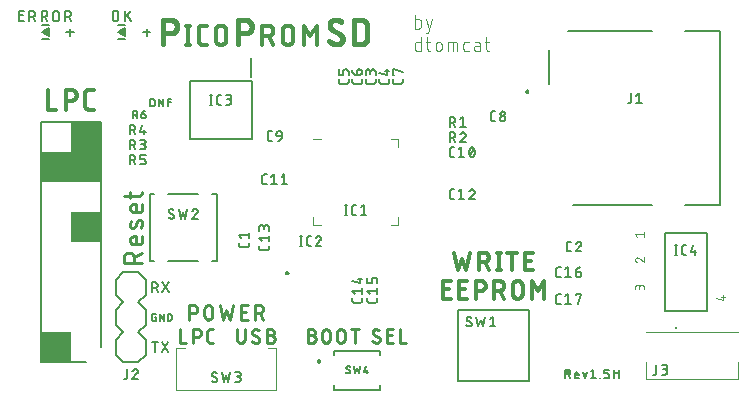
<source format=gbr>
G04 EAGLE Gerber RS-274X export*
G75*
%MOMM*%
%FSLAX34Y34*%
%LPD*%
%INSilkscreen Top*%
%IPPOS*%
%AMOC8*
5,1,8,0,0,1.08239X$1,22.5*%
G01*
%ADD10C,0.203200*%
%ADD11C,0.304800*%
%ADD12C,0.279400*%
%ADD13C,0.228600*%
%ADD14C,0.457200*%
%ADD15C,0.101600*%
%ADD16C,0.152400*%
%ADD17C,0.254000*%
%ADD18C,0.177800*%
%ADD19C,0.355600*%
%ADD20C,0.330200*%
%ADD21C,0.127000*%
%ADD22R,2.540000X2.540000*%
%ADD23C,0.100000*%
%ADD24C,0.200000*%
%ADD25C,0.100000*%


D10*
X11198Y314016D02*
X7212Y314016D01*
X7212Y322984D01*
X11198Y322984D01*
X10202Y318998D02*
X7212Y318998D01*
X15866Y322984D02*
X15866Y314016D01*
X15866Y322984D02*
X18357Y322984D01*
X18456Y322982D01*
X18555Y322976D01*
X18653Y322966D01*
X18752Y322953D01*
X18849Y322935D01*
X18946Y322913D01*
X19041Y322888D01*
X19136Y322859D01*
X19230Y322826D01*
X19322Y322790D01*
X19412Y322749D01*
X19501Y322706D01*
X19588Y322658D01*
X19673Y322608D01*
X19756Y322554D01*
X19837Y322497D01*
X19916Y322436D01*
X19992Y322373D01*
X20065Y322306D01*
X20136Y322237D01*
X20204Y322165D01*
X20269Y322090D01*
X20331Y322013D01*
X20390Y321933D01*
X20445Y321851D01*
X20498Y321767D01*
X20547Y321681D01*
X20592Y321593D01*
X20634Y321503D01*
X20672Y321412D01*
X20707Y321319D01*
X20738Y321225D01*
X20765Y321130D01*
X20789Y321033D01*
X20808Y320936D01*
X20824Y320839D01*
X20836Y320740D01*
X20844Y320642D01*
X20848Y320543D01*
X20848Y320443D01*
X20844Y320344D01*
X20836Y320246D01*
X20824Y320147D01*
X20808Y320050D01*
X20789Y319953D01*
X20765Y319856D01*
X20738Y319761D01*
X20707Y319667D01*
X20672Y319574D01*
X20634Y319483D01*
X20592Y319393D01*
X20547Y319305D01*
X20498Y319219D01*
X20445Y319135D01*
X20390Y319053D01*
X20331Y318973D01*
X20269Y318896D01*
X20204Y318821D01*
X20136Y318749D01*
X20065Y318680D01*
X19992Y318613D01*
X19916Y318550D01*
X19837Y318489D01*
X19756Y318432D01*
X19673Y318378D01*
X19588Y318328D01*
X19501Y318280D01*
X19412Y318237D01*
X19322Y318196D01*
X19230Y318160D01*
X19136Y318127D01*
X19041Y318098D01*
X18946Y318073D01*
X18849Y318051D01*
X18752Y318033D01*
X18653Y318020D01*
X18555Y318010D01*
X18456Y318004D01*
X18357Y318002D01*
X15866Y318002D01*
X18855Y318002D02*
X20848Y314016D01*
X26095Y314016D02*
X26095Y322984D01*
X28587Y322984D01*
X28686Y322982D01*
X28785Y322976D01*
X28883Y322966D01*
X28982Y322953D01*
X29079Y322935D01*
X29176Y322913D01*
X29271Y322888D01*
X29366Y322859D01*
X29460Y322826D01*
X29552Y322790D01*
X29642Y322749D01*
X29731Y322706D01*
X29818Y322658D01*
X29903Y322608D01*
X29986Y322554D01*
X30067Y322497D01*
X30146Y322436D01*
X30222Y322373D01*
X30295Y322306D01*
X30366Y322237D01*
X30434Y322165D01*
X30499Y322090D01*
X30561Y322013D01*
X30620Y321933D01*
X30675Y321851D01*
X30728Y321767D01*
X30777Y321681D01*
X30822Y321593D01*
X30864Y321503D01*
X30902Y321412D01*
X30937Y321319D01*
X30968Y321225D01*
X30995Y321130D01*
X31019Y321033D01*
X31038Y320936D01*
X31054Y320839D01*
X31066Y320740D01*
X31074Y320642D01*
X31078Y320543D01*
X31078Y320443D01*
X31074Y320344D01*
X31066Y320246D01*
X31054Y320147D01*
X31038Y320050D01*
X31019Y319953D01*
X30995Y319856D01*
X30968Y319761D01*
X30937Y319667D01*
X30902Y319574D01*
X30864Y319483D01*
X30822Y319393D01*
X30777Y319305D01*
X30728Y319219D01*
X30675Y319135D01*
X30620Y319053D01*
X30561Y318973D01*
X30499Y318896D01*
X30434Y318821D01*
X30366Y318749D01*
X30295Y318680D01*
X30222Y318613D01*
X30146Y318550D01*
X30067Y318489D01*
X29986Y318432D01*
X29903Y318378D01*
X29818Y318328D01*
X29731Y318280D01*
X29642Y318237D01*
X29552Y318196D01*
X29460Y318160D01*
X29366Y318127D01*
X29271Y318098D01*
X29176Y318073D01*
X29079Y318051D01*
X28982Y318033D01*
X28883Y318020D01*
X28785Y318010D01*
X28686Y318004D01*
X28587Y318002D01*
X26095Y318002D01*
X29085Y318002D02*
X31078Y314016D01*
X35890Y316507D02*
X35890Y320493D01*
X35892Y320592D01*
X35898Y320691D01*
X35908Y320789D01*
X35921Y320888D01*
X35939Y320985D01*
X35961Y321082D01*
X35986Y321177D01*
X36015Y321272D01*
X36048Y321366D01*
X36084Y321458D01*
X36125Y321548D01*
X36168Y321637D01*
X36216Y321724D01*
X36266Y321809D01*
X36320Y321892D01*
X36377Y321973D01*
X36438Y322052D01*
X36501Y322128D01*
X36568Y322201D01*
X36637Y322272D01*
X36709Y322340D01*
X36784Y322405D01*
X36861Y322467D01*
X36941Y322526D01*
X37023Y322581D01*
X37107Y322634D01*
X37193Y322683D01*
X37281Y322728D01*
X37371Y322770D01*
X37462Y322808D01*
X37555Y322843D01*
X37649Y322874D01*
X37744Y322901D01*
X37841Y322925D01*
X37938Y322944D01*
X38035Y322960D01*
X38134Y322972D01*
X38232Y322980D01*
X38331Y322984D01*
X38431Y322984D01*
X38530Y322980D01*
X38628Y322972D01*
X38727Y322960D01*
X38824Y322944D01*
X38921Y322925D01*
X39018Y322901D01*
X39113Y322874D01*
X39207Y322843D01*
X39300Y322808D01*
X39391Y322770D01*
X39481Y322728D01*
X39569Y322683D01*
X39655Y322634D01*
X39739Y322581D01*
X39821Y322526D01*
X39901Y322467D01*
X39978Y322405D01*
X40053Y322340D01*
X40125Y322272D01*
X40194Y322201D01*
X40261Y322128D01*
X40324Y322052D01*
X40385Y321973D01*
X40442Y321892D01*
X40496Y321809D01*
X40546Y321724D01*
X40594Y321637D01*
X40637Y321548D01*
X40678Y321458D01*
X40714Y321366D01*
X40747Y321272D01*
X40776Y321177D01*
X40801Y321082D01*
X40823Y320985D01*
X40841Y320888D01*
X40854Y320789D01*
X40864Y320691D01*
X40870Y320592D01*
X40872Y320493D01*
X40872Y316507D01*
X40870Y316408D01*
X40864Y316309D01*
X40854Y316211D01*
X40841Y316112D01*
X40823Y316015D01*
X40801Y315918D01*
X40776Y315823D01*
X40747Y315728D01*
X40714Y315634D01*
X40678Y315542D01*
X40637Y315452D01*
X40594Y315363D01*
X40546Y315276D01*
X40496Y315191D01*
X40442Y315108D01*
X40385Y315027D01*
X40324Y314948D01*
X40261Y314872D01*
X40194Y314799D01*
X40125Y314728D01*
X40053Y314660D01*
X39978Y314595D01*
X39901Y314533D01*
X39821Y314474D01*
X39739Y314419D01*
X39655Y314366D01*
X39569Y314317D01*
X39481Y314272D01*
X39391Y314230D01*
X39300Y314192D01*
X39207Y314157D01*
X39113Y314126D01*
X39018Y314099D01*
X38921Y314075D01*
X38824Y314056D01*
X38727Y314040D01*
X38628Y314028D01*
X38530Y314020D01*
X38431Y314016D01*
X38331Y314016D01*
X38232Y314020D01*
X38134Y314028D01*
X38035Y314040D01*
X37938Y314056D01*
X37841Y314075D01*
X37744Y314099D01*
X37649Y314126D01*
X37555Y314157D01*
X37462Y314192D01*
X37371Y314230D01*
X37281Y314272D01*
X37193Y314317D01*
X37107Y314366D01*
X37023Y314419D01*
X36941Y314474D01*
X36861Y314533D01*
X36784Y314595D01*
X36709Y314660D01*
X36637Y314728D01*
X36568Y314799D01*
X36501Y314872D01*
X36438Y314948D01*
X36377Y315027D01*
X36320Y315108D01*
X36266Y315191D01*
X36216Y315276D01*
X36168Y315363D01*
X36125Y315452D01*
X36084Y315542D01*
X36048Y315634D01*
X36015Y315728D01*
X35986Y315823D01*
X35961Y315918D01*
X35939Y316015D01*
X35921Y316112D01*
X35908Y316211D01*
X35898Y316309D01*
X35892Y316408D01*
X35890Y316507D01*
X46225Y314016D02*
X46225Y322984D01*
X48717Y322984D01*
X48816Y322982D01*
X48915Y322976D01*
X49013Y322966D01*
X49112Y322953D01*
X49209Y322935D01*
X49306Y322913D01*
X49401Y322888D01*
X49496Y322859D01*
X49590Y322826D01*
X49682Y322790D01*
X49772Y322749D01*
X49861Y322706D01*
X49948Y322658D01*
X50033Y322608D01*
X50116Y322554D01*
X50197Y322497D01*
X50276Y322436D01*
X50352Y322373D01*
X50425Y322306D01*
X50496Y322237D01*
X50564Y322165D01*
X50629Y322090D01*
X50691Y322013D01*
X50750Y321933D01*
X50805Y321851D01*
X50858Y321767D01*
X50907Y321681D01*
X50952Y321593D01*
X50994Y321503D01*
X51032Y321412D01*
X51067Y321319D01*
X51098Y321225D01*
X51125Y321130D01*
X51149Y321033D01*
X51168Y320936D01*
X51184Y320839D01*
X51196Y320740D01*
X51204Y320642D01*
X51208Y320543D01*
X51208Y320443D01*
X51204Y320344D01*
X51196Y320246D01*
X51184Y320147D01*
X51168Y320050D01*
X51149Y319953D01*
X51125Y319856D01*
X51098Y319761D01*
X51067Y319667D01*
X51032Y319574D01*
X50994Y319483D01*
X50952Y319393D01*
X50907Y319305D01*
X50858Y319219D01*
X50805Y319135D01*
X50750Y319053D01*
X50691Y318973D01*
X50629Y318896D01*
X50564Y318821D01*
X50496Y318749D01*
X50425Y318680D01*
X50352Y318613D01*
X50276Y318550D01*
X50197Y318489D01*
X50116Y318432D01*
X50033Y318378D01*
X49948Y318328D01*
X49861Y318280D01*
X49772Y318237D01*
X49682Y318196D01*
X49590Y318160D01*
X49496Y318127D01*
X49401Y318098D01*
X49306Y318073D01*
X49209Y318051D01*
X49112Y318033D01*
X49013Y318020D01*
X48915Y318010D01*
X48816Y318004D01*
X48717Y318002D01*
X46225Y318002D01*
X49215Y318002D02*
X51208Y314016D01*
D11*
X366224Y79024D02*
X372869Y79024D01*
X366224Y79024D02*
X366224Y93976D01*
X372869Y93976D01*
X371208Y87331D02*
X366224Y87331D01*
X379913Y79024D02*
X386558Y79024D01*
X379913Y79024D02*
X379913Y93976D01*
X386558Y93976D01*
X384897Y87331D02*
X379913Y87331D01*
X393892Y93976D02*
X393892Y79024D01*
X393892Y93976D02*
X398045Y93976D01*
X398173Y93974D01*
X398301Y93968D01*
X398428Y93958D01*
X398555Y93945D01*
X398682Y93927D01*
X398808Y93905D01*
X398933Y93880D01*
X399058Y93851D01*
X399182Y93817D01*
X399304Y93781D01*
X399425Y93740D01*
X399545Y93696D01*
X399664Y93648D01*
X399781Y93596D01*
X399896Y93541D01*
X400010Y93482D01*
X400122Y93420D01*
X400231Y93354D01*
X400339Y93285D01*
X400444Y93213D01*
X400548Y93137D01*
X400649Y93059D01*
X400747Y92977D01*
X400843Y92892D01*
X400936Y92804D01*
X401026Y92714D01*
X401114Y92621D01*
X401199Y92525D01*
X401281Y92427D01*
X401359Y92326D01*
X401435Y92222D01*
X401507Y92117D01*
X401576Y92009D01*
X401642Y91899D01*
X401704Y91788D01*
X401763Y91674D01*
X401818Y91559D01*
X401870Y91442D01*
X401918Y91323D01*
X401962Y91203D01*
X402003Y91082D01*
X402039Y90960D01*
X402073Y90836D01*
X402102Y90711D01*
X402127Y90586D01*
X402149Y90460D01*
X402167Y90333D01*
X402180Y90206D01*
X402190Y90079D01*
X402196Y89951D01*
X402198Y89823D01*
X402196Y89695D01*
X402190Y89567D01*
X402180Y89440D01*
X402167Y89313D01*
X402149Y89186D01*
X402127Y89060D01*
X402102Y88935D01*
X402073Y88810D01*
X402039Y88686D01*
X402003Y88564D01*
X401962Y88443D01*
X401918Y88323D01*
X401870Y88204D01*
X401818Y88087D01*
X401763Y87972D01*
X401704Y87858D01*
X401642Y87746D01*
X401576Y87637D01*
X401507Y87529D01*
X401435Y87424D01*
X401359Y87320D01*
X401281Y87219D01*
X401199Y87121D01*
X401114Y87025D01*
X401026Y86932D01*
X400936Y86842D01*
X400843Y86754D01*
X400747Y86669D01*
X400649Y86587D01*
X400548Y86509D01*
X400444Y86433D01*
X400339Y86361D01*
X400231Y86292D01*
X400122Y86226D01*
X400010Y86164D01*
X399896Y86105D01*
X399781Y86050D01*
X399664Y85998D01*
X399545Y85950D01*
X399425Y85906D01*
X399304Y85865D01*
X399182Y85829D01*
X399058Y85795D01*
X398933Y85766D01*
X398808Y85741D01*
X398682Y85719D01*
X398555Y85701D01*
X398428Y85688D01*
X398301Y85678D01*
X398173Y85672D01*
X398045Y85670D01*
X398045Y85669D02*
X393892Y85669D01*
X409496Y79024D02*
X409496Y93976D01*
X413649Y93976D01*
X413777Y93974D01*
X413905Y93968D01*
X414032Y93958D01*
X414159Y93945D01*
X414286Y93927D01*
X414412Y93905D01*
X414537Y93880D01*
X414662Y93851D01*
X414786Y93817D01*
X414908Y93781D01*
X415029Y93740D01*
X415149Y93696D01*
X415268Y93648D01*
X415385Y93596D01*
X415500Y93541D01*
X415614Y93482D01*
X415726Y93420D01*
X415835Y93354D01*
X415943Y93285D01*
X416048Y93213D01*
X416152Y93137D01*
X416253Y93059D01*
X416351Y92977D01*
X416447Y92892D01*
X416540Y92804D01*
X416630Y92714D01*
X416718Y92621D01*
X416803Y92525D01*
X416885Y92427D01*
X416963Y92326D01*
X417039Y92222D01*
X417111Y92117D01*
X417180Y92009D01*
X417246Y91899D01*
X417308Y91788D01*
X417367Y91674D01*
X417422Y91559D01*
X417474Y91442D01*
X417522Y91323D01*
X417566Y91203D01*
X417607Y91082D01*
X417643Y90960D01*
X417677Y90836D01*
X417706Y90711D01*
X417731Y90586D01*
X417753Y90460D01*
X417771Y90333D01*
X417784Y90206D01*
X417794Y90079D01*
X417800Y89951D01*
X417802Y89823D01*
X417800Y89695D01*
X417794Y89567D01*
X417784Y89440D01*
X417771Y89313D01*
X417753Y89186D01*
X417731Y89060D01*
X417706Y88935D01*
X417677Y88810D01*
X417643Y88686D01*
X417607Y88564D01*
X417566Y88443D01*
X417522Y88323D01*
X417474Y88204D01*
X417422Y88087D01*
X417367Y87972D01*
X417308Y87858D01*
X417246Y87746D01*
X417180Y87637D01*
X417111Y87529D01*
X417039Y87424D01*
X416963Y87320D01*
X416885Y87219D01*
X416803Y87121D01*
X416718Y87025D01*
X416630Y86932D01*
X416540Y86842D01*
X416447Y86754D01*
X416351Y86669D01*
X416253Y86587D01*
X416152Y86509D01*
X416048Y86433D01*
X415943Y86361D01*
X415835Y86292D01*
X415726Y86226D01*
X415614Y86164D01*
X415500Y86105D01*
X415385Y86050D01*
X415268Y85998D01*
X415149Y85950D01*
X415029Y85906D01*
X414908Y85865D01*
X414786Y85829D01*
X414662Y85795D01*
X414537Y85766D01*
X414412Y85741D01*
X414286Y85719D01*
X414159Y85701D01*
X414032Y85688D01*
X413905Y85678D01*
X413777Y85672D01*
X413649Y85670D01*
X413649Y85669D02*
X409496Y85669D01*
X414480Y85669D02*
X417802Y79024D01*
X425144Y83177D02*
X425144Y89823D01*
X425146Y89951D01*
X425152Y90079D01*
X425162Y90206D01*
X425175Y90333D01*
X425193Y90460D01*
X425215Y90586D01*
X425240Y90711D01*
X425269Y90836D01*
X425303Y90960D01*
X425339Y91082D01*
X425380Y91203D01*
X425424Y91323D01*
X425472Y91442D01*
X425524Y91559D01*
X425579Y91674D01*
X425638Y91788D01*
X425700Y91900D01*
X425766Y92009D01*
X425835Y92117D01*
X425907Y92222D01*
X425983Y92326D01*
X426061Y92427D01*
X426143Y92525D01*
X426228Y92621D01*
X426316Y92714D01*
X426406Y92804D01*
X426499Y92892D01*
X426595Y92977D01*
X426693Y93059D01*
X426794Y93137D01*
X426898Y93213D01*
X427003Y93285D01*
X427111Y93354D01*
X427221Y93420D01*
X427332Y93482D01*
X427446Y93541D01*
X427561Y93596D01*
X427678Y93648D01*
X427797Y93696D01*
X427917Y93740D01*
X428038Y93781D01*
X428160Y93817D01*
X428284Y93851D01*
X428409Y93880D01*
X428534Y93905D01*
X428660Y93927D01*
X428787Y93945D01*
X428914Y93958D01*
X429041Y93968D01*
X429169Y93974D01*
X429297Y93976D01*
X429425Y93974D01*
X429553Y93968D01*
X429680Y93958D01*
X429807Y93945D01*
X429934Y93927D01*
X430060Y93905D01*
X430185Y93880D01*
X430310Y93851D01*
X430434Y93817D01*
X430556Y93781D01*
X430677Y93740D01*
X430797Y93696D01*
X430916Y93648D01*
X431033Y93596D01*
X431148Y93541D01*
X431262Y93482D01*
X431374Y93420D01*
X431483Y93354D01*
X431591Y93285D01*
X431696Y93213D01*
X431800Y93137D01*
X431901Y93059D01*
X431999Y92977D01*
X432095Y92892D01*
X432188Y92804D01*
X432278Y92714D01*
X432366Y92621D01*
X432451Y92525D01*
X432533Y92427D01*
X432611Y92326D01*
X432687Y92222D01*
X432759Y92117D01*
X432828Y92009D01*
X432894Y91900D01*
X432956Y91788D01*
X433015Y91674D01*
X433070Y91559D01*
X433122Y91442D01*
X433170Y91323D01*
X433214Y91203D01*
X433255Y91082D01*
X433291Y90960D01*
X433325Y90836D01*
X433354Y90711D01*
X433379Y90586D01*
X433401Y90460D01*
X433419Y90333D01*
X433432Y90206D01*
X433442Y90079D01*
X433448Y89951D01*
X433450Y89823D01*
X433451Y89823D02*
X433451Y83177D01*
X433450Y83177D02*
X433448Y83049D01*
X433442Y82921D01*
X433432Y82794D01*
X433419Y82667D01*
X433401Y82540D01*
X433379Y82414D01*
X433354Y82289D01*
X433325Y82164D01*
X433291Y82040D01*
X433255Y81918D01*
X433214Y81797D01*
X433170Y81677D01*
X433122Y81558D01*
X433070Y81441D01*
X433015Y81326D01*
X432956Y81212D01*
X432894Y81100D01*
X432828Y80991D01*
X432759Y80883D01*
X432687Y80778D01*
X432611Y80674D01*
X432533Y80573D01*
X432451Y80475D01*
X432366Y80379D01*
X432278Y80286D01*
X432188Y80196D01*
X432095Y80108D01*
X431999Y80023D01*
X431901Y79941D01*
X431800Y79863D01*
X431696Y79787D01*
X431591Y79715D01*
X431483Y79646D01*
X431374Y79580D01*
X431262Y79518D01*
X431148Y79459D01*
X431033Y79404D01*
X430916Y79352D01*
X430797Y79304D01*
X430677Y79260D01*
X430556Y79219D01*
X430434Y79183D01*
X430310Y79149D01*
X430185Y79120D01*
X430060Y79095D01*
X429934Y79073D01*
X429807Y79055D01*
X429680Y79042D01*
X429553Y79032D01*
X429425Y79026D01*
X429297Y79024D01*
X429169Y79026D01*
X429041Y79032D01*
X428914Y79042D01*
X428787Y79055D01*
X428660Y79073D01*
X428534Y79095D01*
X428409Y79120D01*
X428284Y79149D01*
X428160Y79183D01*
X428038Y79219D01*
X427917Y79260D01*
X427797Y79304D01*
X427678Y79352D01*
X427561Y79404D01*
X427446Y79459D01*
X427332Y79518D01*
X427221Y79580D01*
X427111Y79646D01*
X427003Y79715D01*
X426898Y79787D01*
X426794Y79863D01*
X426693Y79941D01*
X426595Y80023D01*
X426499Y80108D01*
X426406Y80196D01*
X426316Y80286D01*
X426228Y80379D01*
X426143Y80475D01*
X426061Y80573D01*
X425983Y80674D01*
X425907Y80778D01*
X425835Y80883D01*
X425766Y80991D01*
X425700Y81101D01*
X425638Y81212D01*
X425579Y81326D01*
X425524Y81441D01*
X425472Y81558D01*
X425424Y81677D01*
X425380Y81797D01*
X425339Y81918D01*
X425303Y82040D01*
X425269Y82164D01*
X425240Y82289D01*
X425215Y82414D01*
X425193Y82540D01*
X425175Y82667D01*
X425162Y82794D01*
X425152Y82921D01*
X425146Y83049D01*
X425144Y83177D01*
X441688Y79024D02*
X441688Y93976D01*
X446672Y85669D01*
X451656Y93976D01*
X451656Y79024D01*
D12*
X111103Y109625D02*
X95897Y109625D01*
X95897Y113849D01*
X95899Y113978D01*
X95905Y114107D01*
X95915Y114235D01*
X95928Y114363D01*
X95946Y114491D01*
X95968Y114618D01*
X95993Y114744D01*
X96022Y114869D01*
X96055Y114994D01*
X96092Y115117D01*
X96133Y115240D01*
X96177Y115361D01*
X96225Y115480D01*
X96276Y115598D01*
X96331Y115715D01*
X96390Y115830D01*
X96452Y115942D01*
X96518Y116053D01*
X96587Y116162D01*
X96659Y116269D01*
X96734Y116373D01*
X96813Y116475D01*
X96894Y116575D01*
X96979Y116672D01*
X97067Y116767D01*
X97157Y116859D01*
X97250Y116947D01*
X97346Y117034D01*
X97444Y117117D01*
X97545Y117197D01*
X97649Y117274D01*
X97754Y117348D01*
X97862Y117418D01*
X97972Y117485D01*
X98084Y117549D01*
X98198Y117610D01*
X98313Y117667D01*
X98430Y117720D01*
X98549Y117770D01*
X98670Y117816D01*
X98791Y117858D01*
X98914Y117897D01*
X99038Y117932D01*
X99163Y117963D01*
X99289Y117990D01*
X99416Y118014D01*
X99543Y118033D01*
X99671Y118049D01*
X99799Y118061D01*
X99928Y118069D01*
X100057Y118073D01*
X100185Y118073D01*
X100314Y118069D01*
X100443Y118061D01*
X100571Y118049D01*
X100699Y118033D01*
X100826Y118014D01*
X100953Y117990D01*
X101079Y117963D01*
X101204Y117932D01*
X101328Y117897D01*
X101451Y117858D01*
X101572Y117816D01*
X101693Y117770D01*
X101812Y117720D01*
X101929Y117667D01*
X102044Y117610D01*
X102158Y117549D01*
X102270Y117485D01*
X102380Y117418D01*
X102488Y117348D01*
X102593Y117274D01*
X102697Y117197D01*
X102798Y117117D01*
X102896Y117034D01*
X102992Y116947D01*
X103085Y116859D01*
X103175Y116767D01*
X103263Y116672D01*
X103348Y116575D01*
X103429Y116475D01*
X103508Y116373D01*
X103583Y116269D01*
X103655Y116162D01*
X103724Y116053D01*
X103790Y115942D01*
X103852Y115830D01*
X103911Y115715D01*
X103966Y115598D01*
X104017Y115480D01*
X104065Y115361D01*
X104109Y115240D01*
X104150Y115117D01*
X104187Y114994D01*
X104220Y114869D01*
X104249Y114744D01*
X104274Y114618D01*
X104296Y114491D01*
X104314Y114363D01*
X104327Y114235D01*
X104337Y114107D01*
X104343Y113978D01*
X104345Y113849D01*
X104345Y109625D01*
X104345Y114694D02*
X111103Y118073D01*
X111103Y127609D02*
X111103Y131833D01*
X111103Y127609D02*
X111101Y127510D01*
X111095Y127410D01*
X111085Y127311D01*
X111072Y127213D01*
X111054Y127115D01*
X111033Y127017D01*
X111008Y126921D01*
X110979Y126826D01*
X110946Y126732D01*
X110910Y126639D01*
X110870Y126548D01*
X110827Y126459D01*
X110780Y126371D01*
X110730Y126285D01*
X110676Y126201D01*
X110619Y126120D01*
X110559Y126040D01*
X110496Y125963D01*
X110430Y125889D01*
X110361Y125817D01*
X110289Y125748D01*
X110215Y125682D01*
X110138Y125619D01*
X110058Y125559D01*
X109977Y125502D01*
X109893Y125448D01*
X109807Y125398D01*
X109719Y125351D01*
X109630Y125308D01*
X109539Y125268D01*
X109446Y125232D01*
X109352Y125199D01*
X109257Y125170D01*
X109161Y125145D01*
X109063Y125124D01*
X108965Y125106D01*
X108867Y125093D01*
X108768Y125083D01*
X108668Y125077D01*
X108569Y125075D01*
X104345Y125075D01*
X104230Y125077D01*
X104114Y125083D01*
X103999Y125093D01*
X103885Y125106D01*
X103771Y125124D01*
X103658Y125146D01*
X103545Y125171D01*
X103433Y125200D01*
X103323Y125233D01*
X103213Y125270D01*
X103105Y125311D01*
X102999Y125355D01*
X102894Y125403D01*
X102790Y125454D01*
X102689Y125509D01*
X102589Y125567D01*
X102492Y125629D01*
X102396Y125693D01*
X102303Y125762D01*
X102213Y125833D01*
X102124Y125907D01*
X102039Y125985D01*
X101956Y126065D01*
X101876Y126148D01*
X101798Y126233D01*
X101724Y126322D01*
X101653Y126412D01*
X101584Y126505D01*
X101520Y126601D01*
X101458Y126698D01*
X101400Y126798D01*
X101345Y126899D01*
X101294Y127003D01*
X101246Y127108D01*
X101202Y127214D01*
X101161Y127322D01*
X101124Y127432D01*
X101091Y127542D01*
X101062Y127654D01*
X101037Y127767D01*
X101015Y127880D01*
X100997Y127994D01*
X100984Y128108D01*
X100974Y128223D01*
X100968Y128339D01*
X100966Y128454D01*
X100968Y128569D01*
X100974Y128685D01*
X100984Y128800D01*
X100997Y128914D01*
X101015Y129028D01*
X101037Y129141D01*
X101062Y129254D01*
X101091Y129366D01*
X101124Y129476D01*
X101161Y129586D01*
X101202Y129694D01*
X101246Y129800D01*
X101294Y129905D01*
X101345Y130009D01*
X101400Y130110D01*
X101458Y130210D01*
X101520Y130307D01*
X101584Y130403D01*
X101653Y130496D01*
X101724Y130586D01*
X101798Y130675D01*
X101876Y130760D01*
X101956Y130843D01*
X102039Y130923D01*
X102124Y131001D01*
X102213Y131075D01*
X102303Y131146D01*
X102396Y131215D01*
X102492Y131279D01*
X102589Y131341D01*
X102689Y131399D01*
X102790Y131454D01*
X102894Y131505D01*
X102999Y131553D01*
X103105Y131597D01*
X103213Y131638D01*
X103323Y131675D01*
X103433Y131708D01*
X103545Y131737D01*
X103658Y131762D01*
X103771Y131784D01*
X103885Y131802D01*
X103999Y131815D01*
X104114Y131825D01*
X104230Y131831D01*
X104345Y131833D01*
X106034Y131833D01*
X106034Y125075D01*
X105190Y140031D02*
X106879Y144255D01*
X105189Y140031D02*
X105153Y139946D01*
X105114Y139863D01*
X105071Y139781D01*
X105024Y139702D01*
X104975Y139624D01*
X104922Y139549D01*
X104866Y139476D01*
X104807Y139405D01*
X104745Y139337D01*
X104680Y139271D01*
X104613Y139209D01*
X104543Y139149D01*
X104470Y139092D01*
X104395Y139038D01*
X104318Y138988D01*
X104239Y138941D01*
X104158Y138897D01*
X104076Y138856D01*
X103991Y138820D01*
X103905Y138786D01*
X103818Y138757D01*
X103730Y138731D01*
X103641Y138708D01*
X103550Y138690D01*
X103459Y138675D01*
X103368Y138664D01*
X103276Y138657D01*
X103184Y138654D01*
X103092Y138655D01*
X103000Y138660D01*
X102908Y138668D01*
X102817Y138680D01*
X102727Y138697D01*
X102637Y138716D01*
X102548Y138740D01*
X102460Y138768D01*
X102373Y138799D01*
X102288Y138833D01*
X102204Y138872D01*
X102122Y138914D01*
X102042Y138959D01*
X101963Y139007D01*
X101887Y139059D01*
X101813Y139114D01*
X101742Y139172D01*
X101673Y139233D01*
X101606Y139297D01*
X101543Y139363D01*
X101482Y139432D01*
X101424Y139504D01*
X101369Y139578D01*
X101317Y139654D01*
X101269Y139732D01*
X101224Y139813D01*
X101182Y139895D01*
X101144Y139979D01*
X101110Y140064D01*
X101079Y140151D01*
X101051Y140239D01*
X101028Y140328D01*
X101008Y140418D01*
X100992Y140508D01*
X100980Y140600D01*
X100971Y140691D01*
X100967Y140783D01*
X100966Y140875D01*
X100966Y140876D02*
X100972Y141107D01*
X100984Y141337D01*
X101001Y141567D01*
X101023Y141797D01*
X101052Y142025D01*
X101085Y142254D01*
X101124Y142481D01*
X101169Y142707D01*
X101219Y142932D01*
X101275Y143156D01*
X101335Y143379D01*
X101402Y143600D01*
X101473Y143819D01*
X101550Y144037D01*
X101632Y144252D01*
X101719Y144466D01*
X101811Y144677D01*
X106880Y144254D02*
X106916Y144339D01*
X106955Y144422D01*
X106998Y144504D01*
X107045Y144583D01*
X107094Y144661D01*
X107147Y144736D01*
X107203Y144809D01*
X107262Y144880D01*
X107324Y144948D01*
X107389Y145014D01*
X107456Y145076D01*
X107526Y145136D01*
X107599Y145193D01*
X107674Y145247D01*
X107751Y145297D01*
X107830Y145344D01*
X107911Y145388D01*
X107993Y145429D01*
X108078Y145465D01*
X108164Y145499D01*
X108251Y145528D01*
X108339Y145554D01*
X108428Y145577D01*
X108519Y145595D01*
X108610Y145610D01*
X108701Y145621D01*
X108793Y145628D01*
X108885Y145631D01*
X108977Y145630D01*
X109069Y145625D01*
X109161Y145617D01*
X109252Y145605D01*
X109342Y145588D01*
X109432Y145569D01*
X109521Y145545D01*
X109609Y145517D01*
X109696Y145486D01*
X109781Y145452D01*
X109865Y145413D01*
X109947Y145371D01*
X110027Y145326D01*
X110106Y145278D01*
X110182Y145226D01*
X110256Y145171D01*
X110327Y145113D01*
X110396Y145052D01*
X110463Y144988D01*
X110526Y144922D01*
X110587Y144853D01*
X110645Y144781D01*
X110700Y144707D01*
X110752Y144631D01*
X110800Y144553D01*
X110845Y144472D01*
X110887Y144390D01*
X110925Y144306D01*
X110959Y144221D01*
X110990Y144134D01*
X111018Y144046D01*
X111041Y143957D01*
X111061Y143867D01*
X111077Y143777D01*
X111089Y143685D01*
X111098Y143594D01*
X111102Y143502D01*
X111103Y143410D01*
X111094Y143072D01*
X111077Y142733D01*
X111052Y142395D01*
X111019Y142058D01*
X110978Y141722D01*
X110930Y141386D01*
X110873Y141052D01*
X110808Y140720D01*
X110736Y140389D01*
X110656Y140059D01*
X110568Y139732D01*
X110472Y139407D01*
X110369Y139084D01*
X110258Y138764D01*
X111103Y154987D02*
X111103Y159211D01*
X111103Y154987D02*
X111101Y154888D01*
X111095Y154788D01*
X111085Y154689D01*
X111072Y154591D01*
X111054Y154493D01*
X111033Y154395D01*
X111008Y154299D01*
X110979Y154204D01*
X110946Y154110D01*
X110910Y154017D01*
X110870Y153926D01*
X110827Y153837D01*
X110780Y153749D01*
X110730Y153663D01*
X110676Y153579D01*
X110619Y153498D01*
X110559Y153418D01*
X110496Y153341D01*
X110430Y153267D01*
X110361Y153195D01*
X110289Y153126D01*
X110215Y153060D01*
X110138Y152997D01*
X110058Y152937D01*
X109977Y152880D01*
X109893Y152826D01*
X109807Y152776D01*
X109719Y152729D01*
X109630Y152686D01*
X109539Y152646D01*
X109446Y152610D01*
X109352Y152577D01*
X109257Y152548D01*
X109161Y152523D01*
X109063Y152502D01*
X108965Y152484D01*
X108867Y152471D01*
X108768Y152461D01*
X108668Y152455D01*
X108569Y152453D01*
X104345Y152453D01*
X104230Y152455D01*
X104114Y152461D01*
X103999Y152471D01*
X103885Y152484D01*
X103771Y152502D01*
X103658Y152524D01*
X103545Y152549D01*
X103433Y152578D01*
X103323Y152611D01*
X103213Y152648D01*
X103105Y152689D01*
X102999Y152733D01*
X102894Y152781D01*
X102790Y152832D01*
X102689Y152887D01*
X102589Y152945D01*
X102492Y153007D01*
X102396Y153071D01*
X102303Y153140D01*
X102213Y153211D01*
X102124Y153285D01*
X102039Y153363D01*
X101956Y153443D01*
X101876Y153526D01*
X101798Y153611D01*
X101724Y153700D01*
X101653Y153790D01*
X101584Y153883D01*
X101520Y153979D01*
X101458Y154076D01*
X101400Y154176D01*
X101345Y154277D01*
X101294Y154381D01*
X101246Y154486D01*
X101202Y154592D01*
X101161Y154700D01*
X101124Y154810D01*
X101091Y154920D01*
X101062Y155032D01*
X101037Y155145D01*
X101015Y155258D01*
X100997Y155372D01*
X100984Y155486D01*
X100974Y155601D01*
X100968Y155717D01*
X100966Y155832D01*
X100968Y155947D01*
X100974Y156063D01*
X100984Y156178D01*
X100997Y156292D01*
X101015Y156406D01*
X101037Y156519D01*
X101062Y156632D01*
X101091Y156744D01*
X101124Y156854D01*
X101161Y156964D01*
X101202Y157072D01*
X101246Y157178D01*
X101294Y157283D01*
X101345Y157387D01*
X101400Y157488D01*
X101458Y157588D01*
X101520Y157685D01*
X101584Y157781D01*
X101653Y157874D01*
X101724Y157964D01*
X101798Y158053D01*
X101876Y158138D01*
X101956Y158221D01*
X102039Y158301D01*
X102124Y158379D01*
X102213Y158453D01*
X102303Y158524D01*
X102396Y158593D01*
X102492Y158657D01*
X102589Y158719D01*
X102689Y158777D01*
X102790Y158832D01*
X102894Y158883D01*
X102999Y158931D01*
X103105Y158975D01*
X103213Y159016D01*
X103323Y159053D01*
X103433Y159086D01*
X103545Y159115D01*
X103658Y159140D01*
X103771Y159162D01*
X103885Y159180D01*
X103999Y159193D01*
X104114Y159203D01*
X104230Y159209D01*
X104345Y159211D01*
X106034Y159211D01*
X106034Y152453D01*
X100966Y164706D02*
X100966Y169775D01*
X95897Y166396D02*
X108569Y166396D01*
X108668Y166398D01*
X108768Y166404D01*
X108867Y166414D01*
X108965Y166427D01*
X109063Y166445D01*
X109161Y166466D01*
X109257Y166491D01*
X109352Y166520D01*
X109446Y166553D01*
X109539Y166589D01*
X109630Y166629D01*
X109719Y166672D01*
X109807Y166719D01*
X109893Y166769D01*
X109977Y166823D01*
X110058Y166880D01*
X110138Y166940D01*
X110215Y167003D01*
X110289Y167069D01*
X110361Y167138D01*
X110430Y167210D01*
X110496Y167284D01*
X110559Y167361D01*
X110619Y167441D01*
X110676Y167522D01*
X110730Y167606D01*
X110780Y167692D01*
X110827Y167780D01*
X110870Y167869D01*
X110910Y167960D01*
X110946Y168053D01*
X110979Y168147D01*
X111008Y168242D01*
X111033Y168338D01*
X111054Y168436D01*
X111072Y168534D01*
X111085Y168632D01*
X111095Y168731D01*
X111101Y168831D01*
X111103Y168930D01*
X111103Y169775D01*
D13*
X143394Y53357D02*
X143394Y41643D01*
X148600Y41643D01*
X154560Y41643D02*
X154560Y53357D01*
X157814Y53357D01*
X157926Y53355D01*
X158038Y53349D01*
X158150Y53340D01*
X158262Y53326D01*
X158373Y53309D01*
X158483Y53287D01*
X158593Y53262D01*
X158701Y53234D01*
X158809Y53201D01*
X158915Y53165D01*
X159020Y53125D01*
X159124Y53082D01*
X159226Y53035D01*
X159326Y52984D01*
X159425Y52930D01*
X159521Y52873D01*
X159616Y52812D01*
X159708Y52749D01*
X159799Y52682D01*
X159886Y52612D01*
X159972Y52539D01*
X160055Y52463D01*
X160135Y52384D01*
X160212Y52303D01*
X160287Y52218D01*
X160358Y52132D01*
X160427Y52043D01*
X160492Y51951D01*
X160554Y51858D01*
X160613Y51762D01*
X160669Y51665D01*
X160721Y51565D01*
X160770Y51464D01*
X160815Y51361D01*
X160857Y51257D01*
X160895Y51151D01*
X160929Y51044D01*
X160960Y50936D01*
X160986Y50827D01*
X161010Y50717D01*
X161029Y50606D01*
X161044Y50495D01*
X161056Y50383D01*
X161064Y50271D01*
X161068Y50159D01*
X161068Y50047D01*
X161064Y49935D01*
X161056Y49823D01*
X161044Y49711D01*
X161029Y49600D01*
X161010Y49489D01*
X160986Y49379D01*
X160960Y49270D01*
X160929Y49162D01*
X160895Y49055D01*
X160857Y48949D01*
X160815Y48845D01*
X160770Y48742D01*
X160721Y48641D01*
X160669Y48541D01*
X160613Y48444D01*
X160554Y48348D01*
X160492Y48255D01*
X160427Y48163D01*
X160358Y48074D01*
X160287Y47988D01*
X160212Y47903D01*
X160135Y47822D01*
X160055Y47743D01*
X159972Y47667D01*
X159886Y47594D01*
X159799Y47524D01*
X159708Y47457D01*
X159616Y47394D01*
X159521Y47333D01*
X159425Y47276D01*
X159326Y47222D01*
X159226Y47171D01*
X159124Y47124D01*
X159020Y47081D01*
X158915Y47041D01*
X158809Y47005D01*
X158701Y46972D01*
X158593Y46944D01*
X158483Y46919D01*
X158373Y46897D01*
X158262Y46880D01*
X158150Y46866D01*
X158038Y46857D01*
X157926Y46851D01*
X157814Y46849D01*
X154560Y46849D01*
X169003Y41643D02*
X171606Y41643D01*
X169003Y41643D02*
X168903Y41645D01*
X168804Y41651D01*
X168704Y41660D01*
X168606Y41674D01*
X168507Y41691D01*
X168410Y41711D01*
X168313Y41736D01*
X168218Y41764D01*
X168123Y41796D01*
X168030Y41832D01*
X167938Y41871D01*
X167848Y41913D01*
X167759Y41959D01*
X167673Y42009D01*
X167588Y42061D01*
X167505Y42117D01*
X167425Y42176D01*
X167347Y42238D01*
X167271Y42303D01*
X167198Y42370D01*
X167127Y42441D01*
X167060Y42514D01*
X166995Y42590D01*
X166933Y42668D01*
X166874Y42748D01*
X166818Y42831D01*
X166766Y42916D01*
X166716Y43002D01*
X166670Y43091D01*
X166628Y43181D01*
X166589Y43273D01*
X166553Y43366D01*
X166521Y43461D01*
X166493Y43556D01*
X166468Y43653D01*
X166448Y43750D01*
X166431Y43849D01*
X166417Y43947D01*
X166408Y44047D01*
X166402Y44146D01*
X166400Y44246D01*
X166400Y50754D01*
X166402Y50854D01*
X166408Y50953D01*
X166417Y51053D01*
X166431Y51151D01*
X166448Y51250D01*
X166468Y51347D01*
X166493Y51444D01*
X166521Y51539D01*
X166553Y51634D01*
X166589Y51727D01*
X166628Y51819D01*
X166670Y51909D01*
X166716Y51997D01*
X166766Y52084D01*
X166818Y52169D01*
X166874Y52252D01*
X166933Y52332D01*
X166995Y52410D01*
X167060Y52486D01*
X167127Y52559D01*
X167198Y52630D01*
X167271Y52697D01*
X167347Y52762D01*
X167425Y52824D01*
X167505Y52883D01*
X167588Y52939D01*
X167673Y52991D01*
X167759Y53041D01*
X167848Y53087D01*
X167938Y53129D01*
X168030Y53168D01*
X168123Y53204D01*
X168218Y53236D01*
X168313Y53264D01*
X168410Y53289D01*
X168507Y53309D01*
X168606Y53326D01*
X168704Y53340D01*
X168804Y53349D01*
X168903Y53355D01*
X169003Y53357D01*
X171606Y53357D01*
D12*
X151304Y61397D02*
X151304Y73603D01*
X154694Y73603D01*
X154810Y73601D01*
X154925Y73595D01*
X155041Y73585D01*
X155156Y73571D01*
X155270Y73554D01*
X155384Y73532D01*
X155497Y73507D01*
X155609Y73477D01*
X155720Y73444D01*
X155830Y73407D01*
X155938Y73367D01*
X156045Y73322D01*
X156150Y73274D01*
X156254Y73223D01*
X156356Y73168D01*
X156456Y73109D01*
X156554Y73047D01*
X156650Y72982D01*
X156743Y72914D01*
X156834Y72842D01*
X156923Y72768D01*
X157009Y72690D01*
X157092Y72610D01*
X157172Y72527D01*
X157250Y72441D01*
X157324Y72352D01*
X157396Y72261D01*
X157464Y72168D01*
X157529Y72072D01*
X157591Y71974D01*
X157650Y71874D01*
X157705Y71772D01*
X157756Y71668D01*
X157804Y71563D01*
X157849Y71456D01*
X157889Y71348D01*
X157926Y71238D01*
X157959Y71127D01*
X157989Y71015D01*
X158014Y70902D01*
X158036Y70788D01*
X158053Y70674D01*
X158067Y70559D01*
X158077Y70443D01*
X158083Y70328D01*
X158085Y70212D01*
X158083Y70096D01*
X158077Y69981D01*
X158067Y69865D01*
X158053Y69750D01*
X158036Y69636D01*
X158014Y69522D01*
X157989Y69409D01*
X157959Y69297D01*
X157926Y69186D01*
X157889Y69076D01*
X157849Y68968D01*
X157804Y68861D01*
X157756Y68756D01*
X157705Y68652D01*
X157650Y68550D01*
X157591Y68450D01*
X157529Y68352D01*
X157464Y68256D01*
X157396Y68163D01*
X157324Y68072D01*
X157250Y67983D01*
X157172Y67897D01*
X157092Y67814D01*
X157009Y67734D01*
X156923Y67656D01*
X156834Y67582D01*
X156743Y67510D01*
X156650Y67442D01*
X156554Y67377D01*
X156456Y67315D01*
X156356Y67256D01*
X156254Y67201D01*
X156150Y67150D01*
X156045Y67102D01*
X155938Y67057D01*
X155830Y67017D01*
X155720Y66980D01*
X155609Y66947D01*
X155497Y66917D01*
X155384Y66892D01*
X155270Y66870D01*
X155156Y66853D01*
X155041Y66839D01*
X154925Y66829D01*
X154810Y66823D01*
X154694Y66821D01*
X154694Y66822D02*
X151304Y66822D01*
X164021Y64788D02*
X164021Y70212D01*
X164020Y70212D02*
X164022Y70328D01*
X164028Y70443D01*
X164038Y70559D01*
X164052Y70674D01*
X164069Y70788D01*
X164091Y70902D01*
X164116Y71015D01*
X164146Y71127D01*
X164179Y71238D01*
X164216Y71348D01*
X164256Y71456D01*
X164301Y71563D01*
X164349Y71668D01*
X164400Y71772D01*
X164455Y71874D01*
X164514Y71974D01*
X164576Y72072D01*
X164641Y72168D01*
X164709Y72261D01*
X164781Y72352D01*
X164855Y72441D01*
X164933Y72527D01*
X165013Y72610D01*
X165096Y72690D01*
X165182Y72768D01*
X165271Y72842D01*
X165362Y72914D01*
X165455Y72982D01*
X165551Y73047D01*
X165649Y73109D01*
X165749Y73168D01*
X165851Y73223D01*
X165955Y73274D01*
X166060Y73322D01*
X166167Y73367D01*
X166275Y73407D01*
X166385Y73444D01*
X166496Y73477D01*
X166608Y73507D01*
X166721Y73532D01*
X166835Y73554D01*
X166949Y73571D01*
X167064Y73585D01*
X167180Y73595D01*
X167295Y73601D01*
X167411Y73603D01*
X167527Y73601D01*
X167642Y73595D01*
X167758Y73585D01*
X167873Y73571D01*
X167987Y73554D01*
X168101Y73532D01*
X168214Y73507D01*
X168326Y73477D01*
X168437Y73444D01*
X168547Y73407D01*
X168655Y73367D01*
X168762Y73322D01*
X168867Y73274D01*
X168971Y73223D01*
X169073Y73168D01*
X169173Y73109D01*
X169271Y73047D01*
X169367Y72982D01*
X169460Y72914D01*
X169551Y72842D01*
X169640Y72768D01*
X169726Y72690D01*
X169809Y72610D01*
X169889Y72527D01*
X169967Y72441D01*
X170041Y72352D01*
X170113Y72261D01*
X170181Y72168D01*
X170246Y72072D01*
X170308Y71974D01*
X170367Y71874D01*
X170422Y71772D01*
X170473Y71668D01*
X170521Y71563D01*
X170566Y71456D01*
X170606Y71348D01*
X170643Y71238D01*
X170676Y71127D01*
X170706Y71015D01*
X170731Y70902D01*
X170753Y70788D01*
X170770Y70674D01*
X170784Y70559D01*
X170794Y70443D01*
X170800Y70328D01*
X170802Y70212D01*
X170802Y64788D01*
X170800Y64672D01*
X170794Y64557D01*
X170784Y64441D01*
X170770Y64326D01*
X170753Y64212D01*
X170731Y64098D01*
X170706Y63985D01*
X170676Y63873D01*
X170643Y63762D01*
X170606Y63652D01*
X170566Y63544D01*
X170521Y63437D01*
X170473Y63332D01*
X170422Y63228D01*
X170367Y63126D01*
X170308Y63026D01*
X170246Y62928D01*
X170181Y62832D01*
X170113Y62739D01*
X170041Y62648D01*
X169967Y62559D01*
X169889Y62473D01*
X169809Y62390D01*
X169726Y62310D01*
X169640Y62232D01*
X169551Y62158D01*
X169460Y62086D01*
X169367Y62018D01*
X169271Y61953D01*
X169173Y61891D01*
X169073Y61832D01*
X168971Y61777D01*
X168867Y61726D01*
X168762Y61678D01*
X168655Y61633D01*
X168547Y61593D01*
X168437Y61556D01*
X168326Y61523D01*
X168214Y61493D01*
X168101Y61468D01*
X167987Y61446D01*
X167873Y61429D01*
X167758Y61415D01*
X167642Y61405D01*
X167527Y61399D01*
X167411Y61397D01*
X167295Y61399D01*
X167180Y61405D01*
X167064Y61415D01*
X166949Y61429D01*
X166835Y61446D01*
X166721Y61468D01*
X166608Y61493D01*
X166496Y61523D01*
X166385Y61556D01*
X166275Y61593D01*
X166167Y61633D01*
X166060Y61678D01*
X165955Y61726D01*
X165851Y61777D01*
X165749Y61832D01*
X165649Y61891D01*
X165551Y61953D01*
X165455Y62018D01*
X165362Y62086D01*
X165271Y62158D01*
X165182Y62232D01*
X165096Y62310D01*
X165013Y62390D01*
X164933Y62473D01*
X164855Y62559D01*
X164781Y62648D01*
X164709Y62739D01*
X164641Y62832D01*
X164576Y62928D01*
X164514Y63026D01*
X164455Y63126D01*
X164400Y63228D01*
X164349Y63332D01*
X164301Y63437D01*
X164256Y63544D01*
X164216Y63652D01*
X164179Y63762D01*
X164146Y63873D01*
X164116Y63985D01*
X164091Y64098D01*
X164069Y64212D01*
X164052Y64326D01*
X164038Y64441D01*
X164028Y64557D01*
X164022Y64672D01*
X164020Y64788D01*
X177286Y73603D02*
X179999Y61397D01*
X182711Y69534D01*
X185424Y61397D01*
X188136Y73603D01*
X195115Y61397D02*
X200540Y61397D01*
X195115Y61397D02*
X195115Y73603D01*
X200540Y73603D01*
X199184Y68178D02*
X195115Y68178D01*
X206915Y73603D02*
X206915Y61397D01*
X206915Y73603D02*
X210306Y73603D01*
X210422Y73601D01*
X210537Y73595D01*
X210653Y73585D01*
X210768Y73571D01*
X210882Y73554D01*
X210996Y73532D01*
X211109Y73507D01*
X211221Y73477D01*
X211332Y73444D01*
X211442Y73407D01*
X211550Y73367D01*
X211657Y73322D01*
X211762Y73274D01*
X211866Y73223D01*
X211968Y73168D01*
X212068Y73109D01*
X212166Y73047D01*
X212262Y72982D01*
X212355Y72914D01*
X212446Y72842D01*
X212535Y72768D01*
X212621Y72690D01*
X212704Y72610D01*
X212784Y72527D01*
X212862Y72441D01*
X212936Y72352D01*
X213008Y72261D01*
X213076Y72168D01*
X213141Y72072D01*
X213203Y71974D01*
X213262Y71874D01*
X213317Y71772D01*
X213368Y71668D01*
X213416Y71563D01*
X213461Y71456D01*
X213501Y71348D01*
X213538Y71238D01*
X213571Y71127D01*
X213601Y71015D01*
X213626Y70902D01*
X213648Y70788D01*
X213665Y70674D01*
X213679Y70559D01*
X213689Y70443D01*
X213695Y70328D01*
X213697Y70212D01*
X213695Y70096D01*
X213689Y69981D01*
X213679Y69865D01*
X213665Y69750D01*
X213648Y69636D01*
X213626Y69522D01*
X213601Y69409D01*
X213571Y69297D01*
X213538Y69186D01*
X213501Y69076D01*
X213461Y68968D01*
X213416Y68861D01*
X213368Y68756D01*
X213317Y68652D01*
X213262Y68550D01*
X213203Y68450D01*
X213141Y68352D01*
X213076Y68256D01*
X213008Y68163D01*
X212936Y68072D01*
X212862Y67983D01*
X212784Y67897D01*
X212704Y67814D01*
X212621Y67734D01*
X212535Y67656D01*
X212446Y67582D01*
X212355Y67510D01*
X212262Y67442D01*
X212166Y67377D01*
X212068Y67315D01*
X211968Y67256D01*
X211866Y67201D01*
X211762Y67150D01*
X211657Y67102D01*
X211550Y67057D01*
X211442Y67017D01*
X211332Y66980D01*
X211221Y66947D01*
X211109Y66917D01*
X210996Y66892D01*
X210882Y66870D01*
X210768Y66853D01*
X210653Y66839D01*
X210537Y66829D01*
X210422Y66823D01*
X210306Y66821D01*
X210306Y66822D02*
X206915Y66822D01*
X210984Y66822D02*
X213696Y61397D01*
D14*
X129286Y294386D02*
X129286Y315214D01*
X135072Y315214D01*
X135223Y315212D01*
X135375Y315206D01*
X135526Y315196D01*
X135677Y315182D01*
X135827Y315164D01*
X135977Y315143D01*
X136126Y315117D01*
X136275Y315088D01*
X136423Y315054D01*
X136570Y315017D01*
X136715Y314976D01*
X136860Y314931D01*
X137003Y314882D01*
X137146Y314830D01*
X137286Y314774D01*
X137425Y314714D01*
X137563Y314650D01*
X137699Y314583D01*
X137833Y314513D01*
X137965Y314439D01*
X138095Y314361D01*
X138223Y314281D01*
X138349Y314196D01*
X138473Y314109D01*
X138594Y314018D01*
X138713Y313925D01*
X138830Y313828D01*
X138944Y313728D01*
X139055Y313625D01*
X139163Y313519D01*
X139269Y313411D01*
X139372Y313300D01*
X139472Y313186D01*
X139569Y313069D01*
X139662Y312950D01*
X139753Y312829D01*
X139840Y312705D01*
X139925Y312579D01*
X140005Y312451D01*
X140083Y312321D01*
X140157Y312189D01*
X140227Y312055D01*
X140294Y311919D01*
X140358Y311781D01*
X140418Y311642D01*
X140474Y311502D01*
X140526Y311359D01*
X140575Y311216D01*
X140620Y311071D01*
X140661Y310926D01*
X140698Y310779D01*
X140732Y310631D01*
X140761Y310482D01*
X140787Y310333D01*
X140808Y310183D01*
X140826Y310033D01*
X140840Y309882D01*
X140850Y309731D01*
X140856Y309579D01*
X140858Y309428D01*
X140856Y309277D01*
X140850Y309125D01*
X140840Y308974D01*
X140826Y308823D01*
X140808Y308673D01*
X140787Y308523D01*
X140761Y308374D01*
X140732Y308225D01*
X140698Y308077D01*
X140661Y307930D01*
X140620Y307785D01*
X140575Y307640D01*
X140526Y307497D01*
X140474Y307354D01*
X140418Y307214D01*
X140358Y307075D01*
X140294Y306937D01*
X140227Y306801D01*
X140157Y306667D01*
X140083Y306535D01*
X140005Y306405D01*
X139925Y306277D01*
X139840Y306151D01*
X139753Y306027D01*
X139662Y305906D01*
X139569Y305787D01*
X139472Y305670D01*
X139372Y305556D01*
X139269Y305445D01*
X139163Y305337D01*
X139055Y305231D01*
X138944Y305128D01*
X138830Y305028D01*
X138713Y304931D01*
X138594Y304838D01*
X138473Y304747D01*
X138349Y304660D01*
X138223Y304575D01*
X138095Y304495D01*
X137965Y304417D01*
X137833Y304343D01*
X137699Y304273D01*
X137563Y304206D01*
X137425Y304142D01*
X137286Y304082D01*
X137146Y304026D01*
X137003Y303974D01*
X136860Y303925D01*
X136715Y303880D01*
X136570Y303839D01*
X136423Y303802D01*
X136275Y303768D01*
X136126Y303739D01*
X135977Y303713D01*
X135827Y303692D01*
X135677Y303674D01*
X135526Y303660D01*
X135375Y303650D01*
X135223Y303644D01*
X135072Y303642D01*
X135072Y303643D02*
X129286Y303643D01*
D15*
X342138Y307848D02*
X342138Y319532D01*
X342138Y307848D02*
X345384Y307848D01*
X345471Y307850D01*
X345559Y307856D01*
X345645Y307866D01*
X345732Y307879D01*
X345817Y307897D01*
X345902Y307918D01*
X345986Y307943D01*
X346068Y307972D01*
X346149Y308005D01*
X346229Y308041D01*
X346307Y308080D01*
X346383Y308124D01*
X346457Y308170D01*
X346528Y308220D01*
X346598Y308273D01*
X346665Y308329D01*
X346729Y308388D01*
X346791Y308449D01*
X346850Y308514D01*
X346906Y308581D01*
X346959Y308651D01*
X347009Y308722D01*
X347055Y308796D01*
X347099Y308872D01*
X347138Y308950D01*
X347174Y309030D01*
X347207Y309111D01*
X347236Y309193D01*
X347261Y309277D01*
X347282Y309362D01*
X347300Y309447D01*
X347313Y309534D01*
X347323Y309620D01*
X347329Y309708D01*
X347331Y309795D01*
X347331Y313690D01*
X347329Y313777D01*
X347323Y313865D01*
X347313Y313951D01*
X347300Y314038D01*
X347282Y314123D01*
X347261Y314208D01*
X347236Y314292D01*
X347207Y314374D01*
X347174Y314455D01*
X347138Y314535D01*
X347099Y314613D01*
X347055Y314689D01*
X347009Y314763D01*
X346959Y314834D01*
X346906Y314904D01*
X346850Y314971D01*
X346791Y315035D01*
X346729Y315097D01*
X346665Y315156D01*
X346598Y315212D01*
X346528Y315265D01*
X346457Y315315D01*
X346383Y315361D01*
X346307Y315405D01*
X346229Y315444D01*
X346149Y315480D01*
X346068Y315513D01*
X345986Y315542D01*
X345902Y315567D01*
X345817Y315588D01*
X345732Y315606D01*
X345645Y315619D01*
X345559Y315629D01*
X345471Y315635D01*
X345384Y315637D01*
X342138Y315637D01*
X351604Y303953D02*
X352902Y303953D01*
X356797Y315637D01*
X351604Y315637D02*
X354201Y307848D01*
X347331Y300482D02*
X347331Y288798D01*
X344085Y288798D01*
X343998Y288800D01*
X343910Y288806D01*
X343824Y288816D01*
X343737Y288829D01*
X343652Y288847D01*
X343567Y288868D01*
X343483Y288893D01*
X343401Y288922D01*
X343320Y288955D01*
X343240Y288991D01*
X343162Y289030D01*
X343086Y289074D01*
X343012Y289120D01*
X342941Y289170D01*
X342871Y289223D01*
X342804Y289279D01*
X342740Y289338D01*
X342678Y289400D01*
X342619Y289464D01*
X342563Y289531D01*
X342510Y289601D01*
X342460Y289672D01*
X342414Y289746D01*
X342370Y289822D01*
X342331Y289900D01*
X342295Y289980D01*
X342262Y290061D01*
X342233Y290143D01*
X342208Y290227D01*
X342187Y290312D01*
X342169Y290397D01*
X342156Y290484D01*
X342146Y290570D01*
X342140Y290658D01*
X342138Y290745D01*
X342138Y294640D01*
X342140Y294727D01*
X342146Y294815D01*
X342156Y294901D01*
X342169Y294988D01*
X342187Y295073D01*
X342208Y295158D01*
X342233Y295242D01*
X342262Y295324D01*
X342295Y295405D01*
X342331Y295485D01*
X342370Y295563D01*
X342414Y295639D01*
X342460Y295713D01*
X342510Y295784D01*
X342563Y295854D01*
X342619Y295921D01*
X342678Y295985D01*
X342740Y296047D01*
X342804Y296106D01*
X342871Y296162D01*
X342941Y296215D01*
X343012Y296265D01*
X343086Y296311D01*
X343162Y296355D01*
X343240Y296394D01*
X343320Y296430D01*
X343401Y296463D01*
X343483Y296492D01*
X343567Y296517D01*
X343652Y296538D01*
X343737Y296556D01*
X343824Y296569D01*
X343910Y296579D01*
X343998Y296585D01*
X344085Y296587D01*
X347331Y296587D01*
X351517Y296587D02*
X355411Y296587D01*
X352815Y300482D02*
X352815Y290745D01*
X352817Y290658D01*
X352823Y290570D01*
X352833Y290484D01*
X352846Y290397D01*
X352864Y290312D01*
X352885Y290227D01*
X352910Y290143D01*
X352939Y290061D01*
X352972Y289980D01*
X353008Y289900D01*
X353047Y289822D01*
X353091Y289746D01*
X353137Y289672D01*
X353187Y289601D01*
X353240Y289531D01*
X353296Y289464D01*
X353355Y289400D01*
X353417Y289338D01*
X353481Y289279D01*
X353548Y289223D01*
X353618Y289170D01*
X353689Y289120D01*
X353763Y289074D01*
X353839Y289030D01*
X353917Y288991D01*
X353997Y288955D01*
X354078Y288922D01*
X354160Y288893D01*
X354244Y288868D01*
X354329Y288847D01*
X354414Y288829D01*
X354501Y288816D01*
X354587Y288806D01*
X354675Y288800D01*
X354762Y288798D01*
X355411Y288798D01*
X359723Y291394D02*
X359723Y293991D01*
X359725Y294092D01*
X359731Y294192D01*
X359741Y294292D01*
X359754Y294392D01*
X359772Y294491D01*
X359793Y294590D01*
X359818Y294687D01*
X359847Y294784D01*
X359880Y294879D01*
X359916Y294973D01*
X359956Y295065D01*
X359999Y295156D01*
X360046Y295245D01*
X360096Y295332D01*
X360150Y295418D01*
X360207Y295501D01*
X360267Y295581D01*
X360330Y295660D01*
X360397Y295736D01*
X360466Y295809D01*
X360538Y295879D01*
X360612Y295947D01*
X360689Y296012D01*
X360769Y296073D01*
X360851Y296132D01*
X360935Y296187D01*
X361021Y296239D01*
X361109Y296288D01*
X361199Y296333D01*
X361291Y296375D01*
X361384Y296413D01*
X361479Y296447D01*
X361574Y296478D01*
X361671Y296505D01*
X361769Y296528D01*
X361868Y296548D01*
X361968Y296563D01*
X362068Y296575D01*
X362168Y296583D01*
X362269Y296587D01*
X362369Y296587D01*
X362470Y296583D01*
X362570Y296575D01*
X362670Y296563D01*
X362770Y296548D01*
X362869Y296528D01*
X362967Y296505D01*
X363064Y296478D01*
X363159Y296447D01*
X363254Y296413D01*
X363347Y296375D01*
X363439Y296333D01*
X363529Y296288D01*
X363617Y296239D01*
X363703Y296187D01*
X363787Y296132D01*
X363869Y296073D01*
X363949Y296012D01*
X364026Y295947D01*
X364100Y295879D01*
X364172Y295809D01*
X364241Y295736D01*
X364308Y295660D01*
X364371Y295581D01*
X364431Y295501D01*
X364488Y295418D01*
X364542Y295332D01*
X364592Y295245D01*
X364639Y295156D01*
X364682Y295065D01*
X364722Y294973D01*
X364758Y294879D01*
X364791Y294784D01*
X364820Y294687D01*
X364845Y294590D01*
X364866Y294491D01*
X364884Y294392D01*
X364897Y294292D01*
X364907Y294192D01*
X364913Y294092D01*
X364915Y293991D01*
X364916Y293991D02*
X364916Y291394D01*
X364915Y291394D02*
X364913Y291293D01*
X364907Y291193D01*
X364897Y291093D01*
X364884Y290993D01*
X364866Y290894D01*
X364845Y290795D01*
X364820Y290698D01*
X364791Y290601D01*
X364758Y290506D01*
X364722Y290412D01*
X364682Y290320D01*
X364639Y290229D01*
X364592Y290140D01*
X364542Y290053D01*
X364488Y289967D01*
X364431Y289884D01*
X364371Y289804D01*
X364308Y289725D01*
X364241Y289649D01*
X364172Y289576D01*
X364100Y289506D01*
X364026Y289438D01*
X363949Y289373D01*
X363869Y289312D01*
X363787Y289253D01*
X363703Y289198D01*
X363617Y289146D01*
X363529Y289097D01*
X363439Y289052D01*
X363347Y289010D01*
X363254Y288972D01*
X363159Y288938D01*
X363064Y288907D01*
X362967Y288880D01*
X362869Y288857D01*
X362770Y288837D01*
X362670Y288822D01*
X362570Y288810D01*
X362470Y288802D01*
X362369Y288798D01*
X362269Y288798D01*
X362168Y288802D01*
X362068Y288810D01*
X361968Y288822D01*
X361868Y288837D01*
X361769Y288857D01*
X361671Y288880D01*
X361574Y288907D01*
X361479Y288938D01*
X361384Y288972D01*
X361291Y289010D01*
X361199Y289052D01*
X361109Y289097D01*
X361021Y289146D01*
X360935Y289198D01*
X360851Y289253D01*
X360769Y289312D01*
X360689Y289373D01*
X360612Y289438D01*
X360538Y289506D01*
X360466Y289576D01*
X360397Y289649D01*
X360330Y289725D01*
X360267Y289804D01*
X360207Y289884D01*
X360150Y289967D01*
X360096Y290053D01*
X360046Y290140D01*
X359999Y290229D01*
X359956Y290320D01*
X359916Y290412D01*
X359880Y290506D01*
X359847Y290601D01*
X359818Y290698D01*
X359793Y290795D01*
X359772Y290894D01*
X359754Y290993D01*
X359741Y291093D01*
X359731Y291193D01*
X359725Y291293D01*
X359723Y291394D01*
X370236Y288798D02*
X370236Y296587D01*
X376078Y296587D01*
X376165Y296585D01*
X376253Y296579D01*
X376339Y296569D01*
X376426Y296556D01*
X376511Y296538D01*
X376596Y296517D01*
X376680Y296492D01*
X376762Y296463D01*
X376843Y296430D01*
X376923Y296394D01*
X377001Y296355D01*
X377077Y296311D01*
X377151Y296265D01*
X377222Y296215D01*
X377292Y296162D01*
X377359Y296106D01*
X377423Y296047D01*
X377485Y295985D01*
X377544Y295921D01*
X377600Y295854D01*
X377653Y295784D01*
X377703Y295713D01*
X377749Y295639D01*
X377793Y295563D01*
X377832Y295485D01*
X377868Y295405D01*
X377901Y295324D01*
X377930Y295242D01*
X377955Y295158D01*
X377976Y295073D01*
X377994Y294988D01*
X378007Y294901D01*
X378017Y294815D01*
X378023Y294727D01*
X378025Y294640D01*
X378025Y288798D01*
X374130Y288798D02*
X374130Y296587D01*
X385305Y288798D02*
X387902Y288798D01*
X385305Y288798D02*
X385218Y288800D01*
X385130Y288806D01*
X385044Y288816D01*
X384957Y288829D01*
X384872Y288847D01*
X384787Y288868D01*
X384703Y288893D01*
X384621Y288922D01*
X384540Y288955D01*
X384460Y288991D01*
X384382Y289030D01*
X384306Y289074D01*
X384232Y289120D01*
X384161Y289170D01*
X384091Y289223D01*
X384024Y289279D01*
X383960Y289338D01*
X383898Y289400D01*
X383839Y289464D01*
X383783Y289531D01*
X383730Y289601D01*
X383680Y289672D01*
X383634Y289746D01*
X383590Y289822D01*
X383551Y289900D01*
X383515Y289980D01*
X383482Y290061D01*
X383453Y290143D01*
X383428Y290227D01*
X383407Y290312D01*
X383389Y290397D01*
X383376Y290484D01*
X383366Y290570D01*
X383360Y290658D01*
X383358Y290745D01*
X383358Y294640D01*
X383360Y294727D01*
X383366Y294815D01*
X383376Y294901D01*
X383389Y294988D01*
X383407Y295073D01*
X383428Y295158D01*
X383453Y295242D01*
X383482Y295324D01*
X383515Y295405D01*
X383551Y295485D01*
X383590Y295563D01*
X383634Y295639D01*
X383680Y295713D01*
X383730Y295784D01*
X383783Y295854D01*
X383839Y295921D01*
X383898Y295985D01*
X383960Y296047D01*
X384024Y296106D01*
X384091Y296162D01*
X384161Y296215D01*
X384232Y296265D01*
X384306Y296311D01*
X384382Y296355D01*
X384460Y296394D01*
X384540Y296430D01*
X384621Y296463D01*
X384703Y296492D01*
X384787Y296517D01*
X384872Y296538D01*
X384957Y296556D01*
X385044Y296569D01*
X385130Y296579D01*
X385218Y296585D01*
X385305Y296587D01*
X387902Y296587D01*
X394321Y293342D02*
X397242Y293342D01*
X394321Y293342D02*
X394227Y293340D01*
X394133Y293334D01*
X394040Y293325D01*
X393947Y293311D01*
X393855Y293294D01*
X393763Y293272D01*
X393673Y293248D01*
X393583Y293219D01*
X393495Y293187D01*
X393408Y293151D01*
X393323Y293111D01*
X393240Y293068D01*
X393158Y293022D01*
X393078Y292972D01*
X393001Y292919D01*
X392926Y292863D01*
X392853Y292804D01*
X392782Y292742D01*
X392714Y292677D01*
X392649Y292609D01*
X392587Y292538D01*
X392528Y292465D01*
X392472Y292390D01*
X392419Y292313D01*
X392369Y292233D01*
X392323Y292151D01*
X392280Y292068D01*
X392240Y291983D01*
X392204Y291896D01*
X392172Y291808D01*
X392143Y291718D01*
X392119Y291628D01*
X392097Y291536D01*
X392080Y291444D01*
X392066Y291351D01*
X392057Y291258D01*
X392051Y291164D01*
X392049Y291070D01*
X392051Y290976D01*
X392057Y290882D01*
X392066Y290789D01*
X392080Y290696D01*
X392097Y290604D01*
X392119Y290512D01*
X392143Y290422D01*
X392172Y290332D01*
X392204Y290244D01*
X392240Y290157D01*
X392280Y290072D01*
X392323Y289989D01*
X392369Y289907D01*
X392419Y289827D01*
X392472Y289750D01*
X392528Y289675D01*
X392587Y289602D01*
X392649Y289531D01*
X392714Y289463D01*
X392782Y289398D01*
X392853Y289336D01*
X392926Y289277D01*
X393001Y289221D01*
X393078Y289168D01*
X393158Y289118D01*
X393240Y289072D01*
X393323Y289029D01*
X393408Y288989D01*
X393495Y288953D01*
X393583Y288921D01*
X393673Y288892D01*
X393763Y288868D01*
X393855Y288846D01*
X393947Y288829D01*
X394040Y288815D01*
X394133Y288806D01*
X394227Y288800D01*
X394321Y288798D01*
X397242Y288798D01*
X397242Y294640D01*
X397241Y294640D02*
X397239Y294727D01*
X397233Y294815D01*
X397223Y294901D01*
X397210Y294988D01*
X397192Y295073D01*
X397171Y295158D01*
X397146Y295242D01*
X397117Y295324D01*
X397084Y295405D01*
X397048Y295485D01*
X397009Y295563D01*
X396965Y295639D01*
X396919Y295713D01*
X396869Y295784D01*
X396816Y295854D01*
X396760Y295921D01*
X396701Y295985D01*
X396639Y296047D01*
X396575Y296106D01*
X396508Y296162D01*
X396438Y296215D01*
X396367Y296265D01*
X396293Y296311D01*
X396217Y296355D01*
X396139Y296394D01*
X396059Y296430D01*
X395978Y296463D01*
X395896Y296492D01*
X395812Y296517D01*
X395727Y296538D01*
X395642Y296556D01*
X395555Y296569D01*
X395469Y296579D01*
X395381Y296585D01*
X395294Y296587D01*
X392698Y296587D01*
X401428Y296587D02*
X405322Y296587D01*
X402726Y300482D02*
X402726Y290745D01*
X402728Y290658D01*
X402734Y290570D01*
X402744Y290484D01*
X402757Y290397D01*
X402775Y290312D01*
X402796Y290227D01*
X402821Y290143D01*
X402850Y290061D01*
X402883Y289980D01*
X402919Y289900D01*
X402958Y289822D01*
X403002Y289746D01*
X403048Y289672D01*
X403098Y289601D01*
X403151Y289531D01*
X403207Y289464D01*
X403266Y289400D01*
X403328Y289338D01*
X403392Y289279D01*
X403459Y289223D01*
X403529Y289170D01*
X403600Y289120D01*
X403674Y289074D01*
X403750Y289030D01*
X403828Y288991D01*
X403908Y288955D01*
X403989Y288922D01*
X404071Y288893D01*
X404155Y288868D01*
X404240Y288847D01*
X404325Y288829D01*
X404412Y288816D01*
X404498Y288806D01*
X404586Y288800D01*
X404673Y288798D01*
X405322Y288798D01*
D16*
X469624Y19151D02*
X469624Y11675D01*
X469624Y19151D02*
X471701Y19151D01*
X471790Y19149D01*
X471880Y19143D01*
X471968Y19134D01*
X472057Y19120D01*
X472144Y19103D01*
X472231Y19082D01*
X472317Y19057D01*
X472402Y19029D01*
X472485Y18997D01*
X472568Y18962D01*
X472648Y18923D01*
X472727Y18880D01*
X472803Y18834D01*
X472878Y18785D01*
X472951Y18733D01*
X473021Y18678D01*
X473089Y18620D01*
X473154Y18558D01*
X473216Y18495D01*
X473276Y18428D01*
X473333Y18359D01*
X473387Y18288D01*
X473437Y18214D01*
X473485Y18138D01*
X473529Y18060D01*
X473570Y17981D01*
X473607Y17900D01*
X473641Y17817D01*
X473671Y17733D01*
X473697Y17647D01*
X473720Y17561D01*
X473739Y17474D01*
X473754Y17386D01*
X473766Y17297D01*
X473774Y17208D01*
X473778Y17119D01*
X473778Y17029D01*
X473774Y16940D01*
X473766Y16851D01*
X473754Y16762D01*
X473739Y16674D01*
X473720Y16587D01*
X473697Y16501D01*
X473671Y16415D01*
X473641Y16331D01*
X473607Y16248D01*
X473570Y16167D01*
X473529Y16088D01*
X473485Y16010D01*
X473437Y15934D01*
X473387Y15860D01*
X473333Y15789D01*
X473276Y15720D01*
X473216Y15653D01*
X473154Y15590D01*
X473089Y15528D01*
X473021Y15470D01*
X472951Y15415D01*
X472878Y15363D01*
X472803Y15314D01*
X472727Y15268D01*
X472648Y15225D01*
X472568Y15186D01*
X472485Y15151D01*
X472402Y15119D01*
X472317Y15091D01*
X472231Y15066D01*
X472144Y15045D01*
X472057Y15028D01*
X471968Y15014D01*
X471880Y15005D01*
X471790Y14999D01*
X471701Y14997D01*
X469624Y14997D01*
X472116Y14997D02*
X473777Y11675D01*
X478764Y11675D02*
X480841Y11675D01*
X478764Y11675D02*
X478694Y11677D01*
X478624Y11683D01*
X478555Y11693D01*
X478487Y11706D01*
X478419Y11724D01*
X478352Y11745D01*
X478287Y11770D01*
X478223Y11798D01*
X478161Y11830D01*
X478101Y11866D01*
X478043Y11905D01*
X477987Y11947D01*
X477934Y11992D01*
X477883Y12040D01*
X477835Y12091D01*
X477790Y12144D01*
X477748Y12200D01*
X477709Y12258D01*
X477673Y12318D01*
X477641Y12380D01*
X477613Y12444D01*
X477588Y12509D01*
X477567Y12576D01*
X477549Y12644D01*
X477536Y12712D01*
X477526Y12781D01*
X477520Y12851D01*
X477518Y12921D01*
X477518Y14997D01*
X477520Y15077D01*
X477526Y15157D01*
X477535Y15237D01*
X477549Y15316D01*
X477566Y15395D01*
X477587Y15472D01*
X477612Y15548D01*
X477641Y15623D01*
X477673Y15697D01*
X477708Y15769D01*
X477747Y15839D01*
X477790Y15907D01*
X477835Y15973D01*
X477884Y16037D01*
X477936Y16098D01*
X477990Y16157D01*
X478048Y16213D01*
X478108Y16267D01*
X478171Y16317D01*
X478235Y16364D01*
X478303Y16408D01*
X478372Y16449D01*
X478443Y16486D01*
X478516Y16520D01*
X478590Y16550D01*
X478666Y16577D01*
X478743Y16600D01*
X478821Y16619D01*
X478899Y16634D01*
X478979Y16646D01*
X479059Y16654D01*
X479139Y16658D01*
X479219Y16658D01*
X479299Y16654D01*
X479379Y16646D01*
X479459Y16634D01*
X479537Y16619D01*
X479615Y16600D01*
X479692Y16577D01*
X479768Y16550D01*
X479842Y16520D01*
X479915Y16486D01*
X479986Y16449D01*
X480055Y16408D01*
X480123Y16364D01*
X480187Y16317D01*
X480250Y16267D01*
X480310Y16213D01*
X480368Y16157D01*
X480422Y16098D01*
X480474Y16037D01*
X480523Y15973D01*
X480568Y15907D01*
X480611Y15839D01*
X480650Y15769D01*
X480685Y15697D01*
X480717Y15623D01*
X480746Y15548D01*
X480771Y15472D01*
X480792Y15395D01*
X480809Y15316D01*
X480823Y15237D01*
X480832Y15157D01*
X480838Y15077D01*
X480840Y14997D01*
X480841Y14997D02*
X480841Y14167D01*
X477518Y14167D01*
X484268Y16659D02*
X485929Y11675D01*
X487591Y16659D01*
X491143Y17489D02*
X493219Y19151D01*
X493219Y11675D01*
X491143Y11675D02*
X495296Y11675D01*
X498682Y11675D02*
X498682Y12090D01*
X499097Y12090D01*
X499097Y11675D01*
X498682Y11675D01*
X502483Y11675D02*
X504975Y11675D01*
X505054Y11677D01*
X505133Y11683D01*
X505211Y11692D01*
X505289Y11705D01*
X505367Y11722D01*
X505443Y11742D01*
X505518Y11766D01*
X505592Y11794D01*
X505665Y11825D01*
X505736Y11860D01*
X505806Y11898D01*
X505873Y11939D01*
X505938Y11983D01*
X506002Y12030D01*
X506063Y12081D01*
X506121Y12134D01*
X506177Y12190D01*
X506230Y12248D01*
X506281Y12309D01*
X506328Y12373D01*
X506372Y12438D01*
X506413Y12506D01*
X506451Y12575D01*
X506486Y12646D01*
X506517Y12719D01*
X506545Y12793D01*
X506569Y12868D01*
X506589Y12944D01*
X506606Y13022D01*
X506619Y13100D01*
X506628Y13178D01*
X506634Y13257D01*
X506636Y13336D01*
X506636Y14167D01*
X506634Y14246D01*
X506628Y14325D01*
X506619Y14403D01*
X506606Y14481D01*
X506589Y14559D01*
X506569Y14635D01*
X506545Y14710D01*
X506517Y14784D01*
X506486Y14857D01*
X506451Y14928D01*
X506413Y14998D01*
X506372Y15065D01*
X506328Y15130D01*
X506281Y15194D01*
X506230Y15255D01*
X506177Y15313D01*
X506121Y15369D01*
X506063Y15422D01*
X506002Y15473D01*
X505938Y15520D01*
X505873Y15564D01*
X505806Y15605D01*
X505736Y15643D01*
X505665Y15678D01*
X505592Y15709D01*
X505518Y15737D01*
X505443Y15761D01*
X505367Y15781D01*
X505289Y15798D01*
X505211Y15811D01*
X505133Y15820D01*
X505054Y15826D01*
X504975Y15828D01*
X502483Y15828D01*
X502483Y19151D01*
X506636Y19151D01*
X510853Y19151D02*
X510853Y11675D01*
X510853Y15828D02*
X515006Y15828D01*
X515006Y19151D02*
X515006Y11675D01*
D17*
X255079Y48137D02*
X251896Y48137D01*
X255079Y48136D02*
X255190Y48134D01*
X255301Y48128D01*
X255412Y48119D01*
X255522Y48105D01*
X255632Y48088D01*
X255741Y48066D01*
X255849Y48041D01*
X255956Y48013D01*
X256063Y47980D01*
X256168Y47944D01*
X256271Y47904D01*
X256374Y47861D01*
X256474Y47814D01*
X256573Y47763D01*
X256671Y47710D01*
X256766Y47652D01*
X256859Y47592D01*
X256950Y47528D01*
X257039Y47461D01*
X257125Y47391D01*
X257209Y47318D01*
X257290Y47243D01*
X257369Y47164D01*
X257444Y47083D01*
X257517Y46999D01*
X257587Y46913D01*
X257654Y46824D01*
X257718Y46733D01*
X257778Y46640D01*
X257836Y46544D01*
X257889Y46447D01*
X257940Y46348D01*
X257987Y46248D01*
X258030Y46145D01*
X258070Y46042D01*
X258106Y45937D01*
X258139Y45830D01*
X258167Y45723D01*
X258192Y45615D01*
X258214Y45506D01*
X258231Y45396D01*
X258245Y45286D01*
X258254Y45175D01*
X258260Y45064D01*
X258262Y44953D01*
X258260Y44842D01*
X258254Y44731D01*
X258245Y44620D01*
X258231Y44510D01*
X258214Y44400D01*
X258192Y44291D01*
X258167Y44183D01*
X258139Y44076D01*
X258106Y43969D01*
X258070Y43864D01*
X258030Y43761D01*
X257987Y43658D01*
X257940Y43558D01*
X257889Y43459D01*
X257836Y43361D01*
X257778Y43266D01*
X257718Y43173D01*
X257654Y43082D01*
X257587Y42993D01*
X257517Y42907D01*
X257444Y42823D01*
X257369Y42742D01*
X257290Y42663D01*
X257209Y42588D01*
X257125Y42515D01*
X257039Y42445D01*
X256950Y42378D01*
X256859Y42314D01*
X256766Y42254D01*
X256670Y42196D01*
X256573Y42143D01*
X256474Y42092D01*
X256374Y42045D01*
X256271Y42002D01*
X256168Y41962D01*
X256063Y41926D01*
X255956Y41893D01*
X255849Y41865D01*
X255741Y41840D01*
X255632Y41818D01*
X255522Y41801D01*
X255412Y41787D01*
X255301Y41778D01*
X255190Y41772D01*
X255079Y41770D01*
X251896Y41770D01*
X251896Y53230D01*
X255079Y53230D01*
X255179Y53228D01*
X255279Y53222D01*
X255378Y53212D01*
X255477Y53199D01*
X255576Y53181D01*
X255674Y53160D01*
X255770Y53134D01*
X255866Y53105D01*
X255961Y53073D01*
X256054Y53036D01*
X256145Y52996D01*
X256235Y52952D01*
X256324Y52905D01*
X256410Y52855D01*
X256494Y52801D01*
X256576Y52744D01*
X256656Y52683D01*
X256733Y52620D01*
X256808Y52553D01*
X256880Y52484D01*
X256949Y52412D01*
X257016Y52337D01*
X257079Y52260D01*
X257140Y52180D01*
X257197Y52098D01*
X257251Y52014D01*
X257301Y51928D01*
X257348Y51839D01*
X257392Y51749D01*
X257432Y51658D01*
X257469Y51565D01*
X257501Y51470D01*
X257530Y51374D01*
X257556Y51278D01*
X257577Y51180D01*
X257595Y51081D01*
X257608Y50982D01*
X257618Y50883D01*
X257624Y50783D01*
X257626Y50683D01*
X257624Y50583D01*
X257618Y50483D01*
X257608Y50384D01*
X257595Y50285D01*
X257577Y50186D01*
X257556Y50088D01*
X257530Y49992D01*
X257501Y49896D01*
X257469Y49801D01*
X257432Y49708D01*
X257392Y49617D01*
X257348Y49527D01*
X257301Y49438D01*
X257251Y49352D01*
X257197Y49268D01*
X257140Y49186D01*
X257079Y49106D01*
X257016Y49029D01*
X256949Y48954D01*
X256880Y48882D01*
X256808Y48813D01*
X256733Y48746D01*
X256656Y48683D01*
X256576Y48622D01*
X256494Y48565D01*
X256410Y48511D01*
X256324Y48461D01*
X256235Y48414D01*
X256145Y48370D01*
X256054Y48330D01*
X255961Y48293D01*
X255866Y48261D01*
X255770Y48232D01*
X255674Y48206D01*
X255576Y48185D01*
X255477Y48167D01*
X255378Y48154D01*
X255279Y48144D01*
X255179Y48138D01*
X255079Y48136D01*
X263771Y50047D02*
X263771Y44953D01*
X263771Y50047D02*
X263773Y50158D01*
X263779Y50269D01*
X263788Y50380D01*
X263802Y50490D01*
X263819Y50600D01*
X263841Y50709D01*
X263866Y50817D01*
X263894Y50924D01*
X263927Y51031D01*
X263963Y51136D01*
X264003Y51239D01*
X264046Y51342D01*
X264093Y51442D01*
X264144Y51541D01*
X264197Y51638D01*
X264255Y51734D01*
X264315Y51827D01*
X264379Y51918D01*
X264446Y52007D01*
X264516Y52093D01*
X264589Y52177D01*
X264664Y52258D01*
X264743Y52337D01*
X264824Y52412D01*
X264908Y52485D01*
X264994Y52555D01*
X265083Y52622D01*
X265174Y52686D01*
X265267Y52746D01*
X265363Y52804D01*
X265460Y52857D01*
X265559Y52908D01*
X265659Y52955D01*
X265762Y52998D01*
X265865Y53038D01*
X265970Y53074D01*
X266077Y53107D01*
X266184Y53135D01*
X266292Y53160D01*
X266401Y53182D01*
X266511Y53199D01*
X266621Y53213D01*
X266732Y53222D01*
X266843Y53228D01*
X266954Y53230D01*
X267065Y53228D01*
X267176Y53222D01*
X267287Y53213D01*
X267397Y53199D01*
X267507Y53182D01*
X267616Y53160D01*
X267724Y53135D01*
X267831Y53107D01*
X267938Y53074D01*
X268043Y53038D01*
X268146Y52998D01*
X268249Y52955D01*
X268349Y52908D01*
X268448Y52857D01*
X268546Y52804D01*
X268641Y52746D01*
X268734Y52686D01*
X268825Y52622D01*
X268914Y52555D01*
X269000Y52485D01*
X269084Y52412D01*
X269165Y52337D01*
X269244Y52258D01*
X269319Y52177D01*
X269392Y52093D01*
X269462Y52007D01*
X269529Y51918D01*
X269593Y51827D01*
X269653Y51734D01*
X269711Y51639D01*
X269764Y51541D01*
X269815Y51442D01*
X269862Y51342D01*
X269905Y51239D01*
X269945Y51136D01*
X269981Y51031D01*
X270014Y50924D01*
X270042Y50817D01*
X270067Y50709D01*
X270089Y50600D01*
X270106Y50490D01*
X270120Y50380D01*
X270129Y50269D01*
X270135Y50158D01*
X270137Y50047D01*
X270137Y44953D01*
X270135Y44842D01*
X270129Y44731D01*
X270120Y44620D01*
X270106Y44510D01*
X270089Y44400D01*
X270067Y44291D01*
X270042Y44183D01*
X270014Y44076D01*
X269981Y43969D01*
X269945Y43864D01*
X269905Y43761D01*
X269862Y43658D01*
X269815Y43558D01*
X269764Y43459D01*
X269711Y43361D01*
X269653Y43266D01*
X269593Y43173D01*
X269529Y43082D01*
X269462Y42993D01*
X269392Y42907D01*
X269319Y42823D01*
X269244Y42742D01*
X269165Y42663D01*
X269084Y42588D01*
X269000Y42515D01*
X268914Y42445D01*
X268825Y42378D01*
X268734Y42314D01*
X268641Y42254D01*
X268545Y42196D01*
X268448Y42143D01*
X268349Y42092D01*
X268249Y42045D01*
X268146Y42002D01*
X268043Y41962D01*
X267938Y41926D01*
X267831Y41893D01*
X267724Y41865D01*
X267616Y41840D01*
X267507Y41818D01*
X267397Y41801D01*
X267287Y41787D01*
X267176Y41778D01*
X267065Y41772D01*
X266954Y41770D01*
X266843Y41772D01*
X266732Y41778D01*
X266621Y41787D01*
X266511Y41801D01*
X266401Y41818D01*
X266292Y41840D01*
X266184Y41865D01*
X266077Y41893D01*
X265970Y41926D01*
X265865Y41962D01*
X265762Y42002D01*
X265659Y42045D01*
X265559Y42092D01*
X265460Y42143D01*
X265363Y42196D01*
X265267Y42254D01*
X265174Y42314D01*
X265083Y42378D01*
X264994Y42445D01*
X264908Y42515D01*
X264824Y42588D01*
X264743Y42663D01*
X264664Y42742D01*
X264589Y42823D01*
X264516Y42907D01*
X264446Y42993D01*
X264379Y43082D01*
X264315Y43173D01*
X264255Y43266D01*
X264197Y43362D01*
X264144Y43459D01*
X264093Y43558D01*
X264046Y43658D01*
X264003Y43761D01*
X263963Y43864D01*
X263927Y43969D01*
X263894Y44076D01*
X263866Y44183D01*
X263841Y44291D01*
X263819Y44400D01*
X263802Y44510D01*
X263788Y44620D01*
X263779Y44731D01*
X263773Y44842D01*
X263771Y44953D01*
X276371Y44953D02*
X276371Y50047D01*
X276373Y50158D01*
X276379Y50269D01*
X276388Y50380D01*
X276402Y50490D01*
X276419Y50600D01*
X276441Y50709D01*
X276466Y50817D01*
X276494Y50924D01*
X276527Y51031D01*
X276563Y51136D01*
X276603Y51239D01*
X276646Y51342D01*
X276693Y51442D01*
X276744Y51541D01*
X276797Y51638D01*
X276855Y51734D01*
X276915Y51827D01*
X276979Y51918D01*
X277046Y52007D01*
X277116Y52093D01*
X277189Y52177D01*
X277264Y52258D01*
X277343Y52337D01*
X277424Y52412D01*
X277508Y52485D01*
X277594Y52555D01*
X277683Y52622D01*
X277774Y52686D01*
X277867Y52746D01*
X277963Y52804D01*
X278060Y52857D01*
X278159Y52908D01*
X278259Y52955D01*
X278362Y52998D01*
X278465Y53038D01*
X278570Y53074D01*
X278677Y53107D01*
X278784Y53135D01*
X278892Y53160D01*
X279001Y53182D01*
X279111Y53199D01*
X279221Y53213D01*
X279332Y53222D01*
X279443Y53228D01*
X279554Y53230D01*
X279665Y53228D01*
X279776Y53222D01*
X279887Y53213D01*
X279997Y53199D01*
X280107Y53182D01*
X280216Y53160D01*
X280324Y53135D01*
X280431Y53107D01*
X280538Y53074D01*
X280643Y53038D01*
X280746Y52998D01*
X280849Y52955D01*
X280949Y52908D01*
X281048Y52857D01*
X281146Y52804D01*
X281241Y52746D01*
X281334Y52686D01*
X281425Y52622D01*
X281514Y52555D01*
X281600Y52485D01*
X281684Y52412D01*
X281765Y52337D01*
X281844Y52258D01*
X281919Y52177D01*
X281992Y52093D01*
X282062Y52007D01*
X282129Y51918D01*
X282193Y51827D01*
X282253Y51734D01*
X282311Y51639D01*
X282364Y51541D01*
X282415Y51442D01*
X282462Y51342D01*
X282505Y51239D01*
X282545Y51136D01*
X282581Y51031D01*
X282614Y50924D01*
X282642Y50817D01*
X282667Y50709D01*
X282689Y50600D01*
X282706Y50490D01*
X282720Y50380D01*
X282729Y50269D01*
X282735Y50158D01*
X282737Y50047D01*
X282737Y44953D01*
X282735Y44842D01*
X282729Y44731D01*
X282720Y44620D01*
X282706Y44510D01*
X282689Y44400D01*
X282667Y44291D01*
X282642Y44183D01*
X282614Y44076D01*
X282581Y43969D01*
X282545Y43864D01*
X282505Y43761D01*
X282462Y43658D01*
X282415Y43558D01*
X282364Y43459D01*
X282311Y43361D01*
X282253Y43266D01*
X282193Y43173D01*
X282129Y43082D01*
X282062Y42993D01*
X281992Y42907D01*
X281919Y42823D01*
X281844Y42742D01*
X281765Y42663D01*
X281684Y42588D01*
X281600Y42515D01*
X281514Y42445D01*
X281425Y42378D01*
X281334Y42314D01*
X281241Y42254D01*
X281145Y42196D01*
X281048Y42143D01*
X280949Y42092D01*
X280849Y42045D01*
X280746Y42002D01*
X280643Y41962D01*
X280538Y41926D01*
X280431Y41893D01*
X280324Y41865D01*
X280216Y41840D01*
X280107Y41818D01*
X279997Y41801D01*
X279887Y41787D01*
X279776Y41778D01*
X279665Y41772D01*
X279554Y41770D01*
X279443Y41772D01*
X279332Y41778D01*
X279221Y41787D01*
X279111Y41801D01*
X279001Y41818D01*
X278892Y41840D01*
X278784Y41865D01*
X278677Y41893D01*
X278570Y41926D01*
X278465Y41962D01*
X278362Y42002D01*
X278259Y42045D01*
X278159Y42092D01*
X278060Y42143D01*
X277963Y42196D01*
X277867Y42254D01*
X277774Y42314D01*
X277683Y42378D01*
X277594Y42445D01*
X277508Y42515D01*
X277424Y42588D01*
X277343Y42663D01*
X277264Y42742D01*
X277189Y42823D01*
X277116Y42907D01*
X277046Y42993D01*
X276979Y43082D01*
X276915Y43173D01*
X276855Y43266D01*
X276797Y43362D01*
X276744Y43459D01*
X276693Y43558D01*
X276646Y43658D01*
X276603Y43761D01*
X276563Y43864D01*
X276527Y43969D01*
X276494Y44076D01*
X276466Y44183D01*
X276441Y44291D01*
X276419Y44400D01*
X276402Y44510D01*
X276388Y44620D01*
X276379Y44731D01*
X276373Y44842D01*
X276371Y44953D01*
X291314Y41770D02*
X291314Y53230D01*
X288131Y53230D02*
X294497Y53230D01*
X310010Y41770D02*
X310110Y41772D01*
X310210Y41778D01*
X310309Y41788D01*
X310408Y41801D01*
X310507Y41819D01*
X310605Y41840D01*
X310701Y41866D01*
X310797Y41895D01*
X310892Y41927D01*
X310985Y41964D01*
X311076Y42004D01*
X311166Y42048D01*
X311255Y42095D01*
X311341Y42145D01*
X311425Y42199D01*
X311507Y42256D01*
X311587Y42317D01*
X311664Y42380D01*
X311739Y42447D01*
X311811Y42516D01*
X311880Y42588D01*
X311947Y42663D01*
X312010Y42740D01*
X312071Y42820D01*
X312128Y42902D01*
X312182Y42986D01*
X312232Y43072D01*
X312279Y43161D01*
X312323Y43251D01*
X312363Y43342D01*
X312400Y43435D01*
X312432Y43530D01*
X312461Y43626D01*
X312487Y43722D01*
X312508Y43820D01*
X312526Y43919D01*
X312539Y44018D01*
X312549Y44117D01*
X312555Y44217D01*
X312557Y44317D01*
X310010Y41770D02*
X309868Y41772D01*
X309727Y41777D01*
X309586Y41787D01*
X309445Y41800D01*
X309304Y41817D01*
X309164Y41837D01*
X309024Y41861D01*
X308886Y41889D01*
X308748Y41920D01*
X308610Y41955D01*
X308474Y41994D01*
X308339Y42036D01*
X308205Y42082D01*
X308072Y42131D01*
X307941Y42184D01*
X307811Y42240D01*
X307682Y42300D01*
X307555Y42363D01*
X307430Y42429D01*
X307307Y42498D01*
X307186Y42571D01*
X307066Y42647D01*
X306949Y42726D01*
X306833Y42808D01*
X306720Y42893D01*
X306609Y42981D01*
X306501Y43072D01*
X306394Y43166D01*
X306291Y43263D01*
X306190Y43362D01*
X306508Y50683D02*
X306510Y50783D01*
X306516Y50883D01*
X306526Y50982D01*
X306539Y51081D01*
X306557Y51180D01*
X306578Y51278D01*
X306604Y51374D01*
X306633Y51470D01*
X306665Y51565D01*
X306702Y51658D01*
X306742Y51749D01*
X306786Y51839D01*
X306833Y51928D01*
X306883Y52014D01*
X306937Y52098D01*
X306994Y52180D01*
X307055Y52260D01*
X307118Y52337D01*
X307185Y52412D01*
X307254Y52484D01*
X307326Y52553D01*
X307401Y52620D01*
X307478Y52683D01*
X307558Y52744D01*
X307640Y52801D01*
X307724Y52855D01*
X307810Y52905D01*
X307899Y52952D01*
X307989Y52996D01*
X308080Y53036D01*
X308173Y53073D01*
X308268Y53105D01*
X308364Y53134D01*
X308460Y53160D01*
X308558Y53181D01*
X308657Y53199D01*
X308756Y53212D01*
X308855Y53222D01*
X308955Y53228D01*
X309055Y53230D01*
X309189Y53228D01*
X309322Y53223D01*
X309455Y53213D01*
X309588Y53200D01*
X309721Y53183D01*
X309853Y53163D01*
X309984Y53139D01*
X310115Y53111D01*
X310245Y53079D01*
X310374Y53044D01*
X310501Y53006D01*
X310628Y52963D01*
X310754Y52918D01*
X310878Y52868D01*
X311001Y52816D01*
X311122Y52759D01*
X311241Y52700D01*
X311359Y52637D01*
X311475Y52571D01*
X311590Y52502D01*
X311702Y52429D01*
X311812Y52354D01*
X311920Y52275D01*
X307782Y48455D02*
X307697Y48507D01*
X307615Y48563D01*
X307534Y48621D01*
X307456Y48682D01*
X307381Y48747D01*
X307307Y48814D01*
X307237Y48884D01*
X307169Y48957D01*
X307104Y49033D01*
X307042Y49110D01*
X306983Y49190D01*
X306927Y49273D01*
X306875Y49357D01*
X306825Y49443D01*
X306779Y49532D01*
X306737Y49621D01*
X306698Y49713D01*
X306662Y49806D01*
X306630Y49900D01*
X306602Y49995D01*
X306578Y50092D01*
X306557Y50189D01*
X306540Y50287D01*
X306526Y50385D01*
X306517Y50484D01*
X306511Y50584D01*
X306509Y50683D01*
X311284Y46545D02*
X311369Y46493D01*
X311451Y46437D01*
X311532Y46379D01*
X311610Y46317D01*
X311685Y46253D01*
X311759Y46186D01*
X311829Y46116D01*
X311897Y46043D01*
X311962Y45967D01*
X312024Y45890D01*
X312083Y45810D01*
X312139Y45727D01*
X312191Y45643D01*
X312241Y45557D01*
X312287Y45468D01*
X312329Y45379D01*
X312368Y45287D01*
X312404Y45194D01*
X312436Y45100D01*
X312464Y45005D01*
X312488Y44908D01*
X312509Y44811D01*
X312526Y44713D01*
X312540Y44615D01*
X312549Y44516D01*
X312555Y44416D01*
X312557Y44317D01*
X311284Y46545D02*
X307782Y48455D01*
X318831Y41770D02*
X323924Y41770D01*
X318831Y41770D02*
X318831Y53230D01*
X323924Y53230D01*
X322651Y48137D02*
X318831Y48137D01*
X329751Y53230D02*
X329751Y41770D01*
X334844Y41770D01*
D18*
X122173Y42211D02*
X122173Y33989D01*
X119889Y42211D02*
X124457Y42211D01*
X133314Y42211D02*
X127832Y33989D01*
X133314Y33989D02*
X127832Y42211D01*
X119889Y84789D02*
X119889Y93011D01*
X122173Y93011D01*
X122267Y93009D01*
X122362Y93003D01*
X122456Y92993D01*
X122549Y92980D01*
X122642Y92962D01*
X122734Y92941D01*
X122825Y92916D01*
X122915Y92887D01*
X123003Y92855D01*
X123090Y92819D01*
X123176Y92779D01*
X123260Y92736D01*
X123342Y92689D01*
X123422Y92639D01*
X123500Y92586D01*
X123576Y92529D01*
X123649Y92470D01*
X123720Y92407D01*
X123788Y92342D01*
X123853Y92274D01*
X123916Y92203D01*
X123975Y92130D01*
X124032Y92054D01*
X124085Y91976D01*
X124135Y91896D01*
X124182Y91814D01*
X124225Y91730D01*
X124265Y91644D01*
X124301Y91557D01*
X124333Y91469D01*
X124362Y91379D01*
X124387Y91288D01*
X124408Y91196D01*
X124426Y91103D01*
X124439Y91010D01*
X124449Y90916D01*
X124455Y90821D01*
X124457Y90727D01*
X124455Y90633D01*
X124449Y90538D01*
X124439Y90444D01*
X124426Y90351D01*
X124408Y90258D01*
X124387Y90166D01*
X124362Y90075D01*
X124333Y89985D01*
X124301Y89897D01*
X124265Y89810D01*
X124225Y89724D01*
X124182Y89640D01*
X124135Y89558D01*
X124085Y89478D01*
X124032Y89400D01*
X123975Y89324D01*
X123916Y89251D01*
X123853Y89180D01*
X123788Y89112D01*
X123720Y89047D01*
X123649Y88984D01*
X123576Y88925D01*
X123500Y88868D01*
X123422Y88815D01*
X123342Y88765D01*
X123260Y88718D01*
X123176Y88675D01*
X123090Y88635D01*
X123003Y88599D01*
X122915Y88567D01*
X122825Y88538D01*
X122734Y88513D01*
X122642Y88492D01*
X122549Y88474D01*
X122456Y88461D01*
X122362Y88451D01*
X122267Y88445D01*
X122173Y88443D01*
X119889Y88443D01*
X122630Y88443D02*
X124457Y84789D01*
X128339Y84789D02*
X133820Y93011D01*
X128339Y93011D02*
X133820Y84789D01*
D19*
X149909Y293878D02*
X149909Y310322D01*
X148082Y293878D02*
X151736Y293878D01*
X151736Y310322D02*
X148082Y310322D01*
X162730Y293878D02*
X166385Y293878D01*
X162730Y293878D02*
X162610Y293880D01*
X162491Y293886D01*
X162372Y293896D01*
X162253Y293909D01*
X162135Y293927D01*
X162017Y293948D01*
X161900Y293973D01*
X161784Y294003D01*
X161669Y294035D01*
X161555Y294072D01*
X161443Y294112D01*
X161332Y294156D01*
X161222Y294204D01*
X161114Y294255D01*
X161008Y294309D01*
X160903Y294368D01*
X160800Y294429D01*
X160700Y294494D01*
X160602Y294562D01*
X160506Y294633D01*
X160412Y294707D01*
X160321Y294785D01*
X160232Y294865D01*
X160146Y294948D01*
X160063Y295034D01*
X159983Y295123D01*
X159905Y295214D01*
X159831Y295308D01*
X159760Y295404D01*
X159692Y295502D01*
X159627Y295602D01*
X159566Y295705D01*
X159507Y295810D01*
X159453Y295916D01*
X159402Y296024D01*
X159354Y296134D01*
X159310Y296245D01*
X159270Y296357D01*
X159233Y296471D01*
X159201Y296586D01*
X159171Y296702D01*
X159146Y296819D01*
X159125Y296937D01*
X159107Y297055D01*
X159094Y297174D01*
X159084Y297293D01*
X159078Y297412D01*
X159076Y297532D01*
X159076Y306668D01*
X159078Y306788D01*
X159084Y306907D01*
X159094Y307026D01*
X159107Y307145D01*
X159125Y307263D01*
X159146Y307381D01*
X159171Y307498D01*
X159201Y307614D01*
X159233Y307729D01*
X159270Y307843D01*
X159310Y307955D01*
X159354Y308066D01*
X159402Y308176D01*
X159453Y308284D01*
X159507Y308390D01*
X159566Y308495D01*
X159627Y308598D01*
X159692Y308698D01*
X159760Y308796D01*
X159831Y308892D01*
X159905Y308986D01*
X159983Y309077D01*
X160063Y309166D01*
X160146Y309252D01*
X160232Y309335D01*
X160321Y309415D01*
X160412Y309493D01*
X160506Y309567D01*
X160602Y309638D01*
X160700Y309706D01*
X160800Y309771D01*
X160903Y309832D01*
X161007Y309891D01*
X161114Y309945D01*
X161222Y309996D01*
X161332Y310044D01*
X161443Y310088D01*
X161555Y310128D01*
X161669Y310165D01*
X161784Y310197D01*
X161900Y310227D01*
X162017Y310252D01*
X162135Y310273D01*
X162253Y310291D01*
X162372Y310304D01*
X162491Y310314D01*
X162610Y310320D01*
X162730Y310322D01*
X166385Y310322D01*
X173516Y305754D02*
X173516Y298446D01*
X173516Y305754D02*
X173518Y305888D01*
X173524Y306022D01*
X173534Y306156D01*
X173547Y306289D01*
X173565Y306422D01*
X173587Y306555D01*
X173612Y306686D01*
X173641Y306817D01*
X173675Y306947D01*
X173711Y307076D01*
X173752Y307204D01*
X173797Y307330D01*
X173845Y307456D01*
X173897Y307579D01*
X173952Y307701D01*
X174011Y307822D01*
X174073Y307941D01*
X174139Y308057D01*
X174209Y308172D01*
X174281Y308285D01*
X174357Y308395D01*
X174436Y308504D01*
X174519Y308610D01*
X174604Y308713D01*
X174692Y308814D01*
X174784Y308912D01*
X174878Y309008D01*
X174975Y309100D01*
X175074Y309190D01*
X175176Y309277D01*
X175281Y309361D01*
X175388Y309442D01*
X175498Y309519D01*
X175609Y309594D01*
X175723Y309665D01*
X175839Y309732D01*
X175957Y309796D01*
X176076Y309857D01*
X176197Y309914D01*
X176320Y309968D01*
X176445Y310018D01*
X176571Y310064D01*
X176698Y310107D01*
X176826Y310145D01*
X176956Y310180D01*
X177086Y310212D01*
X177218Y310239D01*
X177350Y310263D01*
X177482Y310282D01*
X177615Y310298D01*
X177749Y310310D01*
X177883Y310318D01*
X178017Y310322D01*
X178151Y310322D01*
X178285Y310318D01*
X178419Y310310D01*
X178553Y310298D01*
X178686Y310282D01*
X178818Y310263D01*
X178950Y310239D01*
X179082Y310212D01*
X179212Y310180D01*
X179342Y310145D01*
X179470Y310107D01*
X179597Y310064D01*
X179723Y310018D01*
X179848Y309968D01*
X179971Y309914D01*
X180092Y309857D01*
X180211Y309796D01*
X180329Y309732D01*
X180445Y309665D01*
X180559Y309594D01*
X180670Y309519D01*
X180780Y309442D01*
X180887Y309361D01*
X180992Y309277D01*
X181094Y309190D01*
X181193Y309100D01*
X181290Y309008D01*
X181384Y308912D01*
X181476Y308814D01*
X181564Y308713D01*
X181649Y308610D01*
X181732Y308504D01*
X181811Y308395D01*
X181887Y308285D01*
X181959Y308172D01*
X182029Y308057D01*
X182095Y307941D01*
X182157Y307822D01*
X182216Y307701D01*
X182271Y307579D01*
X182323Y307456D01*
X182371Y307330D01*
X182416Y307204D01*
X182457Y307076D01*
X182493Y306947D01*
X182527Y306817D01*
X182556Y306686D01*
X182581Y306555D01*
X182603Y306422D01*
X182621Y306289D01*
X182634Y306156D01*
X182644Y306022D01*
X182650Y305888D01*
X182652Y305754D01*
X182652Y298446D01*
X182650Y298312D01*
X182644Y298178D01*
X182634Y298044D01*
X182621Y297911D01*
X182603Y297778D01*
X182581Y297645D01*
X182556Y297514D01*
X182527Y297383D01*
X182493Y297253D01*
X182457Y297124D01*
X182416Y296996D01*
X182371Y296870D01*
X182323Y296744D01*
X182271Y296621D01*
X182216Y296499D01*
X182157Y296378D01*
X182095Y296259D01*
X182029Y296143D01*
X181959Y296028D01*
X181887Y295915D01*
X181811Y295805D01*
X181732Y295696D01*
X181649Y295590D01*
X181564Y295487D01*
X181476Y295386D01*
X181384Y295288D01*
X181290Y295192D01*
X181193Y295100D01*
X181094Y295010D01*
X180992Y294923D01*
X180887Y294839D01*
X180780Y294758D01*
X180670Y294681D01*
X180559Y294606D01*
X180445Y294535D01*
X180329Y294468D01*
X180211Y294404D01*
X180092Y294343D01*
X179971Y294286D01*
X179848Y294232D01*
X179723Y294182D01*
X179597Y294136D01*
X179470Y294093D01*
X179342Y294055D01*
X179212Y294020D01*
X179082Y293988D01*
X178950Y293961D01*
X178818Y293937D01*
X178686Y293918D01*
X178553Y293902D01*
X178419Y293890D01*
X178285Y293882D01*
X178151Y293878D01*
X178017Y293878D01*
X177883Y293882D01*
X177749Y293890D01*
X177615Y293902D01*
X177482Y293918D01*
X177350Y293937D01*
X177218Y293961D01*
X177086Y293988D01*
X176956Y294020D01*
X176826Y294055D01*
X176698Y294093D01*
X176571Y294136D01*
X176445Y294182D01*
X176320Y294232D01*
X176197Y294286D01*
X176076Y294343D01*
X175957Y294404D01*
X175839Y294468D01*
X175723Y294535D01*
X175609Y294606D01*
X175498Y294681D01*
X175388Y294758D01*
X175281Y294839D01*
X175176Y294923D01*
X175074Y295010D01*
X174975Y295100D01*
X174878Y295192D01*
X174784Y295288D01*
X174692Y295386D01*
X174604Y295487D01*
X174519Y295590D01*
X174436Y295696D01*
X174357Y295805D01*
X174281Y295915D01*
X174209Y296028D01*
X174139Y296143D01*
X174073Y296259D01*
X174011Y296378D01*
X173952Y296499D01*
X173897Y296621D01*
X173845Y296744D01*
X173797Y296870D01*
X173752Y296996D01*
X173711Y297124D01*
X173675Y297253D01*
X173641Y297383D01*
X173612Y297514D01*
X173587Y297645D01*
X173565Y297778D01*
X173547Y297911D01*
X173534Y298044D01*
X173524Y298178D01*
X173518Y298312D01*
X173516Y298446D01*
D14*
X192532Y294386D02*
X192532Y315214D01*
X198318Y315214D01*
X198469Y315212D01*
X198621Y315206D01*
X198772Y315196D01*
X198923Y315182D01*
X199073Y315164D01*
X199223Y315143D01*
X199372Y315117D01*
X199521Y315088D01*
X199669Y315054D01*
X199816Y315017D01*
X199961Y314976D01*
X200106Y314931D01*
X200249Y314882D01*
X200392Y314830D01*
X200532Y314774D01*
X200671Y314714D01*
X200809Y314650D01*
X200945Y314583D01*
X201079Y314513D01*
X201211Y314439D01*
X201341Y314361D01*
X201469Y314281D01*
X201595Y314196D01*
X201719Y314109D01*
X201840Y314018D01*
X201959Y313925D01*
X202076Y313828D01*
X202190Y313728D01*
X202301Y313625D01*
X202409Y313519D01*
X202515Y313411D01*
X202618Y313300D01*
X202718Y313186D01*
X202815Y313069D01*
X202908Y312950D01*
X202999Y312829D01*
X203086Y312705D01*
X203171Y312579D01*
X203251Y312451D01*
X203329Y312321D01*
X203403Y312189D01*
X203473Y312055D01*
X203540Y311919D01*
X203604Y311781D01*
X203664Y311642D01*
X203720Y311502D01*
X203772Y311359D01*
X203821Y311216D01*
X203866Y311071D01*
X203907Y310926D01*
X203944Y310779D01*
X203978Y310631D01*
X204007Y310482D01*
X204033Y310333D01*
X204054Y310183D01*
X204072Y310033D01*
X204086Y309882D01*
X204096Y309731D01*
X204102Y309579D01*
X204104Y309428D01*
X204102Y309277D01*
X204096Y309125D01*
X204086Y308974D01*
X204072Y308823D01*
X204054Y308673D01*
X204033Y308523D01*
X204007Y308374D01*
X203978Y308225D01*
X203944Y308077D01*
X203907Y307930D01*
X203866Y307785D01*
X203821Y307640D01*
X203772Y307497D01*
X203720Y307354D01*
X203664Y307214D01*
X203604Y307075D01*
X203540Y306937D01*
X203473Y306801D01*
X203403Y306667D01*
X203329Y306535D01*
X203251Y306405D01*
X203171Y306277D01*
X203086Y306151D01*
X202999Y306027D01*
X202908Y305906D01*
X202815Y305787D01*
X202718Y305670D01*
X202618Y305556D01*
X202515Y305445D01*
X202409Y305337D01*
X202301Y305231D01*
X202190Y305128D01*
X202076Y305028D01*
X201959Y304931D01*
X201840Y304838D01*
X201719Y304747D01*
X201595Y304660D01*
X201469Y304575D01*
X201341Y304495D01*
X201211Y304417D01*
X201079Y304343D01*
X200945Y304273D01*
X200809Y304206D01*
X200671Y304142D01*
X200532Y304082D01*
X200392Y304026D01*
X200249Y303974D01*
X200106Y303925D01*
X199961Y303880D01*
X199816Y303839D01*
X199669Y303802D01*
X199521Y303768D01*
X199372Y303739D01*
X199223Y303713D01*
X199073Y303692D01*
X198923Y303674D01*
X198772Y303660D01*
X198621Y303650D01*
X198469Y303644D01*
X198318Y303642D01*
X198318Y303643D02*
X192532Y303643D01*
D19*
X213106Y310322D02*
X213106Y293878D01*
X213106Y310322D02*
X217674Y310322D01*
X217808Y310320D01*
X217942Y310314D01*
X218076Y310304D01*
X218209Y310291D01*
X218342Y310273D01*
X218475Y310251D01*
X218606Y310226D01*
X218737Y310197D01*
X218867Y310163D01*
X218996Y310127D01*
X219124Y310086D01*
X219250Y310041D01*
X219376Y309993D01*
X219499Y309941D01*
X219621Y309886D01*
X219742Y309827D01*
X219861Y309765D01*
X219977Y309699D01*
X220092Y309629D01*
X220205Y309557D01*
X220315Y309481D01*
X220424Y309402D01*
X220530Y309319D01*
X220633Y309234D01*
X220734Y309146D01*
X220832Y309054D01*
X220928Y308960D01*
X221020Y308863D01*
X221110Y308764D01*
X221197Y308662D01*
X221281Y308557D01*
X221362Y308450D01*
X221439Y308340D01*
X221514Y308229D01*
X221585Y308115D01*
X221652Y307999D01*
X221716Y307881D01*
X221777Y307762D01*
X221834Y307641D01*
X221888Y307518D01*
X221938Y307393D01*
X221984Y307267D01*
X222027Y307140D01*
X222065Y307012D01*
X222100Y306882D01*
X222132Y306752D01*
X222159Y306620D01*
X222183Y306488D01*
X222202Y306356D01*
X222218Y306223D01*
X222230Y306089D01*
X222238Y305955D01*
X222242Y305821D01*
X222242Y305687D01*
X222238Y305553D01*
X222230Y305419D01*
X222218Y305285D01*
X222202Y305152D01*
X222183Y305020D01*
X222159Y304888D01*
X222132Y304756D01*
X222100Y304626D01*
X222065Y304496D01*
X222027Y304368D01*
X221984Y304241D01*
X221938Y304115D01*
X221888Y303990D01*
X221834Y303867D01*
X221777Y303746D01*
X221716Y303627D01*
X221652Y303509D01*
X221585Y303393D01*
X221514Y303279D01*
X221439Y303168D01*
X221362Y303058D01*
X221281Y302951D01*
X221197Y302846D01*
X221110Y302744D01*
X221020Y302645D01*
X220928Y302548D01*
X220832Y302454D01*
X220734Y302362D01*
X220633Y302274D01*
X220530Y302189D01*
X220424Y302106D01*
X220315Y302027D01*
X220205Y301951D01*
X220092Y301879D01*
X219977Y301809D01*
X219861Y301743D01*
X219742Y301681D01*
X219621Y301622D01*
X219499Y301567D01*
X219376Y301515D01*
X219250Y301467D01*
X219124Y301422D01*
X218996Y301381D01*
X218867Y301345D01*
X218737Y301311D01*
X218606Y301282D01*
X218475Y301257D01*
X218342Y301235D01*
X218209Y301217D01*
X218076Y301204D01*
X217942Y301194D01*
X217808Y301188D01*
X217674Y301186D01*
X213106Y301186D01*
X218587Y301186D02*
X222242Y293878D01*
X230199Y298446D02*
X230199Y305754D01*
X230201Y305888D01*
X230207Y306022D01*
X230217Y306156D01*
X230230Y306289D01*
X230248Y306422D01*
X230270Y306555D01*
X230295Y306686D01*
X230324Y306817D01*
X230358Y306947D01*
X230394Y307076D01*
X230435Y307204D01*
X230480Y307330D01*
X230528Y307456D01*
X230580Y307579D01*
X230635Y307701D01*
X230694Y307822D01*
X230756Y307941D01*
X230822Y308057D01*
X230892Y308172D01*
X230964Y308285D01*
X231040Y308395D01*
X231119Y308504D01*
X231202Y308610D01*
X231287Y308713D01*
X231375Y308814D01*
X231467Y308912D01*
X231561Y309008D01*
X231658Y309100D01*
X231757Y309190D01*
X231859Y309277D01*
X231964Y309361D01*
X232071Y309442D01*
X232181Y309519D01*
X232292Y309594D01*
X232406Y309665D01*
X232522Y309732D01*
X232640Y309796D01*
X232759Y309857D01*
X232880Y309914D01*
X233003Y309968D01*
X233128Y310018D01*
X233254Y310064D01*
X233381Y310107D01*
X233509Y310145D01*
X233639Y310180D01*
X233769Y310212D01*
X233901Y310239D01*
X234033Y310263D01*
X234165Y310282D01*
X234298Y310298D01*
X234432Y310310D01*
X234566Y310318D01*
X234700Y310322D01*
X234834Y310322D01*
X234968Y310318D01*
X235102Y310310D01*
X235236Y310298D01*
X235369Y310282D01*
X235501Y310263D01*
X235633Y310239D01*
X235765Y310212D01*
X235895Y310180D01*
X236025Y310145D01*
X236153Y310107D01*
X236280Y310064D01*
X236406Y310018D01*
X236531Y309968D01*
X236654Y309914D01*
X236775Y309857D01*
X236894Y309796D01*
X237012Y309732D01*
X237128Y309665D01*
X237242Y309594D01*
X237353Y309519D01*
X237463Y309442D01*
X237570Y309361D01*
X237675Y309277D01*
X237777Y309190D01*
X237876Y309100D01*
X237973Y309008D01*
X238067Y308912D01*
X238159Y308814D01*
X238247Y308713D01*
X238332Y308610D01*
X238415Y308504D01*
X238494Y308395D01*
X238570Y308285D01*
X238642Y308172D01*
X238712Y308057D01*
X238778Y307941D01*
X238840Y307822D01*
X238899Y307701D01*
X238954Y307579D01*
X239006Y307456D01*
X239054Y307330D01*
X239099Y307204D01*
X239140Y307076D01*
X239176Y306947D01*
X239210Y306817D01*
X239239Y306686D01*
X239264Y306555D01*
X239286Y306422D01*
X239304Y306289D01*
X239317Y306156D01*
X239327Y306022D01*
X239333Y305888D01*
X239335Y305754D01*
X239334Y305754D02*
X239334Y298446D01*
X239335Y298446D02*
X239333Y298312D01*
X239327Y298178D01*
X239317Y298044D01*
X239304Y297911D01*
X239286Y297778D01*
X239264Y297645D01*
X239239Y297514D01*
X239210Y297383D01*
X239176Y297253D01*
X239140Y297124D01*
X239099Y296996D01*
X239054Y296870D01*
X239006Y296744D01*
X238954Y296621D01*
X238899Y296499D01*
X238840Y296378D01*
X238778Y296259D01*
X238712Y296143D01*
X238642Y296028D01*
X238570Y295915D01*
X238494Y295805D01*
X238415Y295696D01*
X238332Y295590D01*
X238247Y295487D01*
X238159Y295386D01*
X238067Y295288D01*
X237973Y295192D01*
X237876Y295100D01*
X237777Y295010D01*
X237675Y294923D01*
X237570Y294839D01*
X237463Y294758D01*
X237353Y294681D01*
X237242Y294606D01*
X237128Y294535D01*
X237012Y294468D01*
X236894Y294404D01*
X236775Y294343D01*
X236654Y294286D01*
X236531Y294232D01*
X236406Y294182D01*
X236280Y294136D01*
X236153Y294093D01*
X236025Y294055D01*
X235895Y294020D01*
X235765Y293988D01*
X235633Y293961D01*
X235501Y293937D01*
X235369Y293918D01*
X235236Y293902D01*
X235102Y293890D01*
X234968Y293882D01*
X234834Y293878D01*
X234700Y293878D01*
X234566Y293882D01*
X234432Y293890D01*
X234298Y293902D01*
X234165Y293918D01*
X234033Y293937D01*
X233901Y293961D01*
X233769Y293988D01*
X233639Y294020D01*
X233509Y294055D01*
X233381Y294093D01*
X233254Y294136D01*
X233128Y294182D01*
X233003Y294232D01*
X232880Y294286D01*
X232759Y294343D01*
X232640Y294404D01*
X232522Y294468D01*
X232406Y294535D01*
X232292Y294606D01*
X232181Y294681D01*
X232071Y294758D01*
X231964Y294839D01*
X231859Y294923D01*
X231757Y295010D01*
X231658Y295100D01*
X231561Y295192D01*
X231467Y295288D01*
X231375Y295386D01*
X231287Y295487D01*
X231202Y295590D01*
X231119Y295696D01*
X231040Y295805D01*
X230964Y295915D01*
X230892Y296028D01*
X230822Y296143D01*
X230756Y296259D01*
X230694Y296378D01*
X230635Y296499D01*
X230580Y296621D01*
X230528Y296744D01*
X230480Y296870D01*
X230435Y296996D01*
X230394Y297124D01*
X230358Y297253D01*
X230324Y297383D01*
X230295Y297514D01*
X230270Y297645D01*
X230248Y297778D01*
X230230Y297911D01*
X230217Y298044D01*
X230207Y298178D01*
X230201Y298312D01*
X230199Y298446D01*
X248260Y293878D02*
X248260Y310322D01*
X253742Y301186D01*
X259223Y310322D01*
X259223Y293878D01*
D14*
X276437Y294386D02*
X276572Y294388D01*
X276706Y294394D01*
X276840Y294404D01*
X276974Y294417D01*
X277108Y294435D01*
X277241Y294456D01*
X277373Y294482D01*
X277504Y294511D01*
X277635Y294544D01*
X277764Y294580D01*
X277893Y294621D01*
X278020Y294665D01*
X278146Y294713D01*
X278270Y294764D01*
X278393Y294820D01*
X278514Y294878D01*
X278633Y294940D01*
X278751Y295006D01*
X278867Y295075D01*
X278980Y295147D01*
X279092Y295223D01*
X279201Y295302D01*
X279307Y295384D01*
X279412Y295469D01*
X279514Y295557D01*
X279613Y295648D01*
X279709Y295742D01*
X279803Y295838D01*
X279894Y295937D01*
X279982Y296039D01*
X280067Y296144D01*
X280149Y296250D01*
X280228Y296359D01*
X280304Y296471D01*
X280376Y296584D01*
X280445Y296700D01*
X280511Y296818D01*
X280573Y296937D01*
X280631Y297058D01*
X280687Y297181D01*
X280738Y297305D01*
X280786Y297431D01*
X280830Y297558D01*
X280871Y297687D01*
X280907Y297816D01*
X280940Y297947D01*
X280969Y298078D01*
X280995Y298210D01*
X281016Y298343D01*
X281034Y298477D01*
X281047Y298611D01*
X281057Y298745D01*
X281063Y298879D01*
X281065Y299014D01*
X276437Y294386D02*
X276203Y294389D01*
X275969Y294397D01*
X275736Y294411D01*
X275503Y294431D01*
X275270Y294456D01*
X275038Y294487D01*
X274807Y294523D01*
X274577Y294565D01*
X274348Y294612D01*
X274120Y294665D01*
X273893Y294723D01*
X273668Y294786D01*
X273444Y294855D01*
X273223Y294929D01*
X273003Y295009D01*
X272785Y295094D01*
X272569Y295184D01*
X272355Y295279D01*
X272143Y295379D01*
X271934Y295484D01*
X271728Y295595D01*
X271524Y295710D01*
X271324Y295830D01*
X271126Y295954D01*
X270931Y296084D01*
X270739Y296218D01*
X270551Y296356D01*
X270365Y296499D01*
X270184Y296647D01*
X270006Y296799D01*
X269831Y296955D01*
X269661Y297115D01*
X269494Y297279D01*
X270073Y310586D02*
X270075Y310721D01*
X270081Y310855D01*
X270091Y310989D01*
X270104Y311123D01*
X270122Y311257D01*
X270143Y311390D01*
X270169Y311522D01*
X270198Y311653D01*
X270231Y311784D01*
X270267Y311913D01*
X270308Y312042D01*
X270352Y312169D01*
X270400Y312295D01*
X270451Y312419D01*
X270507Y312542D01*
X270565Y312663D01*
X270627Y312782D01*
X270693Y312900D01*
X270762Y313016D01*
X270834Y313129D01*
X270910Y313241D01*
X270989Y313350D01*
X271071Y313456D01*
X271156Y313561D01*
X271244Y313663D01*
X271335Y313762D01*
X271429Y313859D01*
X271525Y313952D01*
X271624Y314043D01*
X271726Y314131D01*
X271831Y314216D01*
X271937Y314298D01*
X272047Y314377D01*
X272158Y314453D01*
X272271Y314525D01*
X272387Y314594D01*
X272505Y314660D01*
X272624Y314722D01*
X272745Y314780D01*
X272868Y314836D01*
X272992Y314887D01*
X273118Y314935D01*
X273245Y314979D01*
X273374Y315020D01*
X273503Y315056D01*
X273634Y315089D01*
X273765Y315118D01*
X273897Y315144D01*
X274030Y315165D01*
X274164Y315183D01*
X274298Y315196D01*
X274432Y315206D01*
X274566Y315212D01*
X274701Y315214D01*
X274908Y315212D01*
X275115Y315204D01*
X275321Y315192D01*
X275527Y315175D01*
X275733Y315152D01*
X275938Y315125D01*
X276142Y315094D01*
X276346Y315057D01*
X276548Y315015D01*
X276750Y314969D01*
X276950Y314917D01*
X277149Y314861D01*
X277347Y314801D01*
X277543Y314735D01*
X277738Y314665D01*
X277931Y314591D01*
X278122Y314511D01*
X278311Y314428D01*
X278498Y314339D01*
X278683Y314247D01*
X278865Y314150D01*
X279046Y314048D01*
X279223Y313943D01*
X279399Y313833D01*
X279571Y313719D01*
X279741Y313601D01*
X279908Y313478D01*
X272386Y306536D02*
X272271Y306606D01*
X272157Y306680D01*
X272045Y306757D01*
X271936Y306838D01*
X271829Y306921D01*
X271725Y307007D01*
X271623Y307097D01*
X271523Y307189D01*
X271427Y307284D01*
X271333Y307382D01*
X271242Y307483D01*
X271154Y307586D01*
X271069Y307691D01*
X270987Y307799D01*
X270908Y307910D01*
X270833Y308022D01*
X270760Y308137D01*
X270691Y308254D01*
X270626Y308372D01*
X270564Y308493D01*
X270505Y308615D01*
X270450Y308739D01*
X270399Y308864D01*
X270351Y308991D01*
X270307Y309119D01*
X270266Y309249D01*
X270229Y309379D01*
X270197Y309511D01*
X270167Y309643D01*
X270142Y309777D01*
X270121Y309910D01*
X270103Y310045D01*
X270090Y310180D01*
X270080Y310315D01*
X270074Y310450D01*
X270072Y310586D01*
X278751Y303064D02*
X278866Y302994D01*
X278980Y302920D01*
X279092Y302843D01*
X279201Y302762D01*
X279308Y302679D01*
X279412Y302593D01*
X279514Y302503D01*
X279614Y302411D01*
X279710Y302316D01*
X279804Y302218D01*
X279895Y302117D01*
X279983Y302014D01*
X280068Y301909D01*
X280150Y301801D01*
X280229Y301690D01*
X280304Y301578D01*
X280377Y301463D01*
X280446Y301346D01*
X280511Y301228D01*
X280573Y301107D01*
X280632Y300985D01*
X280687Y300861D01*
X280738Y300736D01*
X280786Y300609D01*
X280830Y300481D01*
X280871Y300351D01*
X280908Y300221D01*
X280940Y300089D01*
X280970Y299957D01*
X280995Y299823D01*
X281016Y299690D01*
X281034Y299555D01*
X281047Y299420D01*
X281057Y299285D01*
X281063Y299150D01*
X281065Y299014D01*
X278751Y303064D02*
X272387Y306536D01*
X290373Y315214D02*
X290373Y294386D01*
X290373Y315214D02*
X296158Y315214D01*
X296309Y315212D01*
X296461Y315206D01*
X296612Y315196D01*
X296763Y315182D01*
X296913Y315164D01*
X297063Y315143D01*
X297212Y315117D01*
X297361Y315088D01*
X297509Y315054D01*
X297656Y315017D01*
X297801Y314976D01*
X297946Y314931D01*
X298089Y314882D01*
X298232Y314830D01*
X298372Y314774D01*
X298511Y314714D01*
X298649Y314650D01*
X298785Y314583D01*
X298919Y314513D01*
X299051Y314439D01*
X299181Y314361D01*
X299309Y314281D01*
X299435Y314196D01*
X299559Y314109D01*
X299680Y314018D01*
X299799Y313925D01*
X299916Y313828D01*
X300030Y313728D01*
X300141Y313625D01*
X300249Y313519D01*
X300355Y313411D01*
X300458Y313300D01*
X300558Y313186D01*
X300655Y313069D01*
X300748Y312950D01*
X300839Y312829D01*
X300926Y312705D01*
X301011Y312579D01*
X301091Y312451D01*
X301169Y312321D01*
X301243Y312189D01*
X301313Y312055D01*
X301380Y311919D01*
X301444Y311781D01*
X301504Y311642D01*
X301560Y311502D01*
X301612Y311359D01*
X301661Y311216D01*
X301706Y311071D01*
X301747Y310926D01*
X301784Y310779D01*
X301818Y310631D01*
X301847Y310482D01*
X301873Y310333D01*
X301894Y310183D01*
X301912Y310033D01*
X301926Y309882D01*
X301936Y309731D01*
X301942Y309579D01*
X301944Y309428D01*
X301944Y300172D01*
X301942Y300021D01*
X301936Y299869D01*
X301926Y299718D01*
X301912Y299567D01*
X301894Y299417D01*
X301873Y299267D01*
X301847Y299118D01*
X301818Y298969D01*
X301784Y298821D01*
X301747Y298674D01*
X301706Y298529D01*
X301661Y298384D01*
X301612Y298241D01*
X301560Y298098D01*
X301504Y297958D01*
X301444Y297819D01*
X301380Y297681D01*
X301313Y297545D01*
X301243Y297411D01*
X301169Y297279D01*
X301091Y297149D01*
X301011Y297021D01*
X300926Y296895D01*
X300839Y296771D01*
X300748Y296650D01*
X300655Y296531D01*
X300558Y296414D01*
X300458Y296300D01*
X300355Y296189D01*
X300249Y296081D01*
X300141Y295975D01*
X300030Y295872D01*
X299916Y295772D01*
X299799Y295675D01*
X299680Y295582D01*
X299559Y295491D01*
X299435Y295404D01*
X299309Y295319D01*
X299181Y295239D01*
X299051Y295161D01*
X298919Y295087D01*
X298785Y295017D01*
X298649Y294950D01*
X298511Y294886D01*
X298372Y294826D01*
X298231Y294770D01*
X298089Y294718D01*
X297946Y294669D01*
X297801Y294624D01*
X297656Y294583D01*
X297509Y294546D01*
X297361Y294512D01*
X297212Y294483D01*
X297063Y294457D01*
X296913Y294435D01*
X296763Y294418D01*
X296612Y294404D01*
X296461Y294394D01*
X296309Y294388D01*
X296158Y294386D01*
X290373Y294386D01*
D10*
X86253Y316507D02*
X86253Y320493D01*
X86255Y320592D01*
X86261Y320691D01*
X86271Y320789D01*
X86284Y320888D01*
X86302Y320985D01*
X86324Y321082D01*
X86349Y321177D01*
X86378Y321272D01*
X86411Y321366D01*
X86447Y321458D01*
X86488Y321548D01*
X86531Y321637D01*
X86579Y321724D01*
X86629Y321809D01*
X86683Y321892D01*
X86740Y321973D01*
X86801Y322052D01*
X86864Y322128D01*
X86931Y322201D01*
X87000Y322272D01*
X87072Y322340D01*
X87147Y322405D01*
X87224Y322467D01*
X87304Y322526D01*
X87386Y322581D01*
X87470Y322634D01*
X87556Y322683D01*
X87644Y322728D01*
X87734Y322770D01*
X87825Y322808D01*
X87918Y322843D01*
X88012Y322874D01*
X88107Y322901D01*
X88204Y322925D01*
X88301Y322944D01*
X88398Y322960D01*
X88497Y322972D01*
X88595Y322980D01*
X88694Y322984D01*
X88794Y322984D01*
X88893Y322980D01*
X88991Y322972D01*
X89090Y322960D01*
X89187Y322944D01*
X89284Y322925D01*
X89381Y322901D01*
X89476Y322874D01*
X89570Y322843D01*
X89663Y322808D01*
X89754Y322770D01*
X89844Y322728D01*
X89932Y322683D01*
X90018Y322634D01*
X90102Y322581D01*
X90184Y322526D01*
X90264Y322467D01*
X90341Y322405D01*
X90416Y322340D01*
X90488Y322272D01*
X90557Y322201D01*
X90624Y322128D01*
X90687Y322052D01*
X90748Y321973D01*
X90805Y321892D01*
X90859Y321809D01*
X90909Y321724D01*
X90957Y321637D01*
X91000Y321548D01*
X91041Y321458D01*
X91077Y321366D01*
X91110Y321272D01*
X91139Y321177D01*
X91164Y321082D01*
X91186Y320985D01*
X91204Y320888D01*
X91217Y320789D01*
X91227Y320691D01*
X91233Y320592D01*
X91235Y320493D01*
X91235Y316507D01*
X91233Y316408D01*
X91227Y316309D01*
X91217Y316211D01*
X91204Y316112D01*
X91186Y316015D01*
X91164Y315918D01*
X91139Y315823D01*
X91110Y315728D01*
X91077Y315634D01*
X91041Y315542D01*
X91000Y315452D01*
X90957Y315363D01*
X90909Y315276D01*
X90859Y315191D01*
X90805Y315108D01*
X90748Y315027D01*
X90687Y314948D01*
X90624Y314872D01*
X90557Y314799D01*
X90488Y314728D01*
X90416Y314660D01*
X90341Y314595D01*
X90264Y314533D01*
X90184Y314474D01*
X90102Y314419D01*
X90018Y314366D01*
X89932Y314317D01*
X89844Y314272D01*
X89754Y314230D01*
X89663Y314192D01*
X89570Y314157D01*
X89476Y314126D01*
X89381Y314099D01*
X89284Y314075D01*
X89187Y314056D01*
X89090Y314040D01*
X88991Y314028D01*
X88893Y314020D01*
X88794Y314016D01*
X88694Y314016D01*
X88595Y314020D01*
X88497Y314028D01*
X88398Y314040D01*
X88301Y314056D01*
X88204Y314075D01*
X88107Y314099D01*
X88012Y314126D01*
X87918Y314157D01*
X87825Y314192D01*
X87734Y314230D01*
X87644Y314272D01*
X87556Y314317D01*
X87470Y314366D01*
X87386Y314419D01*
X87304Y314474D01*
X87224Y314533D01*
X87147Y314595D01*
X87072Y314660D01*
X87000Y314728D01*
X86931Y314799D01*
X86864Y314872D01*
X86801Y314948D01*
X86740Y315027D01*
X86683Y315108D01*
X86629Y315191D01*
X86579Y315276D01*
X86531Y315363D01*
X86488Y315452D01*
X86447Y315542D01*
X86411Y315634D01*
X86378Y315728D01*
X86349Y315823D01*
X86324Y315918D01*
X86302Y316015D01*
X86284Y316112D01*
X86271Y316211D01*
X86261Y316309D01*
X86255Y316408D01*
X86253Y316507D01*
X96725Y314016D02*
X96725Y322984D01*
X101707Y322984D02*
X96725Y317504D01*
X98718Y319496D02*
X101707Y314016D01*
D13*
X191504Y53357D02*
X191504Y44897D01*
X191506Y44785D01*
X191512Y44673D01*
X191521Y44561D01*
X191535Y44449D01*
X191552Y44338D01*
X191574Y44228D01*
X191599Y44118D01*
X191627Y44010D01*
X191660Y43902D01*
X191696Y43796D01*
X191736Y43691D01*
X191779Y43587D01*
X191826Y43485D01*
X191877Y43385D01*
X191931Y43286D01*
X191988Y43190D01*
X192049Y43095D01*
X192112Y43003D01*
X192179Y42912D01*
X192249Y42825D01*
X192322Y42739D01*
X192398Y42656D01*
X192477Y42576D01*
X192558Y42499D01*
X192643Y42424D01*
X192729Y42353D01*
X192818Y42284D01*
X192910Y42219D01*
X193003Y42157D01*
X193099Y42098D01*
X193196Y42042D01*
X193296Y41990D01*
X193397Y41941D01*
X193500Y41896D01*
X193604Y41854D01*
X193710Y41816D01*
X193817Y41782D01*
X193925Y41751D01*
X194034Y41725D01*
X194144Y41701D01*
X194255Y41682D01*
X194366Y41667D01*
X194478Y41655D01*
X194590Y41647D01*
X194702Y41643D01*
X194814Y41643D01*
X194926Y41647D01*
X195038Y41655D01*
X195150Y41667D01*
X195261Y41682D01*
X195372Y41701D01*
X195482Y41725D01*
X195591Y41751D01*
X195699Y41782D01*
X195806Y41816D01*
X195912Y41854D01*
X196016Y41896D01*
X196119Y41941D01*
X196220Y41990D01*
X196320Y42042D01*
X196417Y42098D01*
X196513Y42157D01*
X196606Y42219D01*
X196698Y42284D01*
X196787Y42353D01*
X196873Y42424D01*
X196958Y42499D01*
X197039Y42576D01*
X197118Y42656D01*
X197194Y42739D01*
X197267Y42825D01*
X197337Y42912D01*
X197404Y43003D01*
X197467Y43095D01*
X197528Y43190D01*
X197585Y43286D01*
X197639Y43385D01*
X197690Y43485D01*
X197737Y43587D01*
X197780Y43691D01*
X197820Y43796D01*
X197856Y43902D01*
X197889Y44010D01*
X197917Y44118D01*
X197942Y44228D01*
X197964Y44338D01*
X197981Y44449D01*
X197995Y44561D01*
X198004Y44673D01*
X198010Y44785D01*
X198012Y44897D01*
X198012Y53357D01*
X208009Y41643D02*
X208109Y41645D01*
X208208Y41651D01*
X208308Y41660D01*
X208406Y41674D01*
X208505Y41691D01*
X208602Y41711D01*
X208699Y41736D01*
X208794Y41764D01*
X208889Y41796D01*
X208982Y41832D01*
X209074Y41871D01*
X209164Y41913D01*
X209253Y41959D01*
X209339Y42009D01*
X209424Y42061D01*
X209507Y42117D01*
X209587Y42176D01*
X209665Y42238D01*
X209741Y42303D01*
X209814Y42370D01*
X209885Y42441D01*
X209952Y42514D01*
X210017Y42590D01*
X210079Y42668D01*
X210138Y42748D01*
X210194Y42831D01*
X210246Y42916D01*
X210296Y43003D01*
X210342Y43091D01*
X210384Y43181D01*
X210423Y43273D01*
X210459Y43366D01*
X210491Y43461D01*
X210519Y43556D01*
X210544Y43653D01*
X210564Y43750D01*
X210581Y43849D01*
X210595Y43947D01*
X210604Y44047D01*
X210610Y44146D01*
X210612Y44246D01*
X208009Y41643D02*
X207864Y41645D01*
X207720Y41651D01*
X207575Y41660D01*
X207431Y41673D01*
X207287Y41691D01*
X207144Y41711D01*
X207002Y41736D01*
X206860Y41764D01*
X206719Y41797D01*
X206578Y41832D01*
X206439Y41872D01*
X206301Y41915D01*
X206164Y41962D01*
X206028Y42012D01*
X205894Y42066D01*
X205761Y42123D01*
X205630Y42184D01*
X205500Y42249D01*
X205372Y42316D01*
X205246Y42387D01*
X205122Y42462D01*
X205000Y42539D01*
X204880Y42620D01*
X204762Y42704D01*
X204646Y42791D01*
X204533Y42881D01*
X204422Y42974D01*
X204313Y43070D01*
X204208Y43169D01*
X204104Y43270D01*
X204430Y50754D02*
X204432Y50854D01*
X204438Y50953D01*
X204447Y51053D01*
X204461Y51151D01*
X204478Y51250D01*
X204498Y51347D01*
X204523Y51444D01*
X204551Y51539D01*
X204583Y51634D01*
X204619Y51727D01*
X204658Y51819D01*
X204700Y51909D01*
X204746Y51998D01*
X204796Y52084D01*
X204848Y52169D01*
X204904Y52252D01*
X204963Y52332D01*
X205025Y52410D01*
X205090Y52486D01*
X205157Y52559D01*
X205228Y52630D01*
X205301Y52697D01*
X205377Y52762D01*
X205455Y52824D01*
X205535Y52883D01*
X205618Y52939D01*
X205703Y52991D01*
X205789Y53041D01*
X205878Y53087D01*
X205968Y53129D01*
X206060Y53168D01*
X206153Y53204D01*
X206248Y53236D01*
X206343Y53264D01*
X206440Y53289D01*
X206537Y53309D01*
X206636Y53326D01*
X206734Y53340D01*
X206834Y53349D01*
X206933Y53355D01*
X207033Y53357D01*
X207170Y53355D01*
X207306Y53349D01*
X207442Y53340D01*
X207578Y53326D01*
X207714Y53309D01*
X207849Y53288D01*
X207983Y53264D01*
X208116Y53235D01*
X208249Y53203D01*
X208381Y53167D01*
X208512Y53128D01*
X208641Y53084D01*
X208769Y53038D01*
X208896Y52987D01*
X209022Y52933D01*
X209146Y52876D01*
X209268Y52815D01*
X209389Y52751D01*
X209507Y52683D01*
X209624Y52613D01*
X209739Y52538D01*
X209851Y52461D01*
X209962Y52381D01*
X205731Y48476D02*
X205644Y48529D01*
X205560Y48586D01*
X205477Y48646D01*
X205397Y48709D01*
X205320Y48775D01*
X205245Y48843D01*
X205173Y48915D01*
X205104Y48990D01*
X205038Y49067D01*
X204974Y49146D01*
X204914Y49228D01*
X204857Y49312D01*
X204803Y49398D01*
X204753Y49487D01*
X204706Y49577D01*
X204662Y49669D01*
X204622Y49762D01*
X204586Y49857D01*
X204553Y49953D01*
X204524Y50051D01*
X204499Y50149D01*
X204478Y50249D01*
X204460Y50349D01*
X204447Y50450D01*
X204437Y50551D01*
X204431Y50652D01*
X204429Y50754D01*
X209310Y46524D02*
X209397Y46471D01*
X209481Y46414D01*
X209564Y46354D01*
X209644Y46291D01*
X209721Y46225D01*
X209796Y46157D01*
X209868Y46085D01*
X209937Y46010D01*
X210003Y45933D01*
X210067Y45854D01*
X210127Y45772D01*
X210184Y45688D01*
X210238Y45602D01*
X210288Y45513D01*
X210335Y45423D01*
X210379Y45331D01*
X210419Y45238D01*
X210455Y45143D01*
X210488Y45047D01*
X210517Y44949D01*
X210542Y44851D01*
X210563Y44751D01*
X210581Y44651D01*
X210594Y44550D01*
X210604Y44449D01*
X210610Y44348D01*
X210612Y44246D01*
X209310Y46524D02*
X205731Y48476D01*
X216988Y48151D02*
X220242Y48151D01*
X220354Y48149D01*
X220466Y48143D01*
X220578Y48134D01*
X220690Y48120D01*
X220801Y48103D01*
X220911Y48081D01*
X221021Y48056D01*
X221129Y48028D01*
X221237Y47995D01*
X221343Y47959D01*
X221448Y47919D01*
X221552Y47876D01*
X221654Y47829D01*
X221754Y47778D01*
X221853Y47724D01*
X221949Y47667D01*
X222044Y47606D01*
X222136Y47543D01*
X222227Y47476D01*
X222314Y47406D01*
X222400Y47333D01*
X222483Y47257D01*
X222563Y47178D01*
X222640Y47097D01*
X222715Y47012D01*
X222786Y46926D01*
X222855Y46837D01*
X222920Y46745D01*
X222982Y46652D01*
X223041Y46556D01*
X223097Y46459D01*
X223149Y46359D01*
X223198Y46258D01*
X223243Y46155D01*
X223285Y46051D01*
X223323Y45945D01*
X223357Y45838D01*
X223388Y45730D01*
X223414Y45621D01*
X223438Y45511D01*
X223457Y45400D01*
X223472Y45289D01*
X223484Y45177D01*
X223492Y45065D01*
X223496Y44953D01*
X223496Y44841D01*
X223492Y44729D01*
X223484Y44617D01*
X223472Y44505D01*
X223457Y44394D01*
X223438Y44283D01*
X223414Y44173D01*
X223388Y44064D01*
X223357Y43956D01*
X223323Y43849D01*
X223285Y43743D01*
X223243Y43639D01*
X223198Y43536D01*
X223149Y43435D01*
X223097Y43335D01*
X223041Y43238D01*
X222982Y43142D01*
X222920Y43049D01*
X222855Y42957D01*
X222786Y42868D01*
X222715Y42782D01*
X222640Y42697D01*
X222563Y42616D01*
X222483Y42537D01*
X222400Y42461D01*
X222314Y42388D01*
X222227Y42318D01*
X222136Y42251D01*
X222044Y42188D01*
X221949Y42127D01*
X221853Y42070D01*
X221754Y42016D01*
X221654Y41965D01*
X221552Y41918D01*
X221448Y41875D01*
X221343Y41835D01*
X221237Y41799D01*
X221129Y41766D01*
X221021Y41738D01*
X220911Y41713D01*
X220801Y41691D01*
X220690Y41674D01*
X220578Y41660D01*
X220466Y41651D01*
X220354Y41645D01*
X220242Y41643D01*
X216988Y41643D01*
X216988Y53357D01*
X220242Y53357D01*
X220343Y53355D01*
X220444Y53349D01*
X220544Y53339D01*
X220644Y53326D01*
X220744Y53308D01*
X220842Y53287D01*
X220940Y53262D01*
X221037Y53233D01*
X221132Y53200D01*
X221226Y53164D01*
X221319Y53124D01*
X221410Y53080D01*
X221500Y53033D01*
X221587Y52983D01*
X221672Y52929D01*
X221756Y52872D01*
X221837Y52811D01*
X221915Y52748D01*
X221991Y52682D01*
X222065Y52612D01*
X222135Y52540D01*
X222203Y52466D01*
X222268Y52388D01*
X222330Y52308D01*
X222389Y52226D01*
X222444Y52142D01*
X222496Y52055D01*
X222545Y51967D01*
X222590Y51877D01*
X222632Y51785D01*
X222670Y51692D01*
X222705Y51597D01*
X222736Y51501D01*
X222763Y51403D01*
X222786Y51305D01*
X222805Y51206D01*
X222821Y51106D01*
X222833Y51006D01*
X222841Y50905D01*
X222845Y50804D01*
X222845Y50704D01*
X222841Y50603D01*
X222833Y50502D01*
X222821Y50402D01*
X222805Y50302D01*
X222786Y50203D01*
X222763Y50105D01*
X222736Y50007D01*
X222705Y49911D01*
X222670Y49816D01*
X222632Y49723D01*
X222590Y49631D01*
X222545Y49541D01*
X222496Y49452D01*
X222444Y49366D01*
X222389Y49282D01*
X222330Y49200D01*
X222268Y49120D01*
X222203Y49042D01*
X222135Y48968D01*
X222065Y48896D01*
X221991Y48826D01*
X221915Y48760D01*
X221837Y48697D01*
X221756Y48636D01*
X221672Y48579D01*
X221587Y48525D01*
X221500Y48475D01*
X221410Y48428D01*
X221319Y48384D01*
X221226Y48344D01*
X221132Y48308D01*
X221037Y48275D01*
X220940Y48246D01*
X220842Y48221D01*
X220744Y48200D01*
X220644Y48182D01*
X220544Y48169D01*
X220444Y48159D01*
X220343Y48153D01*
X220242Y48151D01*
D11*
X378713Y103114D02*
X375390Y118066D01*
X382035Y113082D02*
X378713Y103114D01*
X385358Y103114D02*
X382035Y113082D01*
X388681Y118066D02*
X385358Y103114D01*
X396456Y103114D02*
X396456Y118066D01*
X400609Y118066D01*
X400737Y118064D01*
X400865Y118058D01*
X400992Y118048D01*
X401119Y118035D01*
X401246Y118017D01*
X401372Y117995D01*
X401497Y117970D01*
X401622Y117941D01*
X401746Y117907D01*
X401868Y117871D01*
X401989Y117830D01*
X402109Y117786D01*
X402228Y117738D01*
X402345Y117686D01*
X402460Y117631D01*
X402574Y117572D01*
X402686Y117510D01*
X402795Y117444D01*
X402903Y117375D01*
X403008Y117303D01*
X403112Y117227D01*
X403213Y117149D01*
X403311Y117067D01*
X403407Y116982D01*
X403500Y116894D01*
X403590Y116804D01*
X403678Y116711D01*
X403763Y116615D01*
X403845Y116517D01*
X403923Y116416D01*
X403999Y116312D01*
X404071Y116207D01*
X404140Y116099D01*
X404206Y115989D01*
X404268Y115878D01*
X404327Y115764D01*
X404382Y115649D01*
X404434Y115532D01*
X404482Y115413D01*
X404526Y115293D01*
X404567Y115172D01*
X404603Y115050D01*
X404637Y114926D01*
X404666Y114801D01*
X404691Y114676D01*
X404713Y114550D01*
X404731Y114423D01*
X404744Y114296D01*
X404754Y114169D01*
X404760Y114041D01*
X404762Y113913D01*
X404760Y113785D01*
X404754Y113657D01*
X404744Y113530D01*
X404731Y113403D01*
X404713Y113276D01*
X404691Y113150D01*
X404666Y113025D01*
X404637Y112900D01*
X404603Y112776D01*
X404567Y112654D01*
X404526Y112533D01*
X404482Y112413D01*
X404434Y112294D01*
X404382Y112177D01*
X404327Y112062D01*
X404268Y111948D01*
X404206Y111836D01*
X404140Y111727D01*
X404071Y111619D01*
X403999Y111514D01*
X403923Y111410D01*
X403845Y111309D01*
X403763Y111211D01*
X403678Y111115D01*
X403590Y111022D01*
X403500Y110932D01*
X403407Y110844D01*
X403311Y110759D01*
X403213Y110677D01*
X403112Y110599D01*
X403008Y110523D01*
X402903Y110451D01*
X402795Y110382D01*
X402686Y110316D01*
X402574Y110254D01*
X402460Y110195D01*
X402345Y110140D01*
X402228Y110088D01*
X402109Y110040D01*
X401989Y109996D01*
X401868Y109955D01*
X401746Y109919D01*
X401622Y109885D01*
X401497Y109856D01*
X401372Y109831D01*
X401246Y109809D01*
X401119Y109791D01*
X400992Y109778D01*
X400865Y109768D01*
X400737Y109762D01*
X400609Y109760D01*
X400609Y109759D02*
X396456Y109759D01*
X401440Y109759D02*
X404763Y103114D01*
X413099Y103114D02*
X413099Y118066D01*
X414760Y103114D02*
X411437Y103114D01*
X411437Y118066D02*
X414760Y118066D01*
X424682Y118066D02*
X424682Y103114D01*
X420528Y118066D02*
X428835Y118066D01*
X435845Y103114D02*
X442490Y103114D01*
X435845Y103114D02*
X435845Y118066D01*
X442490Y118066D01*
X440829Y111421D02*
X435845Y111421D01*
D18*
X201723Y124636D02*
X201723Y126463D01*
X201723Y124636D02*
X201721Y124552D01*
X201715Y124467D01*
X201705Y124384D01*
X201692Y124300D01*
X201674Y124218D01*
X201653Y124136D01*
X201628Y124055D01*
X201600Y123976D01*
X201567Y123898D01*
X201531Y123822D01*
X201492Y123747D01*
X201449Y123674D01*
X201403Y123604D01*
X201354Y123535D01*
X201302Y123469D01*
X201246Y123405D01*
X201188Y123344D01*
X201127Y123286D01*
X201063Y123230D01*
X200997Y123178D01*
X200929Y123129D01*
X200858Y123083D01*
X200785Y123040D01*
X200710Y123001D01*
X200634Y122965D01*
X200556Y122932D01*
X200477Y122904D01*
X200396Y122879D01*
X200314Y122858D01*
X200232Y122840D01*
X200148Y122827D01*
X200065Y122817D01*
X199980Y122811D01*
X199896Y122809D01*
X195328Y122809D01*
X195244Y122811D01*
X195159Y122817D01*
X195076Y122827D01*
X194992Y122840D01*
X194910Y122858D01*
X194828Y122879D01*
X194747Y122904D01*
X194668Y122932D01*
X194590Y122965D01*
X194514Y123001D01*
X194439Y123040D01*
X194366Y123083D01*
X194296Y123129D01*
X194227Y123178D01*
X194161Y123230D01*
X194097Y123286D01*
X194036Y123344D01*
X193978Y123405D01*
X193922Y123469D01*
X193870Y123535D01*
X193821Y123603D01*
X193775Y123674D01*
X193732Y123747D01*
X193693Y123822D01*
X193657Y123898D01*
X193624Y123976D01*
X193596Y124055D01*
X193571Y124136D01*
X193550Y124218D01*
X193532Y124300D01*
X193519Y124384D01*
X193509Y124467D01*
X193503Y124552D01*
X193501Y124636D01*
X193501Y126463D01*
X195328Y130351D02*
X193501Y132635D01*
X201723Y132635D01*
X201723Y130351D02*
X201723Y134919D01*
X218741Y123923D02*
X218741Y122096D01*
X218739Y122012D01*
X218733Y121927D01*
X218723Y121844D01*
X218710Y121760D01*
X218692Y121678D01*
X218671Y121596D01*
X218646Y121515D01*
X218618Y121436D01*
X218585Y121358D01*
X218549Y121282D01*
X218510Y121207D01*
X218467Y121134D01*
X218421Y121064D01*
X218372Y120995D01*
X218320Y120929D01*
X218264Y120865D01*
X218206Y120804D01*
X218145Y120746D01*
X218081Y120690D01*
X218015Y120638D01*
X217947Y120589D01*
X217876Y120543D01*
X217803Y120500D01*
X217728Y120461D01*
X217652Y120425D01*
X217574Y120392D01*
X217495Y120364D01*
X217414Y120339D01*
X217332Y120318D01*
X217250Y120300D01*
X217166Y120287D01*
X217083Y120277D01*
X216998Y120271D01*
X216914Y120269D01*
X212346Y120269D01*
X212262Y120271D01*
X212177Y120277D01*
X212094Y120287D01*
X212010Y120300D01*
X211928Y120318D01*
X211846Y120339D01*
X211765Y120364D01*
X211686Y120392D01*
X211608Y120425D01*
X211532Y120461D01*
X211457Y120500D01*
X211384Y120543D01*
X211314Y120589D01*
X211245Y120638D01*
X211179Y120690D01*
X211115Y120746D01*
X211054Y120804D01*
X210996Y120865D01*
X210940Y120929D01*
X210888Y120995D01*
X210839Y121063D01*
X210793Y121134D01*
X210750Y121207D01*
X210711Y121282D01*
X210675Y121358D01*
X210642Y121436D01*
X210614Y121515D01*
X210589Y121596D01*
X210568Y121678D01*
X210550Y121760D01*
X210537Y121844D01*
X210527Y121927D01*
X210521Y122012D01*
X210519Y122096D01*
X210519Y123923D01*
X212346Y127811D02*
X210519Y130095D01*
X218741Y130095D01*
X218741Y127811D02*
X218741Y132379D01*
X218741Y136811D02*
X218741Y139095D01*
X218739Y139189D01*
X218733Y139284D01*
X218723Y139378D01*
X218710Y139471D01*
X218692Y139564D01*
X218671Y139656D01*
X218646Y139747D01*
X218617Y139837D01*
X218585Y139925D01*
X218549Y140012D01*
X218509Y140098D01*
X218466Y140182D01*
X218419Y140264D01*
X218369Y140344D01*
X218316Y140422D01*
X218259Y140498D01*
X218200Y140571D01*
X218137Y140642D01*
X218072Y140710D01*
X218004Y140775D01*
X217933Y140838D01*
X217860Y140897D01*
X217784Y140954D01*
X217706Y141007D01*
X217626Y141057D01*
X217544Y141104D01*
X217460Y141147D01*
X217374Y141187D01*
X217287Y141223D01*
X217199Y141255D01*
X217109Y141284D01*
X217018Y141309D01*
X216926Y141330D01*
X216833Y141348D01*
X216740Y141361D01*
X216646Y141371D01*
X216551Y141377D01*
X216457Y141379D01*
X216363Y141377D01*
X216268Y141371D01*
X216174Y141361D01*
X216081Y141348D01*
X215988Y141330D01*
X215896Y141309D01*
X215805Y141284D01*
X215715Y141255D01*
X215627Y141223D01*
X215540Y141187D01*
X215454Y141147D01*
X215370Y141104D01*
X215288Y141057D01*
X215208Y141007D01*
X215130Y140954D01*
X215054Y140897D01*
X214981Y140838D01*
X214910Y140775D01*
X214842Y140710D01*
X214777Y140642D01*
X214714Y140571D01*
X214655Y140498D01*
X214598Y140422D01*
X214545Y140344D01*
X214495Y140264D01*
X214448Y140182D01*
X214405Y140098D01*
X214365Y140012D01*
X214329Y139925D01*
X214297Y139837D01*
X214268Y139747D01*
X214243Y139656D01*
X214222Y139564D01*
X214204Y139471D01*
X214191Y139378D01*
X214181Y139284D01*
X214175Y139189D01*
X214173Y139095D01*
X210519Y139552D02*
X210519Y136811D01*
X210519Y139552D02*
X210521Y139636D01*
X210527Y139721D01*
X210537Y139804D01*
X210550Y139888D01*
X210568Y139970D01*
X210589Y140052D01*
X210614Y140133D01*
X210642Y140212D01*
X210675Y140290D01*
X210711Y140366D01*
X210750Y140441D01*
X210793Y140514D01*
X210839Y140585D01*
X210888Y140653D01*
X210940Y140719D01*
X210996Y140783D01*
X211054Y140844D01*
X211115Y140902D01*
X211179Y140958D01*
X211245Y141010D01*
X211313Y141059D01*
X211384Y141105D01*
X211457Y141148D01*
X211532Y141187D01*
X211608Y141223D01*
X211686Y141256D01*
X211765Y141284D01*
X211846Y141309D01*
X211928Y141330D01*
X212010Y141348D01*
X212094Y141361D01*
X212177Y141371D01*
X212262Y141377D01*
X212346Y141379D01*
X212430Y141377D01*
X212515Y141371D01*
X212598Y141361D01*
X212682Y141348D01*
X212764Y141330D01*
X212846Y141309D01*
X212927Y141284D01*
X213006Y141256D01*
X213084Y141223D01*
X213160Y141187D01*
X213235Y141148D01*
X213308Y141105D01*
X213379Y141059D01*
X213447Y141010D01*
X213513Y140958D01*
X213577Y140902D01*
X213638Y140844D01*
X213696Y140783D01*
X213752Y140719D01*
X213804Y140653D01*
X213853Y140585D01*
X213899Y140514D01*
X213942Y140441D01*
X213981Y140366D01*
X214017Y140290D01*
X214050Y140212D01*
X214078Y140133D01*
X214103Y140052D01*
X214124Y139970D01*
X214142Y139888D01*
X214155Y139804D01*
X214165Y139721D01*
X214171Y139636D01*
X214173Y139552D01*
X214173Y137725D01*
D20*
X31333Y239151D02*
X31333Y255849D01*
X31333Y239151D02*
X38754Y239151D01*
X46573Y239151D02*
X46573Y255849D01*
X51212Y255849D01*
X51347Y255847D01*
X51482Y255841D01*
X51616Y255831D01*
X51750Y255818D01*
X51884Y255800D01*
X52017Y255779D01*
X52150Y255753D01*
X52282Y255724D01*
X52412Y255691D01*
X52542Y255654D01*
X52671Y255614D01*
X52798Y255569D01*
X52924Y255521D01*
X53049Y255470D01*
X53172Y255414D01*
X53294Y255356D01*
X53413Y255293D01*
X53531Y255228D01*
X53647Y255158D01*
X53761Y255086D01*
X53872Y255010D01*
X53982Y254931D01*
X54089Y254849D01*
X54193Y254764D01*
X54295Y254676D01*
X54395Y254585D01*
X54492Y254491D01*
X54586Y254394D01*
X54677Y254294D01*
X54765Y254192D01*
X54850Y254088D01*
X54932Y253981D01*
X55011Y253871D01*
X55087Y253760D01*
X55159Y253646D01*
X55229Y253530D01*
X55294Y253412D01*
X55357Y253293D01*
X55415Y253171D01*
X55471Y253048D01*
X55522Y252923D01*
X55570Y252797D01*
X55615Y252670D01*
X55655Y252541D01*
X55692Y252411D01*
X55725Y252281D01*
X55754Y252149D01*
X55780Y252016D01*
X55801Y251883D01*
X55819Y251749D01*
X55832Y251615D01*
X55842Y251481D01*
X55848Y251346D01*
X55850Y251211D01*
X55848Y251076D01*
X55842Y250941D01*
X55832Y250807D01*
X55819Y250673D01*
X55801Y250539D01*
X55780Y250406D01*
X55754Y250273D01*
X55725Y250141D01*
X55692Y250011D01*
X55655Y249881D01*
X55615Y249752D01*
X55570Y249625D01*
X55522Y249499D01*
X55471Y249374D01*
X55415Y249251D01*
X55357Y249129D01*
X55294Y249010D01*
X55229Y248892D01*
X55159Y248776D01*
X55087Y248662D01*
X55011Y248551D01*
X54932Y248441D01*
X54850Y248334D01*
X54765Y248230D01*
X54677Y248128D01*
X54586Y248028D01*
X54492Y247931D01*
X54395Y247837D01*
X54295Y247746D01*
X54193Y247658D01*
X54089Y247573D01*
X53982Y247491D01*
X53872Y247412D01*
X53761Y247336D01*
X53647Y247264D01*
X53531Y247194D01*
X53413Y247129D01*
X53294Y247066D01*
X53172Y247008D01*
X53049Y246952D01*
X52924Y246901D01*
X52798Y246853D01*
X52671Y246808D01*
X52542Y246768D01*
X52412Y246731D01*
X52282Y246698D01*
X52150Y246669D01*
X52017Y246643D01*
X51884Y246622D01*
X51750Y246604D01*
X51616Y246591D01*
X51482Y246581D01*
X51347Y246575D01*
X51212Y246573D01*
X51212Y246572D02*
X46573Y246572D01*
X66557Y239151D02*
X70267Y239151D01*
X66557Y239151D02*
X66438Y239153D01*
X66319Y239159D01*
X66201Y239168D01*
X66082Y239181D01*
X65965Y239199D01*
X65848Y239219D01*
X65731Y239244D01*
X65616Y239272D01*
X65501Y239304D01*
X65388Y239340D01*
X65275Y239379D01*
X65164Y239422D01*
X65055Y239469D01*
X64947Y239519D01*
X64841Y239572D01*
X64736Y239629D01*
X64633Y239689D01*
X64533Y239752D01*
X64434Y239818D01*
X64337Y239888D01*
X64243Y239961D01*
X64151Y240036D01*
X64062Y240115D01*
X63975Y240196D01*
X63891Y240280D01*
X63810Y240367D01*
X63731Y240456D01*
X63656Y240548D01*
X63583Y240642D01*
X63513Y240739D01*
X63447Y240838D01*
X63384Y240938D01*
X63324Y241041D01*
X63267Y241146D01*
X63214Y241252D01*
X63164Y241360D01*
X63117Y241469D01*
X63074Y241580D01*
X63035Y241693D01*
X62999Y241806D01*
X62967Y241921D01*
X62939Y242036D01*
X62914Y242153D01*
X62894Y242270D01*
X62876Y242387D01*
X62863Y242506D01*
X62854Y242624D01*
X62848Y242743D01*
X62846Y242862D01*
X62846Y252138D01*
X62848Y252259D01*
X62854Y252381D01*
X62864Y252502D01*
X62878Y252622D01*
X62896Y252743D01*
X62917Y252862D01*
X62943Y252981D01*
X62972Y253098D01*
X63006Y253215D01*
X63043Y253331D01*
X63084Y253445D01*
X63128Y253558D01*
X63177Y253670D01*
X63229Y253779D01*
X63284Y253887D01*
X63343Y253993D01*
X63406Y254098D01*
X63471Y254200D01*
X63541Y254300D01*
X63613Y254397D01*
X63688Y254492D01*
X63767Y254585D01*
X63848Y254675D01*
X63933Y254762D01*
X64020Y254847D01*
X64110Y254928D01*
X64203Y255007D01*
X64298Y255082D01*
X64395Y255154D01*
X64495Y255224D01*
X64597Y255289D01*
X64701Y255352D01*
X64808Y255411D01*
X64916Y255466D01*
X65025Y255518D01*
X65137Y255567D01*
X65250Y255611D01*
X65364Y255652D01*
X65480Y255689D01*
X65596Y255723D01*
X65714Y255752D01*
X65833Y255778D01*
X65952Y255799D01*
X66073Y255817D01*
X66193Y255831D01*
X66314Y255841D01*
X66436Y255847D01*
X66557Y255849D01*
X70267Y255849D01*
D18*
X472698Y119079D02*
X474525Y119079D01*
X472698Y119079D02*
X472614Y119081D01*
X472529Y119087D01*
X472446Y119097D01*
X472362Y119110D01*
X472280Y119128D01*
X472198Y119149D01*
X472117Y119174D01*
X472038Y119202D01*
X471960Y119235D01*
X471884Y119271D01*
X471809Y119310D01*
X471736Y119353D01*
X471665Y119399D01*
X471597Y119448D01*
X471531Y119500D01*
X471467Y119556D01*
X471406Y119614D01*
X471348Y119675D01*
X471292Y119739D01*
X471240Y119805D01*
X471191Y119873D01*
X471145Y119944D01*
X471102Y120017D01*
X471063Y120092D01*
X471027Y120168D01*
X470994Y120246D01*
X470966Y120325D01*
X470941Y120406D01*
X470920Y120488D01*
X470902Y120570D01*
X470889Y120654D01*
X470879Y120737D01*
X470873Y120822D01*
X470871Y120906D01*
X470871Y125474D01*
X470873Y125558D01*
X470879Y125643D01*
X470889Y125726D01*
X470902Y125810D01*
X470920Y125892D01*
X470941Y125974D01*
X470966Y126055D01*
X470994Y126134D01*
X471027Y126212D01*
X471063Y126288D01*
X471102Y126363D01*
X471145Y126436D01*
X471191Y126506D01*
X471240Y126575D01*
X471292Y126641D01*
X471348Y126705D01*
X471406Y126766D01*
X471467Y126824D01*
X471531Y126880D01*
X471597Y126932D01*
X471665Y126981D01*
X471736Y127027D01*
X471809Y127070D01*
X471884Y127109D01*
X471960Y127145D01*
X472038Y127178D01*
X472117Y127206D01*
X472198Y127231D01*
X472280Y127252D01*
X472362Y127270D01*
X472446Y127283D01*
X472529Y127293D01*
X472614Y127299D01*
X472698Y127301D01*
X474525Y127301D01*
X480926Y127302D02*
X481016Y127300D01*
X481105Y127294D01*
X481194Y127284D01*
X481283Y127271D01*
X481371Y127253D01*
X481458Y127232D01*
X481544Y127207D01*
X481629Y127178D01*
X481713Y127145D01*
X481795Y127109D01*
X481875Y127070D01*
X481954Y127027D01*
X482031Y126980D01*
X482105Y126930D01*
X482178Y126877D01*
X482248Y126821D01*
X482315Y126762D01*
X482380Y126700D01*
X482442Y126635D01*
X482501Y126568D01*
X482557Y126498D01*
X482610Y126425D01*
X482660Y126351D01*
X482707Y126274D01*
X482750Y126195D01*
X482789Y126115D01*
X482825Y126033D01*
X482858Y125949D01*
X482887Y125864D01*
X482912Y125778D01*
X482933Y125691D01*
X482951Y125603D01*
X482964Y125514D01*
X482974Y125425D01*
X482980Y125336D01*
X482982Y125246D01*
X480926Y127301D02*
X480825Y127299D01*
X480725Y127293D01*
X480625Y127284D01*
X480525Y127270D01*
X480426Y127253D01*
X480327Y127232D01*
X480230Y127208D01*
X480133Y127179D01*
X480038Y127147D01*
X479944Y127112D01*
X479851Y127072D01*
X479760Y127030D01*
X479670Y126983D01*
X479583Y126934D01*
X479497Y126881D01*
X479414Y126825D01*
X479332Y126766D01*
X479253Y126704D01*
X479176Y126638D01*
X479102Y126570D01*
X479031Y126499D01*
X478962Y126426D01*
X478896Y126350D01*
X478833Y126271D01*
X478774Y126190D01*
X478717Y126107D01*
X478663Y126022D01*
X478613Y125935D01*
X478566Y125846D01*
X478523Y125755D01*
X478483Y125663D01*
X478446Y125569D01*
X478413Y125474D01*
X482296Y123647D02*
X482359Y123710D01*
X482420Y123776D01*
X482478Y123843D01*
X482534Y123914D01*
X482586Y123986D01*
X482636Y124060D01*
X482682Y124137D01*
X482725Y124215D01*
X482766Y124295D01*
X482802Y124376D01*
X482836Y124459D01*
X482866Y124543D01*
X482893Y124629D01*
X482916Y124715D01*
X482936Y124802D01*
X482952Y124890D01*
X482965Y124978D01*
X482974Y125067D01*
X482979Y125157D01*
X482981Y125246D01*
X482296Y123647D02*
X478413Y119079D01*
X482981Y119079D01*
X465525Y97489D02*
X463698Y97489D01*
X463614Y97491D01*
X463529Y97497D01*
X463446Y97507D01*
X463362Y97520D01*
X463280Y97538D01*
X463198Y97559D01*
X463117Y97584D01*
X463038Y97612D01*
X462960Y97645D01*
X462884Y97681D01*
X462809Y97720D01*
X462736Y97763D01*
X462665Y97809D01*
X462597Y97858D01*
X462531Y97910D01*
X462467Y97966D01*
X462406Y98024D01*
X462348Y98085D01*
X462292Y98149D01*
X462240Y98215D01*
X462191Y98283D01*
X462145Y98354D01*
X462102Y98427D01*
X462063Y98502D01*
X462027Y98578D01*
X461994Y98656D01*
X461966Y98735D01*
X461941Y98816D01*
X461920Y98898D01*
X461902Y98980D01*
X461889Y99064D01*
X461879Y99147D01*
X461873Y99232D01*
X461871Y99316D01*
X461871Y103884D01*
X461873Y103968D01*
X461879Y104053D01*
X461889Y104136D01*
X461902Y104220D01*
X461920Y104302D01*
X461941Y104384D01*
X461966Y104465D01*
X461994Y104544D01*
X462027Y104622D01*
X462063Y104698D01*
X462102Y104773D01*
X462145Y104846D01*
X462191Y104916D01*
X462240Y104985D01*
X462292Y105051D01*
X462348Y105115D01*
X462406Y105176D01*
X462467Y105234D01*
X462531Y105290D01*
X462597Y105342D01*
X462665Y105391D01*
X462736Y105437D01*
X462809Y105480D01*
X462884Y105519D01*
X462960Y105555D01*
X463038Y105588D01*
X463117Y105616D01*
X463198Y105641D01*
X463280Y105662D01*
X463362Y105680D01*
X463446Y105693D01*
X463529Y105703D01*
X463614Y105709D01*
X463698Y105711D01*
X465525Y105711D01*
X469413Y103884D02*
X471697Y105711D01*
X471697Y97489D01*
X469413Y97489D02*
X473981Y97489D01*
X478413Y102057D02*
X481154Y102057D01*
X481238Y102055D01*
X481323Y102049D01*
X481406Y102039D01*
X481490Y102026D01*
X481572Y102008D01*
X481654Y101987D01*
X481735Y101962D01*
X481814Y101934D01*
X481892Y101901D01*
X481968Y101865D01*
X482043Y101826D01*
X482116Y101783D01*
X482187Y101737D01*
X482255Y101688D01*
X482321Y101636D01*
X482385Y101580D01*
X482446Y101522D01*
X482504Y101461D01*
X482560Y101397D01*
X482612Y101331D01*
X482661Y101263D01*
X482707Y101192D01*
X482750Y101119D01*
X482789Y101044D01*
X482825Y100968D01*
X482858Y100890D01*
X482886Y100811D01*
X482911Y100730D01*
X482932Y100648D01*
X482950Y100566D01*
X482963Y100482D01*
X482973Y100399D01*
X482979Y100314D01*
X482981Y100230D01*
X482981Y99773D01*
X482979Y99679D01*
X482973Y99584D01*
X482963Y99490D01*
X482950Y99397D01*
X482932Y99304D01*
X482911Y99212D01*
X482886Y99121D01*
X482857Y99031D01*
X482825Y98943D01*
X482789Y98856D01*
X482749Y98770D01*
X482706Y98686D01*
X482659Y98604D01*
X482609Y98524D01*
X482556Y98446D01*
X482499Y98370D01*
X482440Y98297D01*
X482377Y98226D01*
X482312Y98158D01*
X482244Y98093D01*
X482173Y98030D01*
X482100Y97971D01*
X482024Y97914D01*
X481946Y97861D01*
X481866Y97811D01*
X481784Y97764D01*
X481700Y97721D01*
X481614Y97681D01*
X481527Y97645D01*
X481439Y97613D01*
X481349Y97584D01*
X481258Y97559D01*
X481166Y97538D01*
X481073Y97520D01*
X480980Y97507D01*
X480886Y97497D01*
X480791Y97491D01*
X480697Y97489D01*
X480603Y97491D01*
X480508Y97497D01*
X480414Y97507D01*
X480321Y97520D01*
X480228Y97538D01*
X480136Y97559D01*
X480045Y97584D01*
X479955Y97613D01*
X479867Y97645D01*
X479780Y97681D01*
X479694Y97721D01*
X479610Y97764D01*
X479528Y97811D01*
X479448Y97861D01*
X479370Y97914D01*
X479294Y97971D01*
X479221Y98030D01*
X479150Y98093D01*
X479082Y98158D01*
X479017Y98226D01*
X478954Y98297D01*
X478895Y98370D01*
X478838Y98446D01*
X478785Y98524D01*
X478735Y98604D01*
X478688Y98686D01*
X478645Y98770D01*
X478605Y98856D01*
X478569Y98943D01*
X478537Y99031D01*
X478508Y99121D01*
X478483Y99212D01*
X478462Y99304D01*
X478444Y99397D01*
X478431Y99490D01*
X478421Y99584D01*
X478415Y99679D01*
X478413Y99773D01*
X478413Y102057D01*
X478414Y102057D02*
X478416Y102177D01*
X478422Y102296D01*
X478432Y102415D01*
X478445Y102534D01*
X478463Y102652D01*
X478484Y102770D01*
X478509Y102887D01*
X478539Y103003D01*
X478571Y103118D01*
X478608Y103232D01*
X478648Y103344D01*
X478692Y103455D01*
X478740Y103565D01*
X478791Y103673D01*
X478845Y103779D01*
X478904Y103884D01*
X478965Y103987D01*
X479030Y104087D01*
X479098Y104185D01*
X479169Y104281D01*
X479243Y104375D01*
X479321Y104466D01*
X479401Y104555D01*
X479484Y104641D01*
X479570Y104724D01*
X479659Y104804D01*
X479750Y104882D01*
X479844Y104956D01*
X479940Y105027D01*
X480038Y105095D01*
X480138Y105160D01*
X480241Y105221D01*
X480345Y105280D01*
X480452Y105334D01*
X480560Y105385D01*
X480670Y105433D01*
X480781Y105477D01*
X480893Y105517D01*
X481007Y105554D01*
X481122Y105586D01*
X481238Y105616D01*
X481355Y105641D01*
X481473Y105662D01*
X481591Y105680D01*
X481710Y105693D01*
X481829Y105703D01*
X481948Y105709D01*
X482068Y105711D01*
X465525Y74629D02*
X463698Y74629D01*
X463614Y74631D01*
X463529Y74637D01*
X463446Y74647D01*
X463362Y74660D01*
X463280Y74678D01*
X463198Y74699D01*
X463117Y74724D01*
X463038Y74752D01*
X462960Y74785D01*
X462884Y74821D01*
X462809Y74860D01*
X462736Y74903D01*
X462665Y74949D01*
X462597Y74998D01*
X462531Y75050D01*
X462467Y75106D01*
X462406Y75164D01*
X462348Y75225D01*
X462292Y75289D01*
X462240Y75355D01*
X462191Y75423D01*
X462145Y75494D01*
X462102Y75567D01*
X462063Y75642D01*
X462027Y75718D01*
X461994Y75796D01*
X461966Y75875D01*
X461941Y75956D01*
X461920Y76038D01*
X461902Y76120D01*
X461889Y76204D01*
X461879Y76287D01*
X461873Y76372D01*
X461871Y76456D01*
X461871Y81024D01*
X461873Y81108D01*
X461879Y81193D01*
X461889Y81276D01*
X461902Y81360D01*
X461920Y81442D01*
X461941Y81524D01*
X461966Y81605D01*
X461994Y81684D01*
X462027Y81762D01*
X462063Y81838D01*
X462102Y81913D01*
X462145Y81986D01*
X462191Y82056D01*
X462240Y82125D01*
X462292Y82191D01*
X462348Y82255D01*
X462406Y82316D01*
X462467Y82374D01*
X462531Y82430D01*
X462597Y82482D01*
X462665Y82531D01*
X462736Y82577D01*
X462809Y82620D01*
X462884Y82659D01*
X462960Y82695D01*
X463038Y82728D01*
X463117Y82756D01*
X463198Y82781D01*
X463280Y82802D01*
X463362Y82820D01*
X463446Y82833D01*
X463529Y82843D01*
X463614Y82849D01*
X463698Y82851D01*
X465525Y82851D01*
X469413Y81024D02*
X471697Y82851D01*
X471697Y74629D01*
X469413Y74629D02*
X473981Y74629D01*
X478413Y81937D02*
X478413Y82851D01*
X482981Y82851D01*
X480697Y74629D01*
X245965Y124079D02*
X245965Y132301D01*
X245051Y124079D02*
X246878Y124079D01*
X246878Y132301D02*
X245051Y132301D01*
X252666Y124079D02*
X254493Y124079D01*
X252666Y124079D02*
X252582Y124081D01*
X252497Y124087D01*
X252414Y124097D01*
X252330Y124110D01*
X252248Y124128D01*
X252166Y124149D01*
X252085Y124174D01*
X252006Y124202D01*
X251928Y124235D01*
X251852Y124271D01*
X251777Y124310D01*
X251704Y124353D01*
X251633Y124399D01*
X251565Y124448D01*
X251499Y124500D01*
X251435Y124556D01*
X251374Y124614D01*
X251316Y124675D01*
X251260Y124739D01*
X251208Y124805D01*
X251159Y124873D01*
X251113Y124944D01*
X251070Y125017D01*
X251031Y125092D01*
X250995Y125168D01*
X250962Y125246D01*
X250934Y125325D01*
X250909Y125406D01*
X250888Y125488D01*
X250870Y125570D01*
X250857Y125654D01*
X250847Y125737D01*
X250841Y125822D01*
X250839Y125906D01*
X250839Y130474D01*
X250841Y130558D01*
X250847Y130643D01*
X250857Y130726D01*
X250870Y130810D01*
X250888Y130892D01*
X250909Y130974D01*
X250934Y131055D01*
X250962Y131134D01*
X250995Y131212D01*
X251031Y131288D01*
X251070Y131363D01*
X251113Y131436D01*
X251159Y131506D01*
X251208Y131575D01*
X251260Y131641D01*
X251316Y131705D01*
X251374Y131766D01*
X251435Y131824D01*
X251499Y131880D01*
X251565Y131932D01*
X251633Y131981D01*
X251704Y132027D01*
X251777Y132070D01*
X251852Y132109D01*
X251928Y132145D01*
X252006Y132178D01*
X252085Y132206D01*
X252166Y132231D01*
X252248Y132252D01*
X252330Y132270D01*
X252414Y132283D01*
X252497Y132293D01*
X252582Y132299D01*
X252666Y132301D01*
X254493Y132301D01*
X260893Y132302D02*
X260983Y132300D01*
X261072Y132294D01*
X261161Y132284D01*
X261250Y132271D01*
X261338Y132253D01*
X261425Y132232D01*
X261511Y132207D01*
X261596Y132178D01*
X261680Y132145D01*
X261762Y132109D01*
X261842Y132070D01*
X261921Y132027D01*
X261998Y131980D01*
X262072Y131930D01*
X262145Y131877D01*
X262215Y131821D01*
X262282Y131762D01*
X262347Y131700D01*
X262409Y131635D01*
X262468Y131568D01*
X262524Y131498D01*
X262577Y131425D01*
X262627Y131351D01*
X262674Y131274D01*
X262717Y131195D01*
X262756Y131115D01*
X262792Y131033D01*
X262825Y130949D01*
X262854Y130864D01*
X262879Y130778D01*
X262900Y130691D01*
X262918Y130603D01*
X262931Y130514D01*
X262941Y130425D01*
X262947Y130336D01*
X262949Y130246D01*
X260893Y132301D02*
X260792Y132299D01*
X260692Y132293D01*
X260592Y132284D01*
X260492Y132270D01*
X260393Y132253D01*
X260294Y132232D01*
X260197Y132208D01*
X260100Y132179D01*
X260005Y132147D01*
X259911Y132112D01*
X259818Y132072D01*
X259727Y132030D01*
X259637Y131983D01*
X259550Y131934D01*
X259464Y131881D01*
X259381Y131825D01*
X259299Y131766D01*
X259220Y131704D01*
X259143Y131638D01*
X259069Y131570D01*
X258998Y131499D01*
X258929Y131426D01*
X258863Y131350D01*
X258800Y131271D01*
X258741Y131190D01*
X258684Y131107D01*
X258630Y131022D01*
X258580Y130935D01*
X258533Y130846D01*
X258490Y130755D01*
X258450Y130663D01*
X258413Y130569D01*
X258380Y130474D01*
X262264Y128647D02*
X262327Y128710D01*
X262388Y128776D01*
X262446Y128843D01*
X262502Y128914D01*
X262554Y128986D01*
X262604Y129060D01*
X262650Y129137D01*
X262693Y129215D01*
X262734Y129295D01*
X262770Y129376D01*
X262804Y129459D01*
X262834Y129543D01*
X262861Y129629D01*
X262884Y129715D01*
X262904Y129802D01*
X262920Y129890D01*
X262933Y129978D01*
X262942Y130067D01*
X262947Y130157D01*
X262949Y130246D01*
X262264Y128647D02*
X258381Y124079D01*
X262949Y124079D01*
X169765Y243459D02*
X169765Y251681D01*
X168851Y243459D02*
X170678Y243459D01*
X170678Y251681D02*
X168851Y251681D01*
X176466Y243459D02*
X178293Y243459D01*
X176466Y243459D02*
X176382Y243461D01*
X176297Y243467D01*
X176214Y243477D01*
X176130Y243490D01*
X176048Y243508D01*
X175966Y243529D01*
X175885Y243554D01*
X175806Y243582D01*
X175728Y243615D01*
X175652Y243651D01*
X175577Y243690D01*
X175504Y243733D01*
X175433Y243779D01*
X175365Y243828D01*
X175299Y243880D01*
X175235Y243936D01*
X175174Y243994D01*
X175116Y244055D01*
X175060Y244119D01*
X175008Y244185D01*
X174959Y244253D01*
X174913Y244324D01*
X174870Y244397D01*
X174831Y244472D01*
X174795Y244548D01*
X174762Y244626D01*
X174734Y244705D01*
X174709Y244786D01*
X174688Y244868D01*
X174670Y244950D01*
X174657Y245034D01*
X174647Y245117D01*
X174641Y245202D01*
X174639Y245286D01*
X174639Y249854D01*
X174641Y249938D01*
X174647Y250023D01*
X174657Y250106D01*
X174670Y250190D01*
X174688Y250272D01*
X174709Y250354D01*
X174734Y250435D01*
X174762Y250514D01*
X174795Y250592D01*
X174831Y250668D01*
X174870Y250743D01*
X174913Y250816D01*
X174959Y250886D01*
X175008Y250955D01*
X175060Y251021D01*
X175116Y251085D01*
X175174Y251146D01*
X175235Y251204D01*
X175299Y251260D01*
X175365Y251312D01*
X175433Y251361D01*
X175504Y251407D01*
X175577Y251450D01*
X175652Y251489D01*
X175728Y251525D01*
X175806Y251558D01*
X175885Y251586D01*
X175966Y251611D01*
X176048Y251632D01*
X176130Y251650D01*
X176214Y251663D01*
X176297Y251673D01*
X176382Y251679D01*
X176466Y251681D01*
X178293Y251681D01*
X182181Y243459D02*
X184465Y243459D01*
X184559Y243461D01*
X184654Y243467D01*
X184748Y243477D01*
X184841Y243490D01*
X184934Y243508D01*
X185026Y243529D01*
X185117Y243554D01*
X185207Y243583D01*
X185295Y243615D01*
X185382Y243651D01*
X185468Y243691D01*
X185552Y243734D01*
X185634Y243781D01*
X185714Y243831D01*
X185792Y243884D01*
X185868Y243941D01*
X185941Y244000D01*
X186012Y244063D01*
X186080Y244128D01*
X186145Y244196D01*
X186208Y244267D01*
X186267Y244340D01*
X186324Y244416D01*
X186377Y244494D01*
X186427Y244574D01*
X186474Y244656D01*
X186517Y244740D01*
X186557Y244826D01*
X186593Y244913D01*
X186625Y245001D01*
X186654Y245091D01*
X186679Y245182D01*
X186700Y245274D01*
X186718Y245367D01*
X186731Y245460D01*
X186741Y245554D01*
X186747Y245649D01*
X186749Y245743D01*
X186747Y245837D01*
X186741Y245932D01*
X186731Y246026D01*
X186718Y246119D01*
X186700Y246212D01*
X186679Y246304D01*
X186654Y246395D01*
X186625Y246485D01*
X186593Y246573D01*
X186557Y246660D01*
X186517Y246746D01*
X186474Y246830D01*
X186427Y246912D01*
X186377Y246992D01*
X186324Y247070D01*
X186267Y247146D01*
X186208Y247219D01*
X186145Y247290D01*
X186080Y247358D01*
X186012Y247423D01*
X185941Y247486D01*
X185868Y247545D01*
X185792Y247602D01*
X185714Y247655D01*
X185634Y247705D01*
X185552Y247752D01*
X185468Y247795D01*
X185382Y247835D01*
X185295Y247871D01*
X185207Y247903D01*
X185117Y247932D01*
X185026Y247957D01*
X184934Y247978D01*
X184841Y247996D01*
X184748Y248009D01*
X184654Y248019D01*
X184559Y248025D01*
X184465Y248027D01*
X184922Y251681D02*
X182181Y251681D01*
X184922Y251681D02*
X185006Y251679D01*
X185091Y251673D01*
X185174Y251663D01*
X185258Y251650D01*
X185340Y251632D01*
X185422Y251611D01*
X185503Y251586D01*
X185582Y251558D01*
X185660Y251525D01*
X185736Y251489D01*
X185811Y251450D01*
X185884Y251407D01*
X185955Y251361D01*
X186023Y251312D01*
X186089Y251260D01*
X186153Y251204D01*
X186214Y251146D01*
X186272Y251085D01*
X186328Y251021D01*
X186380Y250955D01*
X186429Y250887D01*
X186475Y250816D01*
X186518Y250743D01*
X186557Y250668D01*
X186593Y250592D01*
X186626Y250514D01*
X186654Y250435D01*
X186679Y250354D01*
X186700Y250272D01*
X186718Y250190D01*
X186731Y250106D01*
X186741Y250023D01*
X186747Y249938D01*
X186749Y249854D01*
X186747Y249770D01*
X186741Y249685D01*
X186731Y249602D01*
X186718Y249518D01*
X186700Y249436D01*
X186679Y249354D01*
X186654Y249273D01*
X186626Y249194D01*
X186593Y249116D01*
X186557Y249040D01*
X186518Y248965D01*
X186475Y248892D01*
X186429Y248821D01*
X186380Y248753D01*
X186328Y248687D01*
X186272Y248623D01*
X186214Y248562D01*
X186153Y248504D01*
X186089Y248448D01*
X186023Y248396D01*
X185955Y248347D01*
X185884Y248301D01*
X185811Y248258D01*
X185736Y248219D01*
X185660Y248183D01*
X185582Y248150D01*
X185503Y248122D01*
X185422Y248097D01*
X185340Y248076D01*
X185258Y248058D01*
X185174Y248045D01*
X185091Y248035D01*
X185006Y248029D01*
X184922Y248027D01*
X183094Y248027D01*
X284065Y158336D02*
X284065Y150114D01*
X284978Y150114D02*
X283151Y150114D01*
X283151Y158336D02*
X284978Y158336D01*
X290766Y150114D02*
X292593Y150114D01*
X290766Y150114D02*
X290682Y150116D01*
X290597Y150122D01*
X290514Y150132D01*
X290430Y150145D01*
X290348Y150163D01*
X290266Y150184D01*
X290185Y150209D01*
X290106Y150237D01*
X290028Y150270D01*
X289952Y150306D01*
X289877Y150345D01*
X289804Y150388D01*
X289733Y150434D01*
X289665Y150483D01*
X289599Y150535D01*
X289535Y150591D01*
X289474Y150649D01*
X289416Y150710D01*
X289360Y150774D01*
X289308Y150840D01*
X289259Y150908D01*
X289213Y150979D01*
X289170Y151052D01*
X289131Y151127D01*
X289095Y151203D01*
X289062Y151281D01*
X289034Y151360D01*
X289009Y151441D01*
X288988Y151523D01*
X288970Y151605D01*
X288957Y151689D01*
X288947Y151772D01*
X288941Y151857D01*
X288939Y151941D01*
X288939Y156509D01*
X288941Y156593D01*
X288947Y156678D01*
X288957Y156761D01*
X288970Y156845D01*
X288988Y156927D01*
X289009Y157009D01*
X289034Y157090D01*
X289062Y157169D01*
X289095Y157247D01*
X289131Y157323D01*
X289170Y157398D01*
X289213Y157471D01*
X289259Y157541D01*
X289308Y157610D01*
X289360Y157676D01*
X289416Y157740D01*
X289474Y157801D01*
X289535Y157859D01*
X289599Y157915D01*
X289665Y157967D01*
X289733Y158016D01*
X289804Y158062D01*
X289877Y158105D01*
X289952Y158144D01*
X290028Y158180D01*
X290106Y158213D01*
X290185Y158241D01*
X290266Y158266D01*
X290348Y158287D01*
X290430Y158305D01*
X290514Y158318D01*
X290597Y158328D01*
X290682Y158334D01*
X290766Y158336D01*
X292593Y158336D01*
X296481Y156509D02*
X298765Y158336D01*
X298765Y150114D01*
X296481Y150114D02*
X301049Y150114D01*
X563465Y124681D02*
X563465Y116459D01*
X564378Y116459D02*
X562551Y116459D01*
X562551Y124681D02*
X564378Y124681D01*
X570166Y116459D02*
X571993Y116459D01*
X570166Y116459D02*
X570082Y116461D01*
X569997Y116467D01*
X569914Y116477D01*
X569830Y116490D01*
X569748Y116508D01*
X569666Y116529D01*
X569585Y116554D01*
X569506Y116582D01*
X569428Y116615D01*
X569352Y116651D01*
X569277Y116690D01*
X569204Y116733D01*
X569133Y116779D01*
X569065Y116828D01*
X568999Y116880D01*
X568935Y116936D01*
X568874Y116994D01*
X568816Y117055D01*
X568760Y117119D01*
X568708Y117185D01*
X568659Y117253D01*
X568613Y117324D01*
X568570Y117397D01*
X568531Y117472D01*
X568495Y117548D01*
X568462Y117626D01*
X568434Y117705D01*
X568409Y117786D01*
X568388Y117868D01*
X568370Y117950D01*
X568357Y118034D01*
X568347Y118117D01*
X568341Y118202D01*
X568339Y118286D01*
X568339Y122854D01*
X568341Y122938D01*
X568347Y123023D01*
X568357Y123106D01*
X568370Y123190D01*
X568388Y123272D01*
X568409Y123354D01*
X568434Y123435D01*
X568462Y123514D01*
X568495Y123592D01*
X568531Y123668D01*
X568570Y123743D01*
X568613Y123816D01*
X568659Y123886D01*
X568708Y123955D01*
X568760Y124021D01*
X568816Y124085D01*
X568874Y124146D01*
X568935Y124204D01*
X568999Y124260D01*
X569065Y124312D01*
X569133Y124361D01*
X569204Y124407D01*
X569277Y124450D01*
X569352Y124489D01*
X569428Y124525D01*
X569506Y124558D01*
X569585Y124586D01*
X569666Y124611D01*
X569748Y124632D01*
X569830Y124650D01*
X569914Y124663D01*
X569997Y124673D01*
X570082Y124679D01*
X570166Y124681D01*
X571993Y124681D01*
X577708Y124681D02*
X575881Y118286D01*
X580449Y118286D01*
X579078Y120113D02*
X579078Y116459D01*
X546660Y23081D02*
X546660Y16686D01*
X546658Y16602D01*
X546652Y16517D01*
X546642Y16434D01*
X546629Y16350D01*
X546611Y16268D01*
X546590Y16186D01*
X546565Y16105D01*
X546537Y16026D01*
X546504Y15948D01*
X546468Y15872D01*
X546429Y15797D01*
X546386Y15724D01*
X546340Y15653D01*
X546291Y15585D01*
X546239Y15519D01*
X546183Y15455D01*
X546125Y15394D01*
X546064Y15336D01*
X546000Y15280D01*
X545934Y15228D01*
X545865Y15179D01*
X545795Y15133D01*
X545722Y15090D01*
X545647Y15051D01*
X545571Y15015D01*
X545493Y14982D01*
X545414Y14954D01*
X545333Y14929D01*
X545251Y14908D01*
X545169Y14890D01*
X545085Y14877D01*
X545002Y14867D01*
X544917Y14861D01*
X544833Y14859D01*
X543919Y14859D01*
X551333Y14859D02*
X553617Y14859D01*
X553711Y14861D01*
X553806Y14867D01*
X553900Y14877D01*
X553993Y14890D01*
X554086Y14908D01*
X554178Y14929D01*
X554269Y14954D01*
X554359Y14983D01*
X554447Y15015D01*
X554534Y15051D01*
X554620Y15091D01*
X554704Y15134D01*
X554786Y15181D01*
X554866Y15231D01*
X554944Y15284D01*
X555020Y15341D01*
X555093Y15400D01*
X555164Y15463D01*
X555232Y15528D01*
X555297Y15596D01*
X555360Y15667D01*
X555419Y15740D01*
X555476Y15816D01*
X555529Y15894D01*
X555579Y15974D01*
X555626Y16056D01*
X555669Y16140D01*
X555709Y16226D01*
X555745Y16313D01*
X555777Y16401D01*
X555806Y16491D01*
X555831Y16582D01*
X555852Y16674D01*
X555870Y16767D01*
X555883Y16860D01*
X555893Y16954D01*
X555899Y17049D01*
X555901Y17143D01*
X555899Y17237D01*
X555893Y17332D01*
X555883Y17426D01*
X555870Y17519D01*
X555852Y17612D01*
X555831Y17704D01*
X555806Y17795D01*
X555777Y17885D01*
X555745Y17973D01*
X555709Y18060D01*
X555669Y18146D01*
X555626Y18230D01*
X555579Y18312D01*
X555529Y18392D01*
X555476Y18470D01*
X555419Y18546D01*
X555360Y18619D01*
X555297Y18690D01*
X555232Y18758D01*
X555164Y18823D01*
X555093Y18886D01*
X555020Y18945D01*
X554944Y19002D01*
X554866Y19055D01*
X554786Y19105D01*
X554704Y19152D01*
X554620Y19195D01*
X554534Y19235D01*
X554447Y19271D01*
X554359Y19303D01*
X554269Y19332D01*
X554178Y19357D01*
X554086Y19378D01*
X553993Y19396D01*
X553900Y19409D01*
X553806Y19419D01*
X553711Y19425D01*
X553617Y19427D01*
X554074Y23081D02*
X551333Y23081D01*
X554074Y23081D02*
X554158Y23079D01*
X554243Y23073D01*
X554326Y23063D01*
X554410Y23050D01*
X554492Y23032D01*
X554574Y23011D01*
X554655Y22986D01*
X554734Y22958D01*
X554812Y22925D01*
X554888Y22889D01*
X554963Y22850D01*
X555036Y22807D01*
X555107Y22761D01*
X555175Y22712D01*
X555241Y22660D01*
X555305Y22604D01*
X555366Y22546D01*
X555424Y22485D01*
X555480Y22421D01*
X555532Y22355D01*
X555581Y22287D01*
X555627Y22216D01*
X555670Y22143D01*
X555709Y22068D01*
X555745Y21992D01*
X555778Y21914D01*
X555806Y21835D01*
X555831Y21754D01*
X555852Y21672D01*
X555870Y21590D01*
X555883Y21506D01*
X555893Y21423D01*
X555899Y21338D01*
X555901Y21254D01*
X555899Y21170D01*
X555893Y21085D01*
X555883Y21002D01*
X555870Y20918D01*
X555852Y20836D01*
X555831Y20754D01*
X555806Y20673D01*
X555778Y20594D01*
X555745Y20516D01*
X555709Y20440D01*
X555670Y20365D01*
X555627Y20292D01*
X555581Y20221D01*
X555532Y20153D01*
X555480Y20087D01*
X555424Y20023D01*
X555366Y19962D01*
X555305Y19904D01*
X555241Y19848D01*
X555175Y19796D01*
X555107Y19747D01*
X555036Y19701D01*
X554963Y19658D01*
X554888Y19619D01*
X554812Y19583D01*
X554734Y19550D01*
X554655Y19522D01*
X554574Y19497D01*
X554492Y19476D01*
X554410Y19458D01*
X554326Y19445D01*
X554243Y19435D01*
X554158Y19429D01*
X554074Y19427D01*
X552247Y19427D01*
X98350Y19431D02*
X98350Y13036D01*
X98348Y12952D01*
X98342Y12867D01*
X98332Y12784D01*
X98319Y12700D01*
X98301Y12618D01*
X98280Y12536D01*
X98255Y12455D01*
X98227Y12376D01*
X98194Y12298D01*
X98158Y12222D01*
X98119Y12147D01*
X98076Y12074D01*
X98030Y12003D01*
X97981Y11935D01*
X97929Y11869D01*
X97873Y11805D01*
X97815Y11744D01*
X97754Y11686D01*
X97690Y11630D01*
X97624Y11578D01*
X97555Y11529D01*
X97485Y11483D01*
X97412Y11440D01*
X97337Y11401D01*
X97261Y11365D01*
X97183Y11332D01*
X97104Y11304D01*
X97023Y11279D01*
X96941Y11258D01*
X96859Y11240D01*
X96775Y11227D01*
X96692Y11217D01*
X96607Y11211D01*
X96523Y11209D01*
X95609Y11209D01*
X105535Y19432D02*
X105625Y19430D01*
X105714Y19424D01*
X105803Y19414D01*
X105892Y19401D01*
X105980Y19383D01*
X106067Y19362D01*
X106153Y19337D01*
X106238Y19308D01*
X106322Y19275D01*
X106404Y19239D01*
X106484Y19200D01*
X106563Y19157D01*
X106640Y19110D01*
X106714Y19060D01*
X106787Y19007D01*
X106857Y18951D01*
X106924Y18892D01*
X106989Y18830D01*
X107051Y18765D01*
X107110Y18698D01*
X107166Y18628D01*
X107219Y18555D01*
X107269Y18481D01*
X107316Y18404D01*
X107359Y18325D01*
X107398Y18245D01*
X107434Y18163D01*
X107467Y18079D01*
X107496Y17994D01*
X107521Y17908D01*
X107542Y17821D01*
X107560Y17733D01*
X107573Y17644D01*
X107583Y17555D01*
X107589Y17466D01*
X107591Y17376D01*
X105535Y19431D02*
X105434Y19429D01*
X105334Y19423D01*
X105234Y19414D01*
X105134Y19400D01*
X105035Y19383D01*
X104936Y19362D01*
X104839Y19338D01*
X104742Y19309D01*
X104647Y19277D01*
X104553Y19242D01*
X104460Y19202D01*
X104369Y19160D01*
X104279Y19113D01*
X104192Y19064D01*
X104106Y19011D01*
X104023Y18955D01*
X103941Y18896D01*
X103862Y18834D01*
X103785Y18768D01*
X103711Y18700D01*
X103640Y18629D01*
X103571Y18556D01*
X103505Y18480D01*
X103442Y18401D01*
X103383Y18320D01*
X103326Y18237D01*
X103272Y18152D01*
X103222Y18065D01*
X103175Y17976D01*
X103132Y17885D01*
X103092Y17793D01*
X103055Y17699D01*
X103022Y17604D01*
X106906Y15777D02*
X106969Y15840D01*
X107030Y15906D01*
X107088Y15973D01*
X107144Y16044D01*
X107196Y16116D01*
X107246Y16190D01*
X107292Y16267D01*
X107335Y16345D01*
X107376Y16425D01*
X107412Y16506D01*
X107446Y16589D01*
X107476Y16673D01*
X107503Y16759D01*
X107526Y16845D01*
X107546Y16932D01*
X107562Y17020D01*
X107575Y17108D01*
X107584Y17197D01*
X107589Y17287D01*
X107591Y17376D01*
X106906Y15777D02*
X103023Y11209D01*
X107591Y11209D01*
X373556Y163529D02*
X375383Y163529D01*
X373556Y163529D02*
X373472Y163531D01*
X373387Y163537D01*
X373304Y163547D01*
X373220Y163560D01*
X373138Y163578D01*
X373056Y163599D01*
X372975Y163624D01*
X372896Y163652D01*
X372818Y163685D01*
X372742Y163721D01*
X372667Y163760D01*
X372594Y163803D01*
X372523Y163849D01*
X372455Y163898D01*
X372389Y163950D01*
X372325Y164006D01*
X372264Y164064D01*
X372206Y164125D01*
X372150Y164189D01*
X372098Y164255D01*
X372049Y164323D01*
X372003Y164394D01*
X371960Y164467D01*
X371921Y164542D01*
X371885Y164618D01*
X371852Y164696D01*
X371824Y164775D01*
X371799Y164856D01*
X371778Y164938D01*
X371760Y165020D01*
X371747Y165104D01*
X371737Y165187D01*
X371731Y165272D01*
X371729Y165356D01*
X371729Y169924D01*
X371731Y170008D01*
X371737Y170093D01*
X371747Y170176D01*
X371760Y170260D01*
X371778Y170342D01*
X371799Y170424D01*
X371824Y170505D01*
X371852Y170584D01*
X371885Y170662D01*
X371921Y170738D01*
X371960Y170813D01*
X372003Y170886D01*
X372049Y170956D01*
X372098Y171025D01*
X372150Y171091D01*
X372206Y171155D01*
X372264Y171216D01*
X372325Y171274D01*
X372389Y171330D01*
X372455Y171382D01*
X372523Y171431D01*
X372594Y171477D01*
X372667Y171520D01*
X372742Y171559D01*
X372818Y171595D01*
X372896Y171628D01*
X372975Y171656D01*
X373056Y171681D01*
X373138Y171702D01*
X373220Y171720D01*
X373304Y171733D01*
X373387Y171743D01*
X373472Y171749D01*
X373556Y171751D01*
X375383Y171751D01*
X379271Y169924D02*
X381555Y171751D01*
X381555Y163529D01*
X379271Y163529D02*
X383839Y163529D01*
X390783Y171752D02*
X390873Y171750D01*
X390962Y171744D01*
X391051Y171734D01*
X391140Y171721D01*
X391228Y171703D01*
X391315Y171682D01*
X391401Y171657D01*
X391486Y171628D01*
X391570Y171595D01*
X391652Y171559D01*
X391732Y171520D01*
X391811Y171477D01*
X391888Y171430D01*
X391962Y171380D01*
X392035Y171327D01*
X392105Y171271D01*
X392172Y171212D01*
X392237Y171150D01*
X392299Y171085D01*
X392358Y171018D01*
X392414Y170948D01*
X392467Y170875D01*
X392517Y170801D01*
X392564Y170724D01*
X392607Y170645D01*
X392646Y170565D01*
X392682Y170483D01*
X392715Y170399D01*
X392744Y170314D01*
X392769Y170228D01*
X392790Y170141D01*
X392808Y170053D01*
X392821Y169964D01*
X392831Y169875D01*
X392837Y169786D01*
X392839Y169696D01*
X390783Y171751D02*
X390682Y171749D01*
X390582Y171743D01*
X390482Y171734D01*
X390382Y171720D01*
X390283Y171703D01*
X390184Y171682D01*
X390087Y171658D01*
X389990Y171629D01*
X389895Y171597D01*
X389801Y171562D01*
X389708Y171522D01*
X389617Y171480D01*
X389527Y171433D01*
X389440Y171384D01*
X389354Y171331D01*
X389271Y171275D01*
X389189Y171216D01*
X389110Y171154D01*
X389033Y171088D01*
X388959Y171020D01*
X388888Y170949D01*
X388819Y170876D01*
X388753Y170800D01*
X388690Y170721D01*
X388631Y170640D01*
X388574Y170557D01*
X388520Y170472D01*
X388470Y170385D01*
X388423Y170296D01*
X388380Y170205D01*
X388340Y170113D01*
X388303Y170019D01*
X388270Y169924D01*
X392154Y168097D02*
X392217Y168160D01*
X392278Y168226D01*
X392336Y168293D01*
X392392Y168364D01*
X392444Y168436D01*
X392494Y168510D01*
X392540Y168587D01*
X392583Y168665D01*
X392624Y168745D01*
X392660Y168826D01*
X392694Y168909D01*
X392724Y168993D01*
X392751Y169079D01*
X392774Y169165D01*
X392794Y169252D01*
X392810Y169340D01*
X392823Y169428D01*
X392832Y169517D01*
X392837Y169607D01*
X392839Y169696D01*
X392154Y168097D02*
X388271Y163529D01*
X392839Y163529D01*
X375383Y199089D02*
X373556Y199089D01*
X373472Y199091D01*
X373387Y199097D01*
X373304Y199107D01*
X373220Y199120D01*
X373138Y199138D01*
X373056Y199159D01*
X372975Y199184D01*
X372896Y199212D01*
X372818Y199245D01*
X372742Y199281D01*
X372667Y199320D01*
X372594Y199363D01*
X372523Y199409D01*
X372455Y199458D01*
X372389Y199510D01*
X372325Y199566D01*
X372264Y199624D01*
X372206Y199685D01*
X372150Y199749D01*
X372098Y199815D01*
X372049Y199883D01*
X372003Y199954D01*
X371960Y200027D01*
X371921Y200102D01*
X371885Y200178D01*
X371852Y200256D01*
X371824Y200335D01*
X371799Y200416D01*
X371778Y200498D01*
X371760Y200580D01*
X371747Y200664D01*
X371737Y200747D01*
X371731Y200832D01*
X371729Y200916D01*
X371729Y205484D01*
X371731Y205568D01*
X371737Y205653D01*
X371747Y205736D01*
X371760Y205820D01*
X371778Y205902D01*
X371799Y205984D01*
X371824Y206065D01*
X371852Y206144D01*
X371885Y206222D01*
X371921Y206298D01*
X371960Y206373D01*
X372003Y206446D01*
X372049Y206516D01*
X372098Y206585D01*
X372150Y206651D01*
X372206Y206715D01*
X372264Y206776D01*
X372325Y206834D01*
X372389Y206890D01*
X372455Y206942D01*
X372523Y206991D01*
X372594Y207037D01*
X372667Y207080D01*
X372742Y207119D01*
X372818Y207155D01*
X372896Y207188D01*
X372975Y207216D01*
X373056Y207241D01*
X373138Y207262D01*
X373220Y207280D01*
X373304Y207293D01*
X373387Y207303D01*
X373472Y207309D01*
X373556Y207311D01*
X375383Y207311D01*
X379271Y205484D02*
X381555Y207311D01*
X381555Y199089D01*
X379271Y199089D02*
X383839Y199089D01*
X388272Y203200D02*
X388274Y203362D01*
X388280Y203523D01*
X388289Y203685D01*
X388303Y203846D01*
X388320Y204007D01*
X388341Y204167D01*
X388366Y204327D01*
X388395Y204486D01*
X388428Y204645D01*
X388464Y204802D01*
X388504Y204959D01*
X388548Y205114D01*
X388596Y205269D01*
X388647Y205422D01*
X388702Y205575D01*
X388760Y205725D01*
X388822Y205875D01*
X388888Y206023D01*
X388957Y206169D01*
X388956Y206169D02*
X388984Y206245D01*
X389016Y206319D01*
X389051Y206392D01*
X389089Y206462D01*
X389131Y206531D01*
X389176Y206598D01*
X389224Y206663D01*
X389276Y206725D01*
X389330Y206785D01*
X389387Y206842D01*
X389446Y206896D01*
X389508Y206948D01*
X389573Y206996D01*
X389639Y207041D01*
X389708Y207084D01*
X389779Y207122D01*
X389851Y207158D01*
X389925Y207189D01*
X390001Y207218D01*
X390078Y207242D01*
X390156Y207263D01*
X390234Y207280D01*
X390314Y207294D01*
X390394Y207303D01*
X390474Y207309D01*
X390555Y207311D01*
X390636Y207309D01*
X390716Y207303D01*
X390796Y207294D01*
X390876Y207280D01*
X390954Y207263D01*
X391032Y207242D01*
X391109Y207218D01*
X391185Y207189D01*
X391259Y207158D01*
X391331Y207122D01*
X391402Y207084D01*
X391471Y207041D01*
X391537Y206996D01*
X391602Y206948D01*
X391664Y206896D01*
X391723Y206842D01*
X391780Y206785D01*
X391834Y206725D01*
X391886Y206663D01*
X391934Y206598D01*
X391979Y206531D01*
X392021Y206462D01*
X392059Y206392D01*
X392094Y206319D01*
X392126Y206245D01*
X392154Y206169D01*
X392153Y206169D02*
X392222Y206023D01*
X392288Y205875D01*
X392350Y205725D01*
X392408Y205575D01*
X392463Y205422D01*
X392514Y205269D01*
X392562Y205114D01*
X392606Y204959D01*
X392646Y204802D01*
X392682Y204645D01*
X392715Y204486D01*
X392744Y204327D01*
X392769Y204167D01*
X392790Y204007D01*
X392807Y203846D01*
X392821Y203685D01*
X392830Y203523D01*
X392836Y203362D01*
X392838Y203200D01*
X388271Y203200D02*
X388273Y203038D01*
X388279Y202877D01*
X388288Y202715D01*
X388302Y202554D01*
X388319Y202393D01*
X388340Y202233D01*
X388365Y202073D01*
X388394Y201914D01*
X388427Y201755D01*
X388463Y201598D01*
X388503Y201441D01*
X388547Y201285D01*
X388595Y201131D01*
X388646Y200977D01*
X388701Y200825D01*
X388759Y200674D01*
X388821Y200525D01*
X388887Y200377D01*
X388956Y200231D01*
X388984Y200155D01*
X389016Y200081D01*
X389051Y200008D01*
X389089Y199938D01*
X389131Y199869D01*
X389176Y199802D01*
X389224Y199737D01*
X389276Y199675D01*
X389330Y199615D01*
X389387Y199558D01*
X389446Y199504D01*
X389508Y199452D01*
X389573Y199404D01*
X389639Y199359D01*
X389708Y199316D01*
X389779Y199278D01*
X389851Y199242D01*
X389925Y199211D01*
X390001Y199182D01*
X390078Y199158D01*
X390156Y199137D01*
X390234Y199120D01*
X390314Y199106D01*
X390394Y199097D01*
X390474Y199091D01*
X390555Y199089D01*
X392154Y200231D02*
X392223Y200377D01*
X392289Y200525D01*
X392351Y200674D01*
X392409Y200825D01*
X392464Y200977D01*
X392515Y201131D01*
X392563Y201285D01*
X392607Y201441D01*
X392647Y201598D01*
X392683Y201755D01*
X392716Y201914D01*
X392745Y202073D01*
X392770Y202233D01*
X392791Y202393D01*
X392808Y202554D01*
X392822Y202715D01*
X392831Y202877D01*
X392837Y203038D01*
X392839Y203200D01*
X392154Y200231D02*
X392126Y200155D01*
X392094Y200081D01*
X392059Y200008D01*
X392021Y199938D01*
X391979Y199869D01*
X391934Y199802D01*
X391886Y199737D01*
X391834Y199675D01*
X391780Y199615D01*
X391723Y199558D01*
X391664Y199504D01*
X391602Y199452D01*
X391537Y199404D01*
X391471Y199359D01*
X391402Y199316D01*
X391331Y199278D01*
X391259Y199242D01*
X391185Y199211D01*
X391109Y199182D01*
X391032Y199158D01*
X390954Y199137D01*
X390876Y199120D01*
X390796Y199106D01*
X390716Y199097D01*
X390636Y199091D01*
X390555Y199089D01*
X388728Y200916D02*
X392382Y205484D01*
X408488Y229489D02*
X410315Y229489D01*
X408488Y229489D02*
X408404Y229491D01*
X408319Y229497D01*
X408236Y229507D01*
X408152Y229520D01*
X408070Y229538D01*
X407988Y229559D01*
X407907Y229584D01*
X407828Y229612D01*
X407750Y229645D01*
X407674Y229681D01*
X407599Y229720D01*
X407526Y229763D01*
X407455Y229809D01*
X407387Y229858D01*
X407321Y229910D01*
X407257Y229966D01*
X407196Y230024D01*
X407138Y230085D01*
X407082Y230149D01*
X407030Y230215D01*
X406981Y230283D01*
X406935Y230354D01*
X406892Y230427D01*
X406853Y230502D01*
X406817Y230578D01*
X406784Y230656D01*
X406756Y230735D01*
X406731Y230816D01*
X406710Y230898D01*
X406692Y230980D01*
X406679Y231064D01*
X406669Y231147D01*
X406663Y231232D01*
X406661Y231316D01*
X406661Y235884D01*
X406663Y235968D01*
X406669Y236053D01*
X406679Y236136D01*
X406692Y236220D01*
X406710Y236302D01*
X406731Y236384D01*
X406756Y236465D01*
X406784Y236544D01*
X406817Y236622D01*
X406853Y236698D01*
X406892Y236773D01*
X406935Y236846D01*
X406981Y236916D01*
X407030Y236985D01*
X407082Y237051D01*
X407138Y237115D01*
X407196Y237176D01*
X407257Y237234D01*
X407321Y237290D01*
X407387Y237342D01*
X407455Y237391D01*
X407526Y237437D01*
X407599Y237480D01*
X407674Y237519D01*
X407750Y237555D01*
X407828Y237588D01*
X407907Y237616D01*
X407988Y237641D01*
X408070Y237662D01*
X408152Y237680D01*
X408236Y237693D01*
X408319Y237703D01*
X408404Y237709D01*
X408488Y237711D01*
X410315Y237711D01*
X414203Y231773D02*
X414205Y231867D01*
X414211Y231962D01*
X414221Y232056D01*
X414234Y232149D01*
X414252Y232242D01*
X414273Y232334D01*
X414298Y232425D01*
X414327Y232515D01*
X414359Y232603D01*
X414395Y232690D01*
X414435Y232776D01*
X414478Y232860D01*
X414525Y232942D01*
X414575Y233022D01*
X414628Y233100D01*
X414685Y233176D01*
X414744Y233249D01*
X414807Y233320D01*
X414872Y233388D01*
X414940Y233453D01*
X415011Y233516D01*
X415084Y233575D01*
X415160Y233632D01*
X415238Y233685D01*
X415318Y233735D01*
X415400Y233782D01*
X415484Y233825D01*
X415570Y233865D01*
X415657Y233901D01*
X415745Y233933D01*
X415835Y233962D01*
X415926Y233987D01*
X416018Y234008D01*
X416111Y234026D01*
X416204Y234039D01*
X416298Y234049D01*
X416393Y234055D01*
X416487Y234057D01*
X416581Y234055D01*
X416676Y234049D01*
X416770Y234039D01*
X416863Y234026D01*
X416956Y234008D01*
X417048Y233987D01*
X417139Y233962D01*
X417229Y233933D01*
X417317Y233901D01*
X417404Y233865D01*
X417490Y233825D01*
X417574Y233782D01*
X417656Y233735D01*
X417736Y233685D01*
X417814Y233632D01*
X417890Y233575D01*
X417963Y233516D01*
X418034Y233453D01*
X418102Y233388D01*
X418167Y233320D01*
X418230Y233249D01*
X418289Y233176D01*
X418346Y233100D01*
X418399Y233022D01*
X418449Y232942D01*
X418496Y232860D01*
X418539Y232776D01*
X418579Y232690D01*
X418615Y232603D01*
X418647Y232515D01*
X418676Y232425D01*
X418701Y232334D01*
X418722Y232242D01*
X418740Y232149D01*
X418753Y232056D01*
X418763Y231962D01*
X418769Y231867D01*
X418771Y231773D01*
X418769Y231679D01*
X418763Y231584D01*
X418753Y231490D01*
X418740Y231397D01*
X418722Y231304D01*
X418701Y231212D01*
X418676Y231121D01*
X418647Y231031D01*
X418615Y230943D01*
X418579Y230856D01*
X418539Y230770D01*
X418496Y230686D01*
X418449Y230604D01*
X418399Y230524D01*
X418346Y230446D01*
X418289Y230370D01*
X418230Y230297D01*
X418167Y230226D01*
X418102Y230158D01*
X418034Y230093D01*
X417963Y230030D01*
X417890Y229971D01*
X417814Y229914D01*
X417736Y229861D01*
X417656Y229811D01*
X417574Y229764D01*
X417490Y229721D01*
X417404Y229681D01*
X417317Y229645D01*
X417229Y229613D01*
X417139Y229584D01*
X417048Y229559D01*
X416956Y229538D01*
X416863Y229520D01*
X416770Y229507D01*
X416676Y229497D01*
X416581Y229491D01*
X416487Y229489D01*
X416393Y229491D01*
X416298Y229497D01*
X416204Y229507D01*
X416111Y229520D01*
X416018Y229538D01*
X415926Y229559D01*
X415835Y229584D01*
X415745Y229613D01*
X415657Y229645D01*
X415570Y229681D01*
X415484Y229721D01*
X415400Y229764D01*
X415318Y229811D01*
X415238Y229861D01*
X415160Y229914D01*
X415084Y229971D01*
X415011Y230030D01*
X414940Y230093D01*
X414872Y230158D01*
X414807Y230226D01*
X414744Y230297D01*
X414685Y230370D01*
X414628Y230446D01*
X414575Y230524D01*
X414525Y230604D01*
X414478Y230686D01*
X414435Y230770D01*
X414395Y230856D01*
X414359Y230943D01*
X414327Y231031D01*
X414298Y231121D01*
X414273Y231212D01*
X414252Y231304D01*
X414234Y231397D01*
X414221Y231490D01*
X414211Y231584D01*
X414205Y231679D01*
X414203Y231773D01*
X414660Y235884D02*
X414662Y235968D01*
X414668Y236053D01*
X414678Y236136D01*
X414691Y236220D01*
X414709Y236302D01*
X414730Y236384D01*
X414755Y236465D01*
X414783Y236544D01*
X414816Y236622D01*
X414852Y236698D01*
X414891Y236773D01*
X414934Y236846D01*
X414980Y236917D01*
X415029Y236985D01*
X415081Y237051D01*
X415137Y237115D01*
X415195Y237176D01*
X415256Y237234D01*
X415320Y237290D01*
X415386Y237342D01*
X415454Y237391D01*
X415525Y237437D01*
X415598Y237480D01*
X415673Y237519D01*
X415749Y237555D01*
X415827Y237588D01*
X415906Y237616D01*
X415987Y237641D01*
X416069Y237662D01*
X416151Y237680D01*
X416235Y237693D01*
X416318Y237703D01*
X416403Y237709D01*
X416487Y237711D01*
X416571Y237709D01*
X416656Y237703D01*
X416739Y237693D01*
X416823Y237680D01*
X416905Y237662D01*
X416987Y237641D01*
X417068Y237616D01*
X417147Y237588D01*
X417225Y237555D01*
X417301Y237519D01*
X417376Y237480D01*
X417449Y237437D01*
X417520Y237391D01*
X417588Y237342D01*
X417654Y237290D01*
X417718Y237234D01*
X417779Y237176D01*
X417837Y237115D01*
X417893Y237051D01*
X417945Y236985D01*
X417994Y236917D01*
X418040Y236846D01*
X418083Y236773D01*
X418122Y236698D01*
X418158Y236622D01*
X418191Y236544D01*
X418219Y236465D01*
X418244Y236384D01*
X418265Y236302D01*
X418283Y236220D01*
X418296Y236136D01*
X418306Y236053D01*
X418312Y235968D01*
X418314Y235884D01*
X418312Y235800D01*
X418306Y235715D01*
X418296Y235632D01*
X418283Y235548D01*
X418265Y235466D01*
X418244Y235384D01*
X418219Y235303D01*
X418191Y235224D01*
X418158Y235146D01*
X418122Y235070D01*
X418083Y234995D01*
X418040Y234922D01*
X417994Y234851D01*
X417945Y234783D01*
X417893Y234717D01*
X417837Y234653D01*
X417779Y234592D01*
X417718Y234534D01*
X417654Y234478D01*
X417588Y234426D01*
X417520Y234377D01*
X417449Y234331D01*
X417376Y234288D01*
X417301Y234249D01*
X417225Y234213D01*
X417147Y234180D01*
X417068Y234152D01*
X416987Y234127D01*
X416905Y234106D01*
X416823Y234088D01*
X416739Y234075D01*
X416656Y234065D01*
X416571Y234059D01*
X416487Y234057D01*
X416403Y234059D01*
X416318Y234065D01*
X416235Y234075D01*
X416151Y234088D01*
X416069Y234106D01*
X415987Y234127D01*
X415906Y234152D01*
X415827Y234180D01*
X415749Y234213D01*
X415673Y234249D01*
X415598Y234288D01*
X415525Y234331D01*
X415454Y234377D01*
X415386Y234426D01*
X415320Y234478D01*
X415256Y234534D01*
X415195Y234592D01*
X415137Y234653D01*
X415081Y234717D01*
X415029Y234783D01*
X414980Y234851D01*
X414934Y234922D01*
X414891Y234995D01*
X414852Y235070D01*
X414816Y235146D01*
X414783Y235224D01*
X414755Y235303D01*
X414730Y235384D01*
X414709Y235466D01*
X414691Y235548D01*
X414678Y235632D01*
X414668Y235715D01*
X414662Y235800D01*
X414660Y235884D01*
X216619Y176149D02*
X214792Y176149D01*
X214708Y176151D01*
X214623Y176157D01*
X214540Y176167D01*
X214456Y176180D01*
X214374Y176198D01*
X214292Y176219D01*
X214211Y176244D01*
X214132Y176272D01*
X214054Y176305D01*
X213978Y176341D01*
X213903Y176380D01*
X213830Y176423D01*
X213759Y176469D01*
X213691Y176518D01*
X213625Y176570D01*
X213561Y176626D01*
X213500Y176684D01*
X213442Y176745D01*
X213386Y176809D01*
X213334Y176875D01*
X213285Y176943D01*
X213239Y177014D01*
X213196Y177087D01*
X213157Y177162D01*
X213121Y177238D01*
X213088Y177316D01*
X213060Y177395D01*
X213035Y177476D01*
X213014Y177558D01*
X212996Y177640D01*
X212983Y177724D01*
X212973Y177807D01*
X212967Y177892D01*
X212965Y177976D01*
X212965Y182544D01*
X212967Y182628D01*
X212973Y182713D01*
X212983Y182796D01*
X212996Y182880D01*
X213014Y182962D01*
X213035Y183044D01*
X213060Y183125D01*
X213088Y183204D01*
X213121Y183282D01*
X213157Y183358D01*
X213196Y183433D01*
X213239Y183506D01*
X213285Y183576D01*
X213334Y183645D01*
X213386Y183711D01*
X213442Y183775D01*
X213500Y183836D01*
X213561Y183894D01*
X213625Y183950D01*
X213691Y184002D01*
X213759Y184051D01*
X213830Y184097D01*
X213903Y184140D01*
X213978Y184179D01*
X214054Y184215D01*
X214132Y184248D01*
X214211Y184276D01*
X214292Y184301D01*
X214374Y184322D01*
X214456Y184340D01*
X214540Y184353D01*
X214623Y184363D01*
X214708Y184369D01*
X214792Y184371D01*
X216619Y184371D01*
X220507Y182544D02*
X222791Y184371D01*
X222791Y176149D01*
X220507Y176149D02*
X225075Y176149D01*
X229507Y182544D02*
X231791Y184371D01*
X231791Y176149D01*
X229507Y176149D02*
X234075Y176149D01*
X331771Y263032D02*
X331771Y264859D01*
X331771Y263032D02*
X331769Y262948D01*
X331763Y262863D01*
X331753Y262780D01*
X331740Y262696D01*
X331722Y262614D01*
X331701Y262532D01*
X331676Y262451D01*
X331648Y262372D01*
X331615Y262294D01*
X331579Y262218D01*
X331540Y262143D01*
X331497Y262070D01*
X331451Y262000D01*
X331402Y261931D01*
X331350Y261865D01*
X331294Y261801D01*
X331236Y261740D01*
X331175Y261682D01*
X331111Y261626D01*
X331045Y261574D01*
X330977Y261525D01*
X330906Y261479D01*
X330833Y261436D01*
X330758Y261397D01*
X330682Y261361D01*
X330604Y261328D01*
X330525Y261300D01*
X330444Y261275D01*
X330362Y261254D01*
X330280Y261236D01*
X330196Y261223D01*
X330113Y261213D01*
X330028Y261207D01*
X329944Y261205D01*
X325376Y261205D01*
X325292Y261207D01*
X325207Y261213D01*
X325124Y261223D01*
X325040Y261236D01*
X324958Y261254D01*
X324876Y261275D01*
X324795Y261300D01*
X324716Y261328D01*
X324638Y261361D01*
X324562Y261397D01*
X324487Y261436D01*
X324414Y261479D01*
X324344Y261525D01*
X324275Y261574D01*
X324209Y261626D01*
X324145Y261682D01*
X324084Y261740D01*
X324026Y261801D01*
X323970Y261865D01*
X323918Y261931D01*
X323869Y261999D01*
X323823Y262070D01*
X323780Y262143D01*
X323741Y262218D01*
X323705Y262294D01*
X323672Y262372D01*
X323644Y262451D01*
X323619Y262532D01*
X323598Y262614D01*
X323580Y262696D01*
X323567Y262780D01*
X323557Y262863D01*
X323551Y262948D01*
X323549Y263032D01*
X323549Y264859D01*
X323549Y268747D02*
X324463Y268747D01*
X323549Y268747D02*
X323549Y273315D01*
X331771Y271031D01*
X320341Y264859D02*
X320341Y263032D01*
X320339Y262948D01*
X320333Y262863D01*
X320323Y262780D01*
X320310Y262696D01*
X320292Y262614D01*
X320271Y262532D01*
X320246Y262451D01*
X320218Y262372D01*
X320185Y262294D01*
X320149Y262218D01*
X320110Y262143D01*
X320067Y262070D01*
X320021Y262000D01*
X319972Y261931D01*
X319920Y261865D01*
X319864Y261801D01*
X319806Y261740D01*
X319745Y261682D01*
X319681Y261626D01*
X319615Y261574D01*
X319547Y261525D01*
X319476Y261479D01*
X319403Y261436D01*
X319328Y261397D01*
X319252Y261361D01*
X319174Y261328D01*
X319095Y261300D01*
X319014Y261275D01*
X318932Y261254D01*
X318850Y261236D01*
X318766Y261223D01*
X318683Y261213D01*
X318598Y261207D01*
X318514Y261205D01*
X313946Y261205D01*
X313862Y261207D01*
X313777Y261213D01*
X313694Y261223D01*
X313610Y261236D01*
X313528Y261254D01*
X313446Y261275D01*
X313365Y261300D01*
X313286Y261328D01*
X313208Y261361D01*
X313132Y261397D01*
X313057Y261436D01*
X312984Y261479D01*
X312914Y261525D01*
X312845Y261574D01*
X312779Y261626D01*
X312715Y261682D01*
X312654Y261740D01*
X312596Y261801D01*
X312540Y261865D01*
X312488Y261931D01*
X312439Y261999D01*
X312393Y262070D01*
X312350Y262143D01*
X312311Y262218D01*
X312275Y262294D01*
X312242Y262372D01*
X312214Y262451D01*
X312189Y262532D01*
X312168Y262614D01*
X312150Y262696D01*
X312137Y262780D01*
X312127Y262863D01*
X312121Y262948D01*
X312119Y263032D01*
X312119Y264859D01*
X312119Y270574D02*
X318514Y268747D01*
X318514Y273315D01*
X316687Y271945D02*
X320341Y271945D01*
X308911Y264859D02*
X308911Y263032D01*
X308909Y262948D01*
X308903Y262863D01*
X308893Y262780D01*
X308880Y262696D01*
X308862Y262614D01*
X308841Y262532D01*
X308816Y262451D01*
X308788Y262372D01*
X308755Y262294D01*
X308719Y262218D01*
X308680Y262143D01*
X308637Y262070D01*
X308591Y262000D01*
X308542Y261931D01*
X308490Y261865D01*
X308434Y261801D01*
X308376Y261740D01*
X308315Y261682D01*
X308251Y261626D01*
X308185Y261574D01*
X308117Y261525D01*
X308046Y261479D01*
X307973Y261436D01*
X307898Y261397D01*
X307822Y261361D01*
X307744Y261328D01*
X307665Y261300D01*
X307584Y261275D01*
X307502Y261254D01*
X307420Y261236D01*
X307336Y261223D01*
X307253Y261213D01*
X307168Y261207D01*
X307084Y261205D01*
X302516Y261205D01*
X302432Y261207D01*
X302347Y261213D01*
X302264Y261223D01*
X302180Y261236D01*
X302098Y261254D01*
X302016Y261275D01*
X301935Y261300D01*
X301856Y261328D01*
X301778Y261361D01*
X301702Y261397D01*
X301627Y261436D01*
X301554Y261479D01*
X301484Y261525D01*
X301415Y261574D01*
X301349Y261626D01*
X301285Y261682D01*
X301224Y261740D01*
X301166Y261801D01*
X301110Y261865D01*
X301058Y261931D01*
X301009Y261999D01*
X300963Y262070D01*
X300920Y262143D01*
X300881Y262218D01*
X300845Y262294D01*
X300812Y262372D01*
X300784Y262451D01*
X300759Y262532D01*
X300738Y262614D01*
X300720Y262696D01*
X300707Y262780D01*
X300697Y262863D01*
X300691Y262948D01*
X300689Y263032D01*
X300689Y264859D01*
X308911Y268747D02*
X308911Y271031D01*
X308909Y271125D01*
X308903Y271220D01*
X308893Y271314D01*
X308880Y271407D01*
X308862Y271500D01*
X308841Y271592D01*
X308816Y271683D01*
X308787Y271773D01*
X308755Y271861D01*
X308719Y271948D01*
X308679Y272034D01*
X308636Y272118D01*
X308589Y272200D01*
X308539Y272280D01*
X308486Y272358D01*
X308429Y272434D01*
X308370Y272507D01*
X308307Y272578D01*
X308242Y272646D01*
X308174Y272711D01*
X308103Y272774D01*
X308030Y272833D01*
X307954Y272890D01*
X307876Y272943D01*
X307796Y272993D01*
X307714Y273040D01*
X307630Y273083D01*
X307544Y273123D01*
X307457Y273159D01*
X307369Y273191D01*
X307279Y273220D01*
X307188Y273245D01*
X307096Y273266D01*
X307003Y273284D01*
X306910Y273297D01*
X306816Y273307D01*
X306721Y273313D01*
X306627Y273315D01*
X306533Y273313D01*
X306438Y273307D01*
X306344Y273297D01*
X306251Y273284D01*
X306158Y273266D01*
X306066Y273245D01*
X305975Y273220D01*
X305885Y273191D01*
X305797Y273159D01*
X305710Y273123D01*
X305624Y273083D01*
X305540Y273040D01*
X305458Y272993D01*
X305378Y272943D01*
X305300Y272890D01*
X305224Y272833D01*
X305151Y272774D01*
X305080Y272711D01*
X305012Y272646D01*
X304947Y272578D01*
X304884Y272507D01*
X304825Y272434D01*
X304768Y272358D01*
X304715Y272280D01*
X304665Y272200D01*
X304618Y272118D01*
X304575Y272034D01*
X304535Y271948D01*
X304499Y271861D01*
X304467Y271773D01*
X304438Y271683D01*
X304413Y271592D01*
X304392Y271500D01*
X304374Y271407D01*
X304361Y271314D01*
X304351Y271220D01*
X304345Y271125D01*
X304343Y271031D01*
X300689Y271488D02*
X300689Y268747D01*
X300689Y271488D02*
X300691Y271572D01*
X300697Y271657D01*
X300707Y271740D01*
X300720Y271824D01*
X300738Y271906D01*
X300759Y271988D01*
X300784Y272069D01*
X300812Y272148D01*
X300845Y272226D01*
X300881Y272302D01*
X300920Y272377D01*
X300963Y272450D01*
X301009Y272521D01*
X301058Y272589D01*
X301110Y272655D01*
X301166Y272719D01*
X301224Y272780D01*
X301285Y272838D01*
X301349Y272894D01*
X301415Y272946D01*
X301483Y272995D01*
X301554Y273041D01*
X301627Y273084D01*
X301702Y273123D01*
X301778Y273159D01*
X301856Y273192D01*
X301935Y273220D01*
X302016Y273245D01*
X302098Y273266D01*
X302180Y273284D01*
X302264Y273297D01*
X302347Y273307D01*
X302432Y273313D01*
X302516Y273315D01*
X302600Y273313D01*
X302685Y273307D01*
X302768Y273297D01*
X302852Y273284D01*
X302934Y273266D01*
X303016Y273245D01*
X303097Y273220D01*
X303176Y273192D01*
X303254Y273159D01*
X303330Y273123D01*
X303405Y273084D01*
X303478Y273041D01*
X303549Y272995D01*
X303617Y272946D01*
X303683Y272894D01*
X303747Y272838D01*
X303808Y272780D01*
X303866Y272719D01*
X303922Y272655D01*
X303974Y272589D01*
X304023Y272521D01*
X304069Y272450D01*
X304112Y272377D01*
X304151Y272302D01*
X304187Y272226D01*
X304220Y272148D01*
X304248Y272069D01*
X304273Y271988D01*
X304294Y271906D01*
X304312Y271824D01*
X304325Y271740D01*
X304335Y271657D01*
X304341Y271572D01*
X304343Y271488D01*
X304343Y269661D01*
X297481Y264859D02*
X297481Y263032D01*
X297479Y262948D01*
X297473Y262863D01*
X297463Y262780D01*
X297450Y262696D01*
X297432Y262614D01*
X297411Y262532D01*
X297386Y262451D01*
X297358Y262372D01*
X297325Y262294D01*
X297289Y262218D01*
X297250Y262143D01*
X297207Y262070D01*
X297161Y262000D01*
X297112Y261931D01*
X297060Y261865D01*
X297004Y261801D01*
X296946Y261740D01*
X296885Y261682D01*
X296821Y261626D01*
X296755Y261574D01*
X296687Y261525D01*
X296616Y261479D01*
X296543Y261436D01*
X296468Y261397D01*
X296392Y261361D01*
X296314Y261328D01*
X296235Y261300D01*
X296154Y261275D01*
X296072Y261254D01*
X295990Y261236D01*
X295906Y261223D01*
X295823Y261213D01*
X295738Y261207D01*
X295654Y261205D01*
X291086Y261205D01*
X291002Y261207D01*
X290917Y261213D01*
X290834Y261223D01*
X290750Y261236D01*
X290668Y261254D01*
X290586Y261275D01*
X290505Y261300D01*
X290426Y261328D01*
X290348Y261361D01*
X290272Y261397D01*
X290197Y261436D01*
X290124Y261479D01*
X290054Y261525D01*
X289985Y261574D01*
X289919Y261626D01*
X289855Y261682D01*
X289794Y261740D01*
X289736Y261801D01*
X289680Y261865D01*
X289628Y261931D01*
X289579Y261999D01*
X289533Y262070D01*
X289490Y262143D01*
X289451Y262218D01*
X289415Y262294D01*
X289382Y262372D01*
X289354Y262451D01*
X289329Y262532D01*
X289308Y262614D01*
X289290Y262696D01*
X289277Y262780D01*
X289267Y262863D01*
X289261Y262948D01*
X289259Y263032D01*
X289259Y264859D01*
X292913Y268747D02*
X292913Y271488D01*
X292915Y271572D01*
X292921Y271657D01*
X292931Y271740D01*
X292944Y271824D01*
X292962Y271906D01*
X292983Y271988D01*
X293008Y272069D01*
X293036Y272148D01*
X293069Y272226D01*
X293105Y272302D01*
X293144Y272377D01*
X293187Y272450D01*
X293233Y272521D01*
X293282Y272589D01*
X293334Y272655D01*
X293390Y272719D01*
X293448Y272780D01*
X293509Y272838D01*
X293573Y272894D01*
X293639Y272946D01*
X293708Y272995D01*
X293778Y273041D01*
X293851Y273084D01*
X293926Y273123D01*
X294002Y273159D01*
X294080Y273192D01*
X294159Y273220D01*
X294240Y273245D01*
X294322Y273266D01*
X294404Y273284D01*
X294488Y273297D01*
X294571Y273307D01*
X294656Y273313D01*
X294740Y273315D01*
X295197Y273315D01*
X295291Y273313D01*
X295386Y273307D01*
X295480Y273297D01*
X295573Y273284D01*
X295666Y273266D01*
X295758Y273245D01*
X295849Y273220D01*
X295939Y273191D01*
X296027Y273159D01*
X296114Y273123D01*
X296200Y273083D01*
X296284Y273040D01*
X296366Y272993D01*
X296446Y272943D01*
X296524Y272890D01*
X296600Y272833D01*
X296673Y272774D01*
X296744Y272711D01*
X296812Y272646D01*
X296877Y272578D01*
X296940Y272507D01*
X296999Y272434D01*
X297056Y272358D01*
X297109Y272280D01*
X297159Y272200D01*
X297206Y272118D01*
X297249Y272034D01*
X297289Y271948D01*
X297325Y271861D01*
X297357Y271773D01*
X297386Y271683D01*
X297411Y271592D01*
X297432Y271500D01*
X297450Y271407D01*
X297463Y271314D01*
X297473Y271220D01*
X297479Y271125D01*
X297481Y271031D01*
X297479Y270937D01*
X297473Y270842D01*
X297463Y270748D01*
X297450Y270655D01*
X297432Y270562D01*
X297411Y270470D01*
X297386Y270379D01*
X297357Y270289D01*
X297325Y270201D01*
X297289Y270114D01*
X297249Y270028D01*
X297206Y269944D01*
X297159Y269862D01*
X297109Y269782D01*
X297056Y269704D01*
X296999Y269628D01*
X296940Y269555D01*
X296877Y269484D01*
X296812Y269416D01*
X296744Y269351D01*
X296673Y269288D01*
X296600Y269229D01*
X296524Y269172D01*
X296446Y269119D01*
X296366Y269069D01*
X296284Y269022D01*
X296200Y268979D01*
X296114Y268939D01*
X296027Y268903D01*
X295939Y268871D01*
X295849Y268842D01*
X295758Y268817D01*
X295666Y268796D01*
X295573Y268778D01*
X295480Y268765D01*
X295386Y268755D01*
X295291Y268749D01*
X295197Y268747D01*
X292913Y268747D01*
X292793Y268749D01*
X292674Y268755D01*
X292555Y268765D01*
X292436Y268778D01*
X292318Y268796D01*
X292200Y268817D01*
X292083Y268842D01*
X291967Y268872D01*
X291852Y268904D01*
X291738Y268941D01*
X291626Y268981D01*
X291515Y269025D01*
X291405Y269073D01*
X291297Y269124D01*
X291191Y269178D01*
X291086Y269237D01*
X290983Y269298D01*
X290883Y269363D01*
X290785Y269431D01*
X290689Y269502D01*
X290595Y269576D01*
X290504Y269654D01*
X290415Y269734D01*
X290329Y269817D01*
X290246Y269903D01*
X290166Y269992D01*
X290088Y270083D01*
X290014Y270177D01*
X289943Y270273D01*
X289875Y270371D01*
X289810Y270471D01*
X289749Y270574D01*
X289690Y270678D01*
X289636Y270785D01*
X289585Y270893D01*
X289537Y271003D01*
X289493Y271114D01*
X289453Y271226D01*
X289416Y271340D01*
X289384Y271455D01*
X289354Y271571D01*
X289329Y271688D01*
X289308Y271806D01*
X289290Y271924D01*
X289277Y272043D01*
X289267Y272162D01*
X289261Y272281D01*
X289259Y272401D01*
X286051Y264859D02*
X286051Y263032D01*
X286049Y262948D01*
X286043Y262863D01*
X286033Y262780D01*
X286020Y262696D01*
X286002Y262614D01*
X285981Y262532D01*
X285956Y262451D01*
X285928Y262372D01*
X285895Y262294D01*
X285859Y262218D01*
X285820Y262143D01*
X285777Y262070D01*
X285731Y262000D01*
X285682Y261931D01*
X285630Y261865D01*
X285574Y261801D01*
X285516Y261740D01*
X285455Y261682D01*
X285391Y261626D01*
X285325Y261574D01*
X285257Y261525D01*
X285186Y261479D01*
X285113Y261436D01*
X285038Y261397D01*
X284962Y261361D01*
X284884Y261328D01*
X284805Y261300D01*
X284724Y261275D01*
X284642Y261254D01*
X284560Y261236D01*
X284476Y261223D01*
X284393Y261213D01*
X284308Y261207D01*
X284224Y261205D01*
X279656Y261205D01*
X279572Y261207D01*
X279487Y261213D01*
X279404Y261223D01*
X279320Y261236D01*
X279238Y261254D01*
X279156Y261275D01*
X279075Y261300D01*
X278996Y261328D01*
X278918Y261361D01*
X278842Y261397D01*
X278767Y261436D01*
X278694Y261479D01*
X278624Y261525D01*
X278555Y261574D01*
X278489Y261626D01*
X278425Y261682D01*
X278364Y261740D01*
X278306Y261801D01*
X278250Y261865D01*
X278198Y261931D01*
X278149Y261999D01*
X278103Y262070D01*
X278060Y262143D01*
X278021Y262218D01*
X277985Y262294D01*
X277952Y262372D01*
X277924Y262451D01*
X277899Y262532D01*
X277878Y262614D01*
X277860Y262696D01*
X277847Y262780D01*
X277837Y262863D01*
X277831Y262948D01*
X277829Y263032D01*
X277829Y264859D01*
X286051Y268747D02*
X286051Y271488D01*
X286049Y271572D01*
X286043Y271657D01*
X286033Y271740D01*
X286020Y271824D01*
X286002Y271906D01*
X285981Y271988D01*
X285956Y272069D01*
X285928Y272148D01*
X285895Y272226D01*
X285859Y272302D01*
X285820Y272377D01*
X285777Y272450D01*
X285731Y272521D01*
X285682Y272589D01*
X285630Y272655D01*
X285574Y272719D01*
X285516Y272780D01*
X285455Y272838D01*
X285391Y272894D01*
X285325Y272946D01*
X285257Y272995D01*
X285186Y273041D01*
X285113Y273084D01*
X285038Y273123D01*
X284962Y273159D01*
X284884Y273192D01*
X284805Y273220D01*
X284724Y273245D01*
X284642Y273266D01*
X284560Y273284D01*
X284476Y273297D01*
X284393Y273307D01*
X284308Y273313D01*
X284224Y273315D01*
X283310Y273315D01*
X283226Y273313D01*
X283141Y273307D01*
X283058Y273297D01*
X282974Y273284D01*
X282892Y273266D01*
X282810Y273245D01*
X282729Y273220D01*
X282650Y273192D01*
X282572Y273159D01*
X282496Y273123D01*
X282421Y273084D01*
X282348Y273041D01*
X282278Y272995D01*
X282209Y272946D01*
X282143Y272894D01*
X282079Y272838D01*
X282018Y272780D01*
X281960Y272719D01*
X281904Y272655D01*
X281852Y272589D01*
X281803Y272521D01*
X281757Y272450D01*
X281714Y272377D01*
X281675Y272302D01*
X281639Y272226D01*
X281606Y272148D01*
X281578Y272069D01*
X281553Y271988D01*
X281532Y271906D01*
X281514Y271824D01*
X281501Y271740D01*
X281491Y271657D01*
X281485Y271572D01*
X281483Y271488D01*
X281483Y268747D01*
X277829Y268747D01*
X277829Y273315D01*
X297481Y79445D02*
X297481Y77618D01*
X297479Y77534D01*
X297473Y77449D01*
X297463Y77366D01*
X297450Y77282D01*
X297432Y77200D01*
X297411Y77118D01*
X297386Y77037D01*
X297358Y76958D01*
X297325Y76880D01*
X297289Y76804D01*
X297250Y76729D01*
X297207Y76656D01*
X297161Y76586D01*
X297112Y76517D01*
X297060Y76451D01*
X297004Y76387D01*
X296946Y76326D01*
X296885Y76268D01*
X296821Y76212D01*
X296755Y76160D01*
X296687Y76111D01*
X296616Y76065D01*
X296543Y76022D01*
X296468Y75983D01*
X296392Y75947D01*
X296314Y75914D01*
X296235Y75886D01*
X296154Y75861D01*
X296072Y75840D01*
X295990Y75822D01*
X295906Y75809D01*
X295823Y75799D01*
X295738Y75793D01*
X295654Y75791D01*
X291086Y75791D01*
X291002Y75793D01*
X290917Y75799D01*
X290834Y75809D01*
X290750Y75822D01*
X290668Y75840D01*
X290586Y75861D01*
X290505Y75886D01*
X290426Y75914D01*
X290348Y75947D01*
X290272Y75983D01*
X290197Y76022D01*
X290124Y76065D01*
X290054Y76111D01*
X289985Y76160D01*
X289919Y76212D01*
X289855Y76268D01*
X289794Y76326D01*
X289736Y76387D01*
X289680Y76451D01*
X289628Y76517D01*
X289579Y76585D01*
X289533Y76656D01*
X289490Y76729D01*
X289451Y76804D01*
X289415Y76880D01*
X289382Y76958D01*
X289354Y77037D01*
X289329Y77118D01*
X289308Y77200D01*
X289290Y77282D01*
X289277Y77366D01*
X289267Y77449D01*
X289261Y77534D01*
X289259Y77618D01*
X289259Y79445D01*
X291086Y83333D02*
X289259Y85617D01*
X297481Y85617D01*
X297481Y83333D02*
X297481Y87901D01*
X295654Y92333D02*
X289259Y94160D01*
X295654Y92333D02*
X295654Y96901D01*
X293827Y95531D02*
X297481Y95531D01*
X310181Y79445D02*
X310181Y77618D01*
X310179Y77534D01*
X310173Y77449D01*
X310163Y77366D01*
X310150Y77282D01*
X310132Y77200D01*
X310111Y77118D01*
X310086Y77037D01*
X310058Y76958D01*
X310025Y76880D01*
X309989Y76804D01*
X309950Y76729D01*
X309907Y76656D01*
X309861Y76586D01*
X309812Y76517D01*
X309760Y76451D01*
X309704Y76387D01*
X309646Y76326D01*
X309585Y76268D01*
X309521Y76212D01*
X309455Y76160D01*
X309387Y76111D01*
X309316Y76065D01*
X309243Y76022D01*
X309168Y75983D01*
X309092Y75947D01*
X309014Y75914D01*
X308935Y75886D01*
X308854Y75861D01*
X308772Y75840D01*
X308690Y75822D01*
X308606Y75809D01*
X308523Y75799D01*
X308438Y75793D01*
X308354Y75791D01*
X303786Y75791D01*
X303702Y75793D01*
X303617Y75799D01*
X303534Y75809D01*
X303450Y75822D01*
X303368Y75840D01*
X303286Y75861D01*
X303205Y75886D01*
X303126Y75914D01*
X303048Y75947D01*
X302972Y75983D01*
X302897Y76022D01*
X302824Y76065D01*
X302754Y76111D01*
X302685Y76160D01*
X302619Y76212D01*
X302555Y76268D01*
X302494Y76326D01*
X302436Y76387D01*
X302380Y76451D01*
X302328Y76517D01*
X302279Y76585D01*
X302233Y76656D01*
X302190Y76729D01*
X302151Y76804D01*
X302115Y76880D01*
X302082Y76958D01*
X302054Y77037D01*
X302029Y77118D01*
X302008Y77200D01*
X301990Y77282D01*
X301977Y77366D01*
X301967Y77449D01*
X301961Y77534D01*
X301959Y77618D01*
X301959Y79445D01*
X303786Y83333D02*
X301959Y85617D01*
X310181Y85617D01*
X310181Y83333D02*
X310181Y87901D01*
X310181Y92333D02*
X310181Y95074D01*
X310179Y95158D01*
X310173Y95243D01*
X310163Y95326D01*
X310150Y95410D01*
X310132Y95492D01*
X310111Y95574D01*
X310086Y95655D01*
X310058Y95734D01*
X310025Y95812D01*
X309989Y95888D01*
X309950Y95963D01*
X309907Y96036D01*
X309861Y96107D01*
X309812Y96175D01*
X309760Y96241D01*
X309704Y96305D01*
X309646Y96366D01*
X309585Y96424D01*
X309521Y96480D01*
X309455Y96532D01*
X309387Y96581D01*
X309316Y96627D01*
X309243Y96670D01*
X309168Y96709D01*
X309092Y96745D01*
X309014Y96778D01*
X308935Y96806D01*
X308854Y96831D01*
X308772Y96852D01*
X308690Y96870D01*
X308606Y96883D01*
X308523Y96893D01*
X308438Y96899D01*
X308354Y96901D01*
X307440Y96901D01*
X307356Y96899D01*
X307271Y96893D01*
X307188Y96883D01*
X307104Y96870D01*
X307022Y96852D01*
X306940Y96831D01*
X306859Y96806D01*
X306780Y96778D01*
X306702Y96745D01*
X306626Y96709D01*
X306551Y96670D01*
X306478Y96627D01*
X306408Y96581D01*
X306339Y96532D01*
X306273Y96480D01*
X306209Y96424D01*
X306148Y96366D01*
X306090Y96305D01*
X306034Y96241D01*
X305982Y96175D01*
X305933Y96107D01*
X305887Y96036D01*
X305844Y95963D01*
X305805Y95888D01*
X305769Y95812D01*
X305736Y95734D01*
X305708Y95655D01*
X305683Y95574D01*
X305662Y95492D01*
X305644Y95410D01*
X305631Y95326D01*
X305621Y95243D01*
X305615Y95158D01*
X305613Y95074D01*
X305613Y92333D01*
X301959Y92333D01*
X301959Y96901D01*
X371729Y224489D02*
X371729Y232711D01*
X374013Y232711D01*
X374107Y232709D01*
X374202Y232703D01*
X374296Y232693D01*
X374389Y232680D01*
X374482Y232662D01*
X374574Y232641D01*
X374665Y232616D01*
X374755Y232587D01*
X374843Y232555D01*
X374930Y232519D01*
X375016Y232479D01*
X375100Y232436D01*
X375182Y232389D01*
X375262Y232339D01*
X375340Y232286D01*
X375416Y232229D01*
X375489Y232170D01*
X375560Y232107D01*
X375628Y232042D01*
X375693Y231974D01*
X375756Y231903D01*
X375815Y231830D01*
X375872Y231754D01*
X375925Y231676D01*
X375975Y231596D01*
X376022Y231514D01*
X376065Y231430D01*
X376105Y231344D01*
X376141Y231257D01*
X376173Y231169D01*
X376202Y231079D01*
X376227Y230988D01*
X376248Y230896D01*
X376266Y230803D01*
X376279Y230710D01*
X376289Y230616D01*
X376295Y230521D01*
X376297Y230427D01*
X376295Y230333D01*
X376289Y230238D01*
X376279Y230144D01*
X376266Y230051D01*
X376248Y229958D01*
X376227Y229866D01*
X376202Y229775D01*
X376173Y229685D01*
X376141Y229597D01*
X376105Y229510D01*
X376065Y229424D01*
X376022Y229340D01*
X375975Y229258D01*
X375925Y229178D01*
X375872Y229100D01*
X375815Y229024D01*
X375756Y228951D01*
X375693Y228880D01*
X375628Y228812D01*
X375560Y228747D01*
X375489Y228684D01*
X375416Y228625D01*
X375340Y228568D01*
X375262Y228515D01*
X375182Y228465D01*
X375100Y228418D01*
X375016Y228375D01*
X374930Y228335D01*
X374843Y228299D01*
X374755Y228267D01*
X374665Y228238D01*
X374574Y228213D01*
X374482Y228192D01*
X374389Y228174D01*
X374296Y228161D01*
X374202Y228151D01*
X374107Y228145D01*
X374013Y228143D01*
X371729Y228143D01*
X374470Y228143D02*
X376297Y224489D01*
X380636Y230884D02*
X382919Y232711D01*
X382919Y224489D01*
X380636Y224489D02*
X385203Y224489D01*
X371729Y220011D02*
X371729Y211789D01*
X371729Y220011D02*
X374013Y220011D01*
X374107Y220009D01*
X374202Y220003D01*
X374296Y219993D01*
X374389Y219980D01*
X374482Y219962D01*
X374574Y219941D01*
X374665Y219916D01*
X374755Y219887D01*
X374843Y219855D01*
X374930Y219819D01*
X375016Y219779D01*
X375100Y219736D01*
X375182Y219689D01*
X375262Y219639D01*
X375340Y219586D01*
X375416Y219529D01*
X375489Y219470D01*
X375560Y219407D01*
X375628Y219342D01*
X375693Y219274D01*
X375756Y219203D01*
X375815Y219130D01*
X375872Y219054D01*
X375925Y218976D01*
X375975Y218896D01*
X376022Y218814D01*
X376065Y218730D01*
X376105Y218644D01*
X376141Y218557D01*
X376173Y218469D01*
X376202Y218379D01*
X376227Y218288D01*
X376248Y218196D01*
X376266Y218103D01*
X376279Y218010D01*
X376289Y217916D01*
X376295Y217821D01*
X376297Y217727D01*
X376295Y217633D01*
X376289Y217538D01*
X376279Y217444D01*
X376266Y217351D01*
X376248Y217258D01*
X376227Y217166D01*
X376202Y217075D01*
X376173Y216985D01*
X376141Y216897D01*
X376105Y216810D01*
X376065Y216724D01*
X376022Y216640D01*
X375975Y216558D01*
X375925Y216478D01*
X375872Y216400D01*
X375815Y216324D01*
X375756Y216251D01*
X375693Y216180D01*
X375628Y216112D01*
X375560Y216047D01*
X375489Y215984D01*
X375416Y215925D01*
X375340Y215868D01*
X375262Y215815D01*
X375182Y215765D01*
X375100Y215718D01*
X375016Y215675D01*
X374930Y215635D01*
X374843Y215599D01*
X374755Y215567D01*
X374665Y215538D01*
X374574Y215513D01*
X374482Y215492D01*
X374389Y215474D01*
X374296Y215461D01*
X374202Y215451D01*
X374107Y215445D01*
X374013Y215443D01*
X371729Y215443D01*
X374470Y215443D02*
X376297Y211789D01*
X383148Y220012D02*
X383238Y220010D01*
X383327Y220004D01*
X383416Y219994D01*
X383505Y219981D01*
X383593Y219963D01*
X383680Y219942D01*
X383766Y219917D01*
X383851Y219888D01*
X383935Y219855D01*
X384017Y219819D01*
X384097Y219780D01*
X384176Y219737D01*
X384253Y219690D01*
X384327Y219640D01*
X384400Y219587D01*
X384470Y219531D01*
X384537Y219472D01*
X384602Y219410D01*
X384664Y219345D01*
X384723Y219278D01*
X384779Y219208D01*
X384832Y219135D01*
X384882Y219061D01*
X384929Y218984D01*
X384972Y218905D01*
X385011Y218825D01*
X385047Y218743D01*
X385080Y218659D01*
X385109Y218574D01*
X385134Y218488D01*
X385155Y218401D01*
X385173Y218313D01*
X385186Y218224D01*
X385196Y218135D01*
X385202Y218046D01*
X385204Y217956D01*
X383148Y220011D02*
X383047Y220009D01*
X382947Y220003D01*
X382847Y219994D01*
X382747Y219980D01*
X382648Y219963D01*
X382549Y219942D01*
X382452Y219918D01*
X382355Y219889D01*
X382260Y219857D01*
X382166Y219822D01*
X382073Y219782D01*
X381982Y219740D01*
X381892Y219693D01*
X381805Y219644D01*
X381719Y219591D01*
X381636Y219535D01*
X381554Y219476D01*
X381475Y219414D01*
X381398Y219348D01*
X381324Y219280D01*
X381253Y219209D01*
X381184Y219136D01*
X381118Y219060D01*
X381055Y218981D01*
X380996Y218900D01*
X380939Y218817D01*
X380885Y218732D01*
X380835Y218645D01*
X380788Y218556D01*
X380745Y218465D01*
X380705Y218373D01*
X380668Y218279D01*
X380635Y218184D01*
X384518Y216357D02*
X384581Y216420D01*
X384642Y216486D01*
X384700Y216553D01*
X384756Y216624D01*
X384808Y216696D01*
X384858Y216770D01*
X384904Y216847D01*
X384947Y216925D01*
X384988Y217005D01*
X385024Y217086D01*
X385058Y217169D01*
X385088Y217253D01*
X385115Y217339D01*
X385138Y217425D01*
X385158Y217512D01*
X385174Y217600D01*
X385187Y217688D01*
X385196Y217777D01*
X385201Y217867D01*
X385203Y217956D01*
X384518Y216357D02*
X380636Y211789D01*
X385203Y211789D01*
X100699Y218139D02*
X100699Y226361D01*
X102983Y226361D01*
X103077Y226359D01*
X103172Y226353D01*
X103266Y226343D01*
X103359Y226330D01*
X103452Y226312D01*
X103544Y226291D01*
X103635Y226266D01*
X103725Y226237D01*
X103813Y226205D01*
X103900Y226169D01*
X103986Y226129D01*
X104070Y226086D01*
X104152Y226039D01*
X104232Y225989D01*
X104310Y225936D01*
X104386Y225879D01*
X104459Y225820D01*
X104530Y225757D01*
X104598Y225692D01*
X104663Y225624D01*
X104726Y225553D01*
X104785Y225480D01*
X104842Y225404D01*
X104895Y225326D01*
X104945Y225246D01*
X104992Y225164D01*
X105035Y225080D01*
X105075Y224994D01*
X105111Y224907D01*
X105143Y224819D01*
X105172Y224729D01*
X105197Y224638D01*
X105218Y224546D01*
X105236Y224453D01*
X105249Y224360D01*
X105259Y224266D01*
X105265Y224171D01*
X105267Y224077D01*
X105265Y223983D01*
X105259Y223888D01*
X105249Y223794D01*
X105236Y223701D01*
X105218Y223608D01*
X105197Y223516D01*
X105172Y223425D01*
X105143Y223335D01*
X105111Y223247D01*
X105075Y223160D01*
X105035Y223074D01*
X104992Y222990D01*
X104945Y222908D01*
X104895Y222828D01*
X104842Y222750D01*
X104785Y222674D01*
X104726Y222601D01*
X104663Y222530D01*
X104598Y222462D01*
X104530Y222397D01*
X104459Y222334D01*
X104386Y222275D01*
X104310Y222218D01*
X104232Y222165D01*
X104152Y222115D01*
X104070Y222068D01*
X103986Y222025D01*
X103900Y221985D01*
X103813Y221949D01*
X103725Y221917D01*
X103635Y221888D01*
X103544Y221863D01*
X103452Y221842D01*
X103359Y221824D01*
X103266Y221811D01*
X103172Y221801D01*
X103077Y221795D01*
X102983Y221793D01*
X100699Y221793D01*
X103439Y221793D02*
X105266Y218139D01*
X109605Y219966D02*
X111432Y226361D01*
X109605Y219966D02*
X114173Y219966D01*
X112803Y221793D02*
X112803Y218139D01*
D16*
X103581Y231712D02*
X103581Y238188D01*
X105380Y238188D01*
X105463Y238186D01*
X105546Y238180D01*
X105629Y238171D01*
X105711Y238157D01*
X105792Y238140D01*
X105872Y238119D01*
X105952Y238095D01*
X106030Y238067D01*
X106107Y238035D01*
X106182Y237999D01*
X106255Y237961D01*
X106327Y237919D01*
X106397Y237873D01*
X106464Y237825D01*
X106529Y237773D01*
X106592Y237718D01*
X106652Y237661D01*
X106709Y237601D01*
X106764Y237538D01*
X106816Y237473D01*
X106864Y237406D01*
X106910Y237336D01*
X106952Y237264D01*
X106990Y237191D01*
X107026Y237116D01*
X107058Y237039D01*
X107086Y236961D01*
X107110Y236881D01*
X107131Y236801D01*
X107148Y236720D01*
X107162Y236638D01*
X107171Y236555D01*
X107177Y236472D01*
X107179Y236389D01*
X107177Y236306D01*
X107171Y236223D01*
X107162Y236140D01*
X107148Y236058D01*
X107131Y235977D01*
X107110Y235897D01*
X107086Y235817D01*
X107058Y235739D01*
X107026Y235662D01*
X106990Y235587D01*
X106952Y235514D01*
X106910Y235442D01*
X106864Y235372D01*
X106816Y235305D01*
X106764Y235240D01*
X106709Y235177D01*
X106652Y235117D01*
X106592Y235060D01*
X106529Y235005D01*
X106464Y234953D01*
X106397Y234905D01*
X106327Y234859D01*
X106255Y234817D01*
X106182Y234779D01*
X106107Y234743D01*
X106030Y234711D01*
X105952Y234683D01*
X105872Y234659D01*
X105792Y234638D01*
X105711Y234621D01*
X105629Y234607D01*
X105546Y234598D01*
X105463Y234592D01*
X105380Y234590D01*
X103581Y234590D01*
X105739Y234590D02*
X107178Y231712D01*
X110702Y235310D02*
X112861Y235310D01*
X112936Y235308D01*
X113011Y235302D01*
X113086Y235292D01*
X113160Y235279D01*
X113233Y235261D01*
X113306Y235240D01*
X113377Y235214D01*
X113446Y235186D01*
X113514Y235153D01*
X113581Y235117D01*
X113645Y235078D01*
X113707Y235035D01*
X113767Y234989D01*
X113824Y234940D01*
X113879Y234889D01*
X113930Y234834D01*
X113979Y234777D01*
X114025Y234717D01*
X114068Y234655D01*
X114107Y234591D01*
X114143Y234524D01*
X114176Y234456D01*
X114204Y234387D01*
X114230Y234316D01*
X114251Y234243D01*
X114269Y234170D01*
X114282Y234096D01*
X114292Y234021D01*
X114298Y233946D01*
X114300Y233871D01*
X114300Y233511D01*
X114298Y233428D01*
X114292Y233345D01*
X114283Y233262D01*
X114269Y233180D01*
X114252Y233099D01*
X114231Y233019D01*
X114207Y232939D01*
X114179Y232861D01*
X114147Y232784D01*
X114111Y232709D01*
X114073Y232636D01*
X114031Y232564D01*
X113985Y232494D01*
X113937Y232427D01*
X113885Y232362D01*
X113830Y232299D01*
X113773Y232239D01*
X113713Y232182D01*
X113650Y232127D01*
X113585Y232075D01*
X113518Y232027D01*
X113448Y231981D01*
X113376Y231939D01*
X113303Y231901D01*
X113228Y231865D01*
X113151Y231833D01*
X113073Y231805D01*
X112993Y231781D01*
X112913Y231760D01*
X112832Y231743D01*
X112750Y231729D01*
X112667Y231720D01*
X112584Y231714D01*
X112501Y231712D01*
X112418Y231714D01*
X112335Y231720D01*
X112252Y231729D01*
X112170Y231743D01*
X112089Y231760D01*
X112009Y231781D01*
X111929Y231805D01*
X111851Y231833D01*
X111774Y231865D01*
X111699Y231901D01*
X111626Y231939D01*
X111554Y231981D01*
X111484Y232027D01*
X111417Y232075D01*
X111352Y232127D01*
X111289Y232182D01*
X111229Y232239D01*
X111172Y232299D01*
X111117Y232362D01*
X111065Y232427D01*
X111017Y232494D01*
X110971Y232564D01*
X110929Y232636D01*
X110891Y232709D01*
X110855Y232784D01*
X110823Y232861D01*
X110795Y232939D01*
X110771Y233019D01*
X110750Y233099D01*
X110733Y233180D01*
X110719Y233262D01*
X110710Y233345D01*
X110704Y233428D01*
X110702Y233511D01*
X110702Y235310D01*
X110703Y235310D02*
X110705Y235415D01*
X110711Y235520D01*
X110720Y235625D01*
X110734Y235729D01*
X110751Y235833D01*
X110772Y235936D01*
X110797Y236038D01*
X110825Y236139D01*
X110857Y236239D01*
X110893Y236338D01*
X110932Y236436D01*
X110975Y236532D01*
X111021Y236626D01*
X111071Y236719D01*
X111124Y236809D01*
X111181Y236898D01*
X111240Y236985D01*
X111303Y237069D01*
X111369Y237151D01*
X111438Y237231D01*
X111509Y237308D01*
X111583Y237382D01*
X111660Y237453D01*
X111740Y237522D01*
X111822Y237588D01*
X111906Y237651D01*
X111993Y237710D01*
X112082Y237767D01*
X112172Y237820D01*
X112265Y237870D01*
X112359Y237916D01*
X112455Y237959D01*
X112553Y237998D01*
X112652Y238034D01*
X112752Y238066D01*
X112853Y238094D01*
X112955Y238119D01*
X113058Y238140D01*
X113162Y238157D01*
X113266Y238171D01*
X113371Y238180D01*
X113476Y238186D01*
X113581Y238188D01*
D21*
X118263Y241935D02*
X118263Y248285D01*
X120027Y248285D01*
X120108Y248283D01*
X120190Y248277D01*
X120271Y248268D01*
X120351Y248255D01*
X120431Y248238D01*
X120510Y248218D01*
X120588Y248194D01*
X120664Y248166D01*
X120740Y248135D01*
X120813Y248100D01*
X120885Y248062D01*
X120956Y248021D01*
X121024Y247976D01*
X121090Y247929D01*
X121154Y247878D01*
X121215Y247825D01*
X121274Y247768D01*
X121331Y247709D01*
X121384Y247648D01*
X121435Y247584D01*
X121482Y247518D01*
X121527Y247450D01*
X121568Y247379D01*
X121606Y247307D01*
X121641Y247234D01*
X121672Y247158D01*
X121700Y247082D01*
X121724Y247004D01*
X121744Y246925D01*
X121761Y246845D01*
X121774Y246765D01*
X121783Y246684D01*
X121789Y246602D01*
X121791Y246521D01*
X121791Y243699D01*
X121789Y243618D01*
X121783Y243536D01*
X121774Y243455D01*
X121761Y243375D01*
X121744Y243295D01*
X121724Y243216D01*
X121700Y243138D01*
X121672Y243062D01*
X121641Y242986D01*
X121606Y242913D01*
X121568Y242841D01*
X121527Y242770D01*
X121482Y242702D01*
X121435Y242636D01*
X121384Y242572D01*
X121331Y242511D01*
X121274Y242452D01*
X121215Y242395D01*
X121154Y242342D01*
X121090Y242291D01*
X121024Y242244D01*
X120956Y242199D01*
X120885Y242158D01*
X120813Y242120D01*
X120740Y242085D01*
X120664Y242054D01*
X120588Y242026D01*
X120510Y242002D01*
X120431Y241982D01*
X120351Y241965D01*
X120271Y241952D01*
X120190Y241943D01*
X120108Y241937D01*
X120027Y241935D01*
X118263Y241935D01*
X125578Y241935D02*
X125578Y248285D01*
X129106Y241935D01*
X129106Y248285D01*
X132915Y248285D02*
X132915Y241935D01*
X132915Y248285D02*
X135737Y248285D01*
X135737Y245463D02*
X132915Y245463D01*
D18*
X100699Y200961D02*
X100699Y192739D01*
X100699Y200961D02*
X102983Y200961D01*
X103077Y200959D01*
X103172Y200953D01*
X103266Y200943D01*
X103359Y200930D01*
X103452Y200912D01*
X103544Y200891D01*
X103635Y200866D01*
X103725Y200837D01*
X103813Y200805D01*
X103900Y200769D01*
X103986Y200729D01*
X104070Y200686D01*
X104152Y200639D01*
X104232Y200589D01*
X104310Y200536D01*
X104386Y200479D01*
X104459Y200420D01*
X104530Y200357D01*
X104598Y200292D01*
X104663Y200224D01*
X104726Y200153D01*
X104785Y200080D01*
X104842Y200004D01*
X104895Y199926D01*
X104945Y199846D01*
X104992Y199764D01*
X105035Y199680D01*
X105075Y199594D01*
X105111Y199507D01*
X105143Y199419D01*
X105172Y199329D01*
X105197Y199238D01*
X105218Y199146D01*
X105236Y199053D01*
X105249Y198960D01*
X105259Y198866D01*
X105265Y198771D01*
X105267Y198677D01*
X105265Y198583D01*
X105259Y198488D01*
X105249Y198394D01*
X105236Y198301D01*
X105218Y198208D01*
X105197Y198116D01*
X105172Y198025D01*
X105143Y197935D01*
X105111Y197847D01*
X105075Y197760D01*
X105035Y197674D01*
X104992Y197590D01*
X104945Y197508D01*
X104895Y197428D01*
X104842Y197350D01*
X104785Y197274D01*
X104726Y197201D01*
X104663Y197130D01*
X104598Y197062D01*
X104530Y196997D01*
X104459Y196934D01*
X104386Y196875D01*
X104310Y196818D01*
X104232Y196765D01*
X104152Y196715D01*
X104070Y196668D01*
X103986Y196625D01*
X103900Y196585D01*
X103813Y196549D01*
X103725Y196517D01*
X103635Y196488D01*
X103544Y196463D01*
X103452Y196442D01*
X103359Y196424D01*
X103266Y196411D01*
X103172Y196401D01*
X103077Y196395D01*
X102983Y196393D01*
X100699Y196393D01*
X103439Y196393D02*
X105266Y192739D01*
X109605Y192739D02*
X112346Y192739D01*
X112430Y192741D01*
X112515Y192747D01*
X112598Y192757D01*
X112682Y192770D01*
X112764Y192788D01*
X112846Y192809D01*
X112927Y192834D01*
X113006Y192862D01*
X113084Y192895D01*
X113160Y192931D01*
X113235Y192970D01*
X113308Y193013D01*
X113379Y193059D01*
X113447Y193108D01*
X113513Y193160D01*
X113577Y193216D01*
X113638Y193274D01*
X113696Y193335D01*
X113752Y193399D01*
X113804Y193465D01*
X113853Y193534D01*
X113899Y193604D01*
X113942Y193677D01*
X113981Y193752D01*
X114017Y193828D01*
X114050Y193906D01*
X114078Y193985D01*
X114103Y194066D01*
X114124Y194148D01*
X114142Y194230D01*
X114155Y194314D01*
X114165Y194397D01*
X114171Y194482D01*
X114173Y194566D01*
X114173Y195480D01*
X114171Y195564D01*
X114165Y195649D01*
X114155Y195732D01*
X114142Y195816D01*
X114124Y195898D01*
X114103Y195980D01*
X114078Y196061D01*
X114050Y196140D01*
X114017Y196218D01*
X113981Y196294D01*
X113942Y196369D01*
X113899Y196442D01*
X113853Y196513D01*
X113804Y196581D01*
X113752Y196647D01*
X113696Y196711D01*
X113638Y196772D01*
X113577Y196830D01*
X113513Y196886D01*
X113447Y196938D01*
X113379Y196987D01*
X113308Y197033D01*
X113235Y197076D01*
X113160Y197115D01*
X113084Y197151D01*
X113006Y197184D01*
X112927Y197212D01*
X112846Y197237D01*
X112764Y197258D01*
X112682Y197276D01*
X112598Y197289D01*
X112515Y197299D01*
X112430Y197305D01*
X112346Y197307D01*
X109605Y197307D01*
X109605Y200961D01*
X114173Y200961D01*
X100699Y205439D02*
X100699Y213661D01*
X102983Y213661D01*
X103077Y213659D01*
X103172Y213653D01*
X103266Y213643D01*
X103359Y213630D01*
X103452Y213612D01*
X103544Y213591D01*
X103635Y213566D01*
X103725Y213537D01*
X103813Y213505D01*
X103900Y213469D01*
X103986Y213429D01*
X104070Y213386D01*
X104152Y213339D01*
X104232Y213289D01*
X104310Y213236D01*
X104386Y213179D01*
X104459Y213120D01*
X104530Y213057D01*
X104598Y212992D01*
X104663Y212924D01*
X104726Y212853D01*
X104785Y212780D01*
X104842Y212704D01*
X104895Y212626D01*
X104945Y212546D01*
X104992Y212464D01*
X105035Y212380D01*
X105075Y212294D01*
X105111Y212207D01*
X105143Y212119D01*
X105172Y212029D01*
X105197Y211938D01*
X105218Y211846D01*
X105236Y211753D01*
X105249Y211660D01*
X105259Y211566D01*
X105265Y211471D01*
X105267Y211377D01*
X105265Y211283D01*
X105259Y211188D01*
X105249Y211094D01*
X105236Y211001D01*
X105218Y210908D01*
X105197Y210816D01*
X105172Y210725D01*
X105143Y210635D01*
X105111Y210547D01*
X105075Y210460D01*
X105035Y210374D01*
X104992Y210290D01*
X104945Y210208D01*
X104895Y210128D01*
X104842Y210050D01*
X104785Y209974D01*
X104726Y209901D01*
X104663Y209830D01*
X104598Y209762D01*
X104530Y209697D01*
X104459Y209634D01*
X104386Y209575D01*
X104310Y209518D01*
X104232Y209465D01*
X104152Y209415D01*
X104070Y209368D01*
X103986Y209325D01*
X103900Y209285D01*
X103813Y209249D01*
X103725Y209217D01*
X103635Y209188D01*
X103544Y209163D01*
X103452Y209142D01*
X103359Y209124D01*
X103266Y209111D01*
X103172Y209101D01*
X103077Y209095D01*
X102983Y209093D01*
X100699Y209093D01*
X103439Y209093D02*
X105266Y205439D01*
X109605Y205439D02*
X111889Y205439D01*
X111983Y205441D01*
X112078Y205447D01*
X112172Y205457D01*
X112265Y205470D01*
X112358Y205488D01*
X112450Y205509D01*
X112541Y205534D01*
X112631Y205563D01*
X112719Y205595D01*
X112806Y205631D01*
X112892Y205671D01*
X112976Y205714D01*
X113058Y205761D01*
X113138Y205811D01*
X113216Y205864D01*
X113292Y205921D01*
X113365Y205980D01*
X113436Y206043D01*
X113504Y206108D01*
X113569Y206176D01*
X113632Y206247D01*
X113691Y206320D01*
X113748Y206396D01*
X113801Y206474D01*
X113851Y206554D01*
X113898Y206636D01*
X113941Y206720D01*
X113981Y206806D01*
X114017Y206893D01*
X114049Y206981D01*
X114078Y207071D01*
X114103Y207162D01*
X114124Y207254D01*
X114142Y207347D01*
X114155Y207440D01*
X114165Y207534D01*
X114171Y207629D01*
X114173Y207723D01*
X114171Y207817D01*
X114165Y207912D01*
X114155Y208006D01*
X114142Y208099D01*
X114124Y208192D01*
X114103Y208284D01*
X114078Y208375D01*
X114049Y208465D01*
X114017Y208553D01*
X113981Y208640D01*
X113941Y208726D01*
X113898Y208810D01*
X113851Y208892D01*
X113801Y208972D01*
X113748Y209050D01*
X113691Y209126D01*
X113632Y209199D01*
X113569Y209270D01*
X113504Y209338D01*
X113436Y209403D01*
X113365Y209466D01*
X113292Y209525D01*
X113216Y209582D01*
X113138Y209635D01*
X113058Y209685D01*
X112976Y209732D01*
X112892Y209775D01*
X112806Y209815D01*
X112719Y209851D01*
X112631Y209883D01*
X112541Y209912D01*
X112450Y209937D01*
X112358Y209958D01*
X112265Y209976D01*
X112172Y209989D01*
X112078Y209999D01*
X111983Y210005D01*
X111889Y210007D01*
X112346Y213661D02*
X109605Y213661D01*
X112346Y213661D02*
X112430Y213659D01*
X112515Y213653D01*
X112598Y213643D01*
X112682Y213630D01*
X112764Y213612D01*
X112846Y213591D01*
X112927Y213566D01*
X113006Y213538D01*
X113084Y213505D01*
X113160Y213469D01*
X113235Y213430D01*
X113308Y213387D01*
X113379Y213341D01*
X113447Y213292D01*
X113513Y213240D01*
X113577Y213184D01*
X113638Y213126D01*
X113696Y213065D01*
X113752Y213001D01*
X113804Y212935D01*
X113853Y212867D01*
X113899Y212796D01*
X113942Y212723D01*
X113981Y212648D01*
X114017Y212572D01*
X114050Y212494D01*
X114078Y212415D01*
X114103Y212334D01*
X114124Y212252D01*
X114142Y212170D01*
X114155Y212086D01*
X114165Y212003D01*
X114171Y211918D01*
X114173Y211834D01*
X114171Y211750D01*
X114165Y211665D01*
X114155Y211582D01*
X114142Y211498D01*
X114124Y211416D01*
X114103Y211334D01*
X114078Y211253D01*
X114050Y211174D01*
X114017Y211096D01*
X113981Y211020D01*
X113942Y210945D01*
X113899Y210872D01*
X113853Y210801D01*
X113804Y210733D01*
X113752Y210667D01*
X113696Y210603D01*
X113638Y210542D01*
X113577Y210484D01*
X113513Y210428D01*
X113447Y210376D01*
X113379Y210327D01*
X113308Y210281D01*
X113235Y210238D01*
X113160Y210199D01*
X113084Y210163D01*
X113006Y210130D01*
X112927Y210102D01*
X112846Y210077D01*
X112764Y210056D01*
X112682Y210038D01*
X112598Y210025D01*
X112515Y210015D01*
X112430Y210009D01*
X112346Y210007D01*
X110519Y210007D01*
X388440Y55579D02*
X388524Y55581D01*
X388609Y55587D01*
X388692Y55597D01*
X388776Y55610D01*
X388858Y55628D01*
X388940Y55649D01*
X389021Y55674D01*
X389100Y55702D01*
X389178Y55735D01*
X389254Y55771D01*
X389329Y55810D01*
X389402Y55853D01*
X389473Y55899D01*
X389541Y55948D01*
X389607Y56000D01*
X389671Y56056D01*
X389732Y56114D01*
X389790Y56175D01*
X389846Y56239D01*
X389898Y56305D01*
X389947Y56374D01*
X389993Y56444D01*
X390036Y56517D01*
X390075Y56592D01*
X390111Y56668D01*
X390144Y56746D01*
X390172Y56825D01*
X390197Y56906D01*
X390218Y56988D01*
X390236Y57070D01*
X390249Y57154D01*
X390259Y57237D01*
X390265Y57322D01*
X390267Y57406D01*
X388440Y55579D02*
X388318Y55581D01*
X388196Y55587D01*
X388075Y55596D01*
X387954Y55610D01*
X387833Y55627D01*
X387713Y55648D01*
X387594Y55673D01*
X387475Y55702D01*
X387358Y55734D01*
X387241Y55770D01*
X3
... [39765 chars truncated]
</source>
